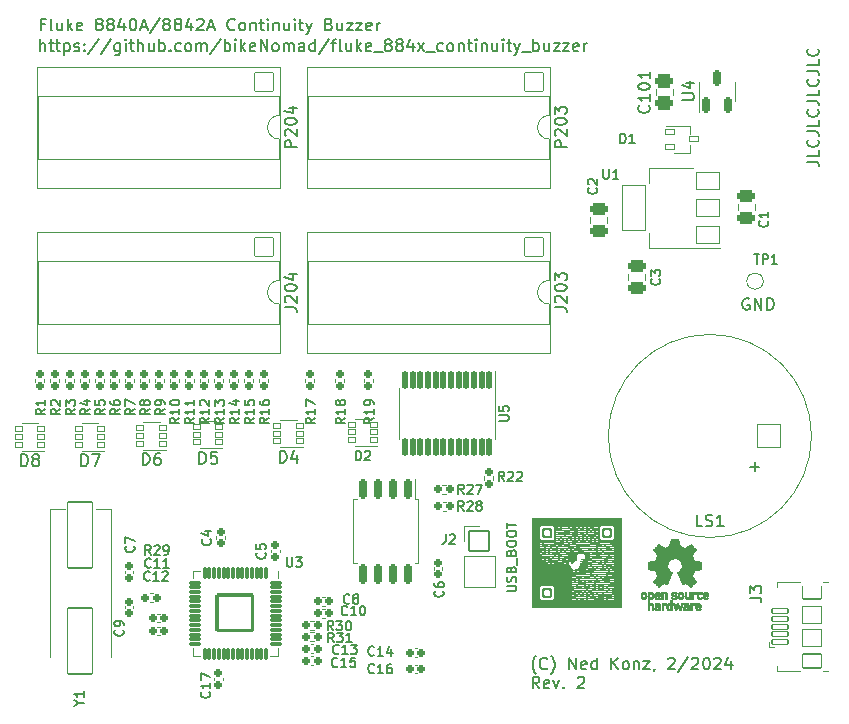
<source format=gbr>
%TF.GenerationSoftware,KiCad,Pcbnew,8.0.0-rc2*%
%TF.CreationDate,2024-02-11T14:56:47-08:00*%
%TF.ProjectId,fluke_884x_continuity_buzzer,666c756b-655f-4383-9834-785f636f6e74,REV1*%
%TF.SameCoordinates,Original*%
%TF.FileFunction,Legend,Top*%
%TF.FilePolarity,Positive*%
%FSLAX46Y46*%
G04 Gerber Fmt 4.6, Leading zero omitted, Abs format (unit mm)*
G04 Created by KiCad (PCBNEW 8.0.0-rc2) date 2024-02-11 14:56:47*
%MOMM*%
%LPD*%
G01*
G04 APERTURE LIST*
G04 Aperture macros list*
%AMRoundRect*
0 Rectangle with rounded corners*
0 $1 Rounding radius*
0 $2 $3 $4 $5 $6 $7 $8 $9 X,Y pos of 4 corners*
0 Add a 4 corners polygon primitive as box body*
4,1,4,$2,$3,$4,$5,$6,$7,$8,$9,$2,$3,0*
0 Add four circle primitives for the rounded corners*
1,1,$1+$1,$2,$3*
1,1,$1+$1,$4,$5*
1,1,$1+$1,$6,$7*
1,1,$1+$1,$8,$9*
0 Add four rect primitives between the rounded corners*
20,1,$1+$1,$2,$3,$4,$5,0*
20,1,$1+$1,$4,$5,$6,$7,0*
20,1,$1+$1,$6,$7,$8,$9,0*
20,1,$1+$1,$8,$9,$2,$3,0*%
G04 Aperture macros list end*
%ADD10C,0.150000*%
%ADD11C,0.120000*%
%ADD12C,0.000000*%
%ADD13C,0.010000*%
%ADD14RoundRect,0.269250X-0.481750X0.269250X-0.481750X-0.269250X0.481750X-0.269250X0.481750X0.269250X0*%
%ADD15RoundRect,0.051000X0.675000X-0.200000X0.675000X0.200000X-0.675000X0.200000X-0.675000X-0.200000X0*%
%ADD16O,1.652000X0.992000*%
%ADD17RoundRect,0.051000X0.775000X-0.600000X0.775000X0.600000X-0.775000X0.600000X-0.775000X-0.600000X0*%
%ADD18O,1.052000X1.352000*%
%ADD19RoundRect,0.051000X0.775000X-0.750000X0.775000X0.750000X-0.775000X0.750000X-0.775000X-0.750000X0*%
%ADD20RoundRect,0.051000X-0.850000X-0.850000X0.850000X-0.850000X0.850000X0.850000X-0.850000X0.850000X0*%
%ADD21O,1.802000X1.802000*%
%ADD22RoundRect,0.165500X-0.165500X-0.195500X0.165500X-0.195500X0.165500X0.195500X-0.165500X0.195500X0*%
%ADD23RoundRect,0.165500X0.195500X-0.165500X0.195500X0.165500X-0.195500X0.165500X-0.195500X-0.165500X0*%
%ADD24RoundRect,0.160500X0.160500X0.210500X-0.160500X0.210500X-0.160500X-0.210500X0.160500X-0.210500X0*%
%ADD25RoundRect,0.051000X1.000000X0.750000X-1.000000X0.750000X-1.000000X-0.750000X1.000000X-0.750000X0*%
%ADD26RoundRect,0.051000X1.000000X1.900000X-1.000000X1.900000X-1.000000X-1.900000X1.000000X-1.900000X0*%
%ADD27RoundRect,0.175500X-0.175500X0.675500X-0.175500X-0.675500X0.175500X-0.675500X0.175500X0.675500X0*%
%ADD28RoundRect,0.165500X-0.195500X0.165500X-0.195500X-0.165500X0.195500X-0.165500X0.195500X0.165500X0*%
%ADD29RoundRect,0.160500X-0.160500X-0.210500X0.160500X-0.210500X0.160500X0.210500X-0.160500X0.210500X0*%
%ADD30RoundRect,0.165500X0.165500X0.195500X-0.165500X0.195500X-0.165500X-0.195500X0.165500X-0.195500X0*%
%ADD31RoundRect,0.075500X-0.075500X0.413000X-0.075500X-0.413000X0.075500X-0.413000X0.075500X0.413000X0*%
%ADD32RoundRect,0.075500X-0.413000X0.075500X-0.413000X-0.075500X0.413000X-0.075500X0.413000X0.075500X0*%
%ADD33RoundRect,0.148590X-1.502410X1.502410X-1.502410X-1.502410X1.502410X-1.502410X1.502410X1.502410X0*%
%ADD34RoundRect,0.051000X-1.050000X2.800000X-1.050000X-2.800000X1.050000X-2.800000X1.050000X2.800000X0*%
%ADD35RoundRect,0.160500X-0.210500X0.160500X-0.210500X-0.160500X0.210500X-0.160500X0.210500X0.160500X0*%
%ADD36RoundRect,0.051000X0.325000X0.200000X-0.325000X0.200000X-0.325000X-0.200000X0.325000X-0.200000X0*%
%ADD37RoundRect,0.051000X1.000000X1.000000X-1.000000X1.000000X-1.000000X-1.000000X1.000000X-1.000000X0*%
%ADD38C,2.102000*%
%ADD39RoundRect,0.175500X0.175500X-0.538000X0.175500X0.538000X-0.175500X0.538000X-0.175500X-0.538000X0*%
%ADD40RoundRect,0.051000X-0.800000X0.800000X-0.800000X-0.800000X0.800000X-0.800000X0.800000X0.800000X0*%
%ADD41O,1.702000X1.702000*%
%ADD42RoundRect,0.275500X0.500500X-0.275500X0.500500X0.275500X-0.500500X0.275500X-0.500500X-0.275500X0*%
%ADD43RoundRect,0.051000X-0.350000X0.225000X-0.350000X-0.225000X0.350000X-0.225000X0.350000X0.225000X0*%
%ADD44RoundRect,0.125500X-0.125500X0.663000X-0.125500X-0.663000X0.125500X-0.663000X0.125500X0.663000X0*%
%ADD45C,1.102000*%
G04 APERTURE END LIST*
D10*
X45912493Y-56440827D02*
X45864874Y-56393208D01*
X45864874Y-56393208D02*
X45769636Y-56250351D01*
X45769636Y-56250351D02*
X45722017Y-56155113D01*
X45722017Y-56155113D02*
X45674398Y-56012256D01*
X45674398Y-56012256D02*
X45626779Y-55774160D01*
X45626779Y-55774160D02*
X45626779Y-55583684D01*
X45626779Y-55583684D02*
X45674398Y-55345589D01*
X45674398Y-55345589D02*
X45722017Y-55202732D01*
X45722017Y-55202732D02*
X45769636Y-55107494D01*
X45769636Y-55107494D02*
X45864874Y-54964636D01*
X45864874Y-54964636D02*
X45912493Y-54917017D01*
X46864874Y-55964636D02*
X46817255Y-56012256D01*
X46817255Y-56012256D02*
X46674398Y-56059875D01*
X46674398Y-56059875D02*
X46579160Y-56059875D01*
X46579160Y-56059875D02*
X46436303Y-56012256D01*
X46436303Y-56012256D02*
X46341065Y-55917017D01*
X46341065Y-55917017D02*
X46293446Y-55821779D01*
X46293446Y-55821779D02*
X46245827Y-55631303D01*
X46245827Y-55631303D02*
X46245827Y-55488446D01*
X46245827Y-55488446D02*
X46293446Y-55297970D01*
X46293446Y-55297970D02*
X46341065Y-55202732D01*
X46341065Y-55202732D02*
X46436303Y-55107494D01*
X46436303Y-55107494D02*
X46579160Y-55059875D01*
X46579160Y-55059875D02*
X46674398Y-55059875D01*
X46674398Y-55059875D02*
X46817255Y-55107494D01*
X46817255Y-55107494D02*
X46864874Y-55155113D01*
X47198208Y-56440827D02*
X47245827Y-56393208D01*
X47245827Y-56393208D02*
X47341065Y-56250351D01*
X47341065Y-56250351D02*
X47388684Y-56155113D01*
X47388684Y-56155113D02*
X47436303Y-56012256D01*
X47436303Y-56012256D02*
X47483922Y-55774160D01*
X47483922Y-55774160D02*
X47483922Y-55583684D01*
X47483922Y-55583684D02*
X47436303Y-55345589D01*
X47436303Y-55345589D02*
X47388684Y-55202732D01*
X47388684Y-55202732D02*
X47341065Y-55107494D01*
X47341065Y-55107494D02*
X47245827Y-54964636D01*
X47245827Y-54964636D02*
X47198208Y-54917017D01*
X48722018Y-56059875D02*
X48722018Y-55059875D01*
X48722018Y-55059875D02*
X49293446Y-56059875D01*
X49293446Y-56059875D02*
X49293446Y-55059875D01*
X50150589Y-56012256D02*
X50055351Y-56059875D01*
X50055351Y-56059875D02*
X49864875Y-56059875D01*
X49864875Y-56059875D02*
X49769637Y-56012256D01*
X49769637Y-56012256D02*
X49722018Y-55917017D01*
X49722018Y-55917017D02*
X49722018Y-55536065D01*
X49722018Y-55536065D02*
X49769637Y-55440827D01*
X49769637Y-55440827D02*
X49864875Y-55393208D01*
X49864875Y-55393208D02*
X50055351Y-55393208D01*
X50055351Y-55393208D02*
X50150589Y-55440827D01*
X50150589Y-55440827D02*
X50198208Y-55536065D01*
X50198208Y-55536065D02*
X50198208Y-55631303D01*
X50198208Y-55631303D02*
X49722018Y-55726541D01*
X51055351Y-56059875D02*
X51055351Y-55059875D01*
X51055351Y-56012256D02*
X50960113Y-56059875D01*
X50960113Y-56059875D02*
X50769637Y-56059875D01*
X50769637Y-56059875D02*
X50674399Y-56012256D01*
X50674399Y-56012256D02*
X50626780Y-55964636D01*
X50626780Y-55964636D02*
X50579161Y-55869398D01*
X50579161Y-55869398D02*
X50579161Y-55583684D01*
X50579161Y-55583684D02*
X50626780Y-55488446D01*
X50626780Y-55488446D02*
X50674399Y-55440827D01*
X50674399Y-55440827D02*
X50769637Y-55393208D01*
X50769637Y-55393208D02*
X50960113Y-55393208D01*
X50960113Y-55393208D02*
X51055351Y-55440827D01*
X52293447Y-56059875D02*
X52293447Y-55059875D01*
X52864875Y-56059875D02*
X52436304Y-55488446D01*
X52864875Y-55059875D02*
X52293447Y-55631303D01*
X53436304Y-56059875D02*
X53341066Y-56012256D01*
X53341066Y-56012256D02*
X53293447Y-55964636D01*
X53293447Y-55964636D02*
X53245828Y-55869398D01*
X53245828Y-55869398D02*
X53245828Y-55583684D01*
X53245828Y-55583684D02*
X53293447Y-55488446D01*
X53293447Y-55488446D02*
X53341066Y-55440827D01*
X53341066Y-55440827D02*
X53436304Y-55393208D01*
X53436304Y-55393208D02*
X53579161Y-55393208D01*
X53579161Y-55393208D02*
X53674399Y-55440827D01*
X53674399Y-55440827D02*
X53722018Y-55488446D01*
X53722018Y-55488446D02*
X53769637Y-55583684D01*
X53769637Y-55583684D02*
X53769637Y-55869398D01*
X53769637Y-55869398D02*
X53722018Y-55964636D01*
X53722018Y-55964636D02*
X53674399Y-56012256D01*
X53674399Y-56012256D02*
X53579161Y-56059875D01*
X53579161Y-56059875D02*
X53436304Y-56059875D01*
X54198209Y-55393208D02*
X54198209Y-56059875D01*
X54198209Y-55488446D02*
X54245828Y-55440827D01*
X54245828Y-55440827D02*
X54341066Y-55393208D01*
X54341066Y-55393208D02*
X54483923Y-55393208D01*
X54483923Y-55393208D02*
X54579161Y-55440827D01*
X54579161Y-55440827D02*
X54626780Y-55536065D01*
X54626780Y-55536065D02*
X54626780Y-56059875D01*
X55007733Y-55393208D02*
X55531542Y-55393208D01*
X55531542Y-55393208D02*
X55007733Y-56059875D01*
X55007733Y-56059875D02*
X55531542Y-56059875D01*
X55960114Y-56012256D02*
X55960114Y-56059875D01*
X55960114Y-56059875D02*
X55912495Y-56155113D01*
X55912495Y-56155113D02*
X55864876Y-56202732D01*
X57102971Y-55155113D02*
X57150590Y-55107494D01*
X57150590Y-55107494D02*
X57245828Y-55059875D01*
X57245828Y-55059875D02*
X57483923Y-55059875D01*
X57483923Y-55059875D02*
X57579161Y-55107494D01*
X57579161Y-55107494D02*
X57626780Y-55155113D01*
X57626780Y-55155113D02*
X57674399Y-55250351D01*
X57674399Y-55250351D02*
X57674399Y-55345589D01*
X57674399Y-55345589D02*
X57626780Y-55488446D01*
X57626780Y-55488446D02*
X57055352Y-56059875D01*
X57055352Y-56059875D02*
X57674399Y-56059875D01*
X58817256Y-55012256D02*
X57960114Y-56297970D01*
X59102971Y-55155113D02*
X59150590Y-55107494D01*
X59150590Y-55107494D02*
X59245828Y-55059875D01*
X59245828Y-55059875D02*
X59483923Y-55059875D01*
X59483923Y-55059875D02*
X59579161Y-55107494D01*
X59579161Y-55107494D02*
X59626780Y-55155113D01*
X59626780Y-55155113D02*
X59674399Y-55250351D01*
X59674399Y-55250351D02*
X59674399Y-55345589D01*
X59674399Y-55345589D02*
X59626780Y-55488446D01*
X59626780Y-55488446D02*
X59055352Y-56059875D01*
X59055352Y-56059875D02*
X59674399Y-56059875D01*
X60293447Y-55059875D02*
X60388685Y-55059875D01*
X60388685Y-55059875D02*
X60483923Y-55107494D01*
X60483923Y-55107494D02*
X60531542Y-55155113D01*
X60531542Y-55155113D02*
X60579161Y-55250351D01*
X60579161Y-55250351D02*
X60626780Y-55440827D01*
X60626780Y-55440827D02*
X60626780Y-55678922D01*
X60626780Y-55678922D02*
X60579161Y-55869398D01*
X60579161Y-55869398D02*
X60531542Y-55964636D01*
X60531542Y-55964636D02*
X60483923Y-56012256D01*
X60483923Y-56012256D02*
X60388685Y-56059875D01*
X60388685Y-56059875D02*
X60293447Y-56059875D01*
X60293447Y-56059875D02*
X60198209Y-56012256D01*
X60198209Y-56012256D02*
X60150590Y-55964636D01*
X60150590Y-55964636D02*
X60102971Y-55869398D01*
X60102971Y-55869398D02*
X60055352Y-55678922D01*
X60055352Y-55678922D02*
X60055352Y-55440827D01*
X60055352Y-55440827D02*
X60102971Y-55250351D01*
X60102971Y-55250351D02*
X60150590Y-55155113D01*
X60150590Y-55155113D02*
X60198209Y-55107494D01*
X60198209Y-55107494D02*
X60293447Y-55059875D01*
X61007733Y-55155113D02*
X61055352Y-55107494D01*
X61055352Y-55107494D02*
X61150590Y-55059875D01*
X61150590Y-55059875D02*
X61388685Y-55059875D01*
X61388685Y-55059875D02*
X61483923Y-55107494D01*
X61483923Y-55107494D02*
X61531542Y-55155113D01*
X61531542Y-55155113D02*
X61579161Y-55250351D01*
X61579161Y-55250351D02*
X61579161Y-55345589D01*
X61579161Y-55345589D02*
X61531542Y-55488446D01*
X61531542Y-55488446D02*
X60960114Y-56059875D01*
X60960114Y-56059875D02*
X61579161Y-56059875D01*
X62436304Y-55393208D02*
X62436304Y-56059875D01*
X62198209Y-55012256D02*
X61960114Y-55726541D01*
X61960114Y-55726541D02*
X62579161Y-55726541D01*
X46198207Y-57669819D02*
X45864874Y-57193628D01*
X45626779Y-57669819D02*
X45626779Y-56669819D01*
X45626779Y-56669819D02*
X46007731Y-56669819D01*
X46007731Y-56669819D02*
X46102969Y-56717438D01*
X46102969Y-56717438D02*
X46150588Y-56765057D01*
X46150588Y-56765057D02*
X46198207Y-56860295D01*
X46198207Y-56860295D02*
X46198207Y-57003152D01*
X46198207Y-57003152D02*
X46150588Y-57098390D01*
X46150588Y-57098390D02*
X46102969Y-57146009D01*
X46102969Y-57146009D02*
X46007731Y-57193628D01*
X46007731Y-57193628D02*
X45626779Y-57193628D01*
X47007731Y-57622200D02*
X46912493Y-57669819D01*
X46912493Y-57669819D02*
X46722017Y-57669819D01*
X46722017Y-57669819D02*
X46626779Y-57622200D01*
X46626779Y-57622200D02*
X46579160Y-57526961D01*
X46579160Y-57526961D02*
X46579160Y-57146009D01*
X46579160Y-57146009D02*
X46626779Y-57050771D01*
X46626779Y-57050771D02*
X46722017Y-57003152D01*
X46722017Y-57003152D02*
X46912493Y-57003152D01*
X46912493Y-57003152D02*
X47007731Y-57050771D01*
X47007731Y-57050771D02*
X47055350Y-57146009D01*
X47055350Y-57146009D02*
X47055350Y-57241247D01*
X47055350Y-57241247D02*
X46579160Y-57336485D01*
X47388684Y-57003152D02*
X47626779Y-57669819D01*
X47626779Y-57669819D02*
X47864874Y-57003152D01*
X48245827Y-57574580D02*
X48293446Y-57622200D01*
X48293446Y-57622200D02*
X48245827Y-57669819D01*
X48245827Y-57669819D02*
X48198208Y-57622200D01*
X48198208Y-57622200D02*
X48245827Y-57574580D01*
X48245827Y-57574580D02*
X48245827Y-57669819D01*
X49436303Y-56765057D02*
X49483922Y-56717438D01*
X49483922Y-56717438D02*
X49579160Y-56669819D01*
X49579160Y-56669819D02*
X49817255Y-56669819D01*
X49817255Y-56669819D02*
X49912493Y-56717438D01*
X49912493Y-56717438D02*
X49960112Y-56765057D01*
X49960112Y-56765057D02*
X50007731Y-56860295D01*
X50007731Y-56860295D02*
X50007731Y-56955533D01*
X50007731Y-56955533D02*
X49960112Y-57098390D01*
X49960112Y-57098390D02*
X49388684Y-57669819D01*
X49388684Y-57669819D02*
X50007731Y-57669819D01*
X68859819Y-13077506D02*
X69574104Y-13077506D01*
X69574104Y-13077506D02*
X69716961Y-13125125D01*
X69716961Y-13125125D02*
X69812200Y-13220363D01*
X69812200Y-13220363D02*
X69859819Y-13363220D01*
X69859819Y-13363220D02*
X69859819Y-13458458D01*
X69859819Y-12125125D02*
X69859819Y-12601315D01*
X69859819Y-12601315D02*
X68859819Y-12601315D01*
X69764580Y-11220363D02*
X69812200Y-11267982D01*
X69812200Y-11267982D02*
X69859819Y-11410839D01*
X69859819Y-11410839D02*
X69859819Y-11506077D01*
X69859819Y-11506077D02*
X69812200Y-11648934D01*
X69812200Y-11648934D02*
X69716961Y-11744172D01*
X69716961Y-11744172D02*
X69621723Y-11791791D01*
X69621723Y-11791791D02*
X69431247Y-11839410D01*
X69431247Y-11839410D02*
X69288390Y-11839410D01*
X69288390Y-11839410D02*
X69097914Y-11791791D01*
X69097914Y-11791791D02*
X69002676Y-11744172D01*
X69002676Y-11744172D02*
X68907438Y-11648934D01*
X68907438Y-11648934D02*
X68859819Y-11506077D01*
X68859819Y-11506077D02*
X68859819Y-11410839D01*
X68859819Y-11410839D02*
X68907438Y-11267982D01*
X68907438Y-11267982D02*
X68955057Y-11220363D01*
X68859819Y-10506077D02*
X69574104Y-10506077D01*
X69574104Y-10506077D02*
X69716961Y-10553696D01*
X69716961Y-10553696D02*
X69812200Y-10648934D01*
X69812200Y-10648934D02*
X69859819Y-10791791D01*
X69859819Y-10791791D02*
X69859819Y-10887029D01*
X69859819Y-9553696D02*
X69859819Y-10029886D01*
X69859819Y-10029886D02*
X68859819Y-10029886D01*
X69764580Y-8648934D02*
X69812200Y-8696553D01*
X69812200Y-8696553D02*
X69859819Y-8839410D01*
X69859819Y-8839410D02*
X69859819Y-8934648D01*
X69859819Y-8934648D02*
X69812200Y-9077505D01*
X69812200Y-9077505D02*
X69716961Y-9172743D01*
X69716961Y-9172743D02*
X69621723Y-9220362D01*
X69621723Y-9220362D02*
X69431247Y-9267981D01*
X69431247Y-9267981D02*
X69288390Y-9267981D01*
X69288390Y-9267981D02*
X69097914Y-9220362D01*
X69097914Y-9220362D02*
X69002676Y-9172743D01*
X69002676Y-9172743D02*
X68907438Y-9077505D01*
X68907438Y-9077505D02*
X68859819Y-8934648D01*
X68859819Y-8934648D02*
X68859819Y-8839410D01*
X68859819Y-8839410D02*
X68907438Y-8696553D01*
X68907438Y-8696553D02*
X68955057Y-8648934D01*
X68859819Y-7934648D02*
X69574104Y-7934648D01*
X69574104Y-7934648D02*
X69716961Y-7982267D01*
X69716961Y-7982267D02*
X69812200Y-8077505D01*
X69812200Y-8077505D02*
X69859819Y-8220362D01*
X69859819Y-8220362D02*
X69859819Y-8315600D01*
X69859819Y-6982267D02*
X69859819Y-7458457D01*
X69859819Y-7458457D02*
X68859819Y-7458457D01*
X69764580Y-6077505D02*
X69812200Y-6125124D01*
X69812200Y-6125124D02*
X69859819Y-6267981D01*
X69859819Y-6267981D02*
X69859819Y-6363219D01*
X69859819Y-6363219D02*
X69812200Y-6506076D01*
X69812200Y-6506076D02*
X69716961Y-6601314D01*
X69716961Y-6601314D02*
X69621723Y-6648933D01*
X69621723Y-6648933D02*
X69431247Y-6696552D01*
X69431247Y-6696552D02*
X69288390Y-6696552D01*
X69288390Y-6696552D02*
X69097914Y-6648933D01*
X69097914Y-6648933D02*
X69002676Y-6601314D01*
X69002676Y-6601314D02*
X68907438Y-6506076D01*
X68907438Y-6506076D02*
X68859819Y-6363219D01*
X68859819Y-6363219D02*
X68859819Y-6267981D01*
X68859819Y-6267981D02*
X68907438Y-6125124D01*
X68907438Y-6125124D02*
X68955057Y-6077505D01*
X68859819Y-5363219D02*
X69574104Y-5363219D01*
X69574104Y-5363219D02*
X69716961Y-5410838D01*
X69716961Y-5410838D02*
X69812200Y-5506076D01*
X69812200Y-5506076D02*
X69859819Y-5648933D01*
X69859819Y-5648933D02*
X69859819Y-5744171D01*
X69859819Y-4410838D02*
X69859819Y-4887028D01*
X69859819Y-4887028D02*
X68859819Y-4887028D01*
X69764580Y-3506076D02*
X69812200Y-3553695D01*
X69812200Y-3553695D02*
X69859819Y-3696552D01*
X69859819Y-3696552D02*
X69859819Y-3791790D01*
X69859819Y-3791790D02*
X69812200Y-3934647D01*
X69812200Y-3934647D02*
X69716961Y-4029885D01*
X69716961Y-4029885D02*
X69621723Y-4077504D01*
X69621723Y-4077504D02*
X69431247Y-4125123D01*
X69431247Y-4125123D02*
X69288390Y-4125123D01*
X69288390Y-4125123D02*
X69097914Y-4077504D01*
X69097914Y-4077504D02*
X69002676Y-4029885D01*
X69002676Y-4029885D02*
X68907438Y-3934647D01*
X68907438Y-3934647D02*
X68859819Y-3791790D01*
X68859819Y-3791790D02*
X68859819Y-3696552D01*
X68859819Y-3696552D02*
X68907438Y-3553695D01*
X68907438Y-3553695D02*
X68955057Y-3506076D01*
X4310112Y-1446009D02*
X3976779Y-1446009D01*
X3976779Y-1969819D02*
X3976779Y-969819D01*
X3976779Y-969819D02*
X4452969Y-969819D01*
X4976779Y-1969819D02*
X4881541Y-1922200D01*
X4881541Y-1922200D02*
X4833922Y-1826961D01*
X4833922Y-1826961D02*
X4833922Y-969819D01*
X5786303Y-1303152D02*
X5786303Y-1969819D01*
X5357732Y-1303152D02*
X5357732Y-1826961D01*
X5357732Y-1826961D02*
X5405351Y-1922200D01*
X5405351Y-1922200D02*
X5500589Y-1969819D01*
X5500589Y-1969819D02*
X5643446Y-1969819D01*
X5643446Y-1969819D02*
X5738684Y-1922200D01*
X5738684Y-1922200D02*
X5786303Y-1874580D01*
X6262494Y-1969819D02*
X6262494Y-969819D01*
X6357732Y-1588866D02*
X6643446Y-1969819D01*
X6643446Y-1303152D02*
X6262494Y-1684104D01*
X7452970Y-1922200D02*
X7357732Y-1969819D01*
X7357732Y-1969819D02*
X7167256Y-1969819D01*
X7167256Y-1969819D02*
X7072018Y-1922200D01*
X7072018Y-1922200D02*
X7024399Y-1826961D01*
X7024399Y-1826961D02*
X7024399Y-1446009D01*
X7024399Y-1446009D02*
X7072018Y-1350771D01*
X7072018Y-1350771D02*
X7167256Y-1303152D01*
X7167256Y-1303152D02*
X7357732Y-1303152D01*
X7357732Y-1303152D02*
X7452970Y-1350771D01*
X7452970Y-1350771D02*
X7500589Y-1446009D01*
X7500589Y-1446009D02*
X7500589Y-1541247D01*
X7500589Y-1541247D02*
X7024399Y-1636485D01*
X8833923Y-1398390D02*
X8738685Y-1350771D01*
X8738685Y-1350771D02*
X8691066Y-1303152D01*
X8691066Y-1303152D02*
X8643447Y-1207914D01*
X8643447Y-1207914D02*
X8643447Y-1160295D01*
X8643447Y-1160295D02*
X8691066Y-1065057D01*
X8691066Y-1065057D02*
X8738685Y-1017438D01*
X8738685Y-1017438D02*
X8833923Y-969819D01*
X8833923Y-969819D02*
X9024399Y-969819D01*
X9024399Y-969819D02*
X9119637Y-1017438D01*
X9119637Y-1017438D02*
X9167256Y-1065057D01*
X9167256Y-1065057D02*
X9214875Y-1160295D01*
X9214875Y-1160295D02*
X9214875Y-1207914D01*
X9214875Y-1207914D02*
X9167256Y-1303152D01*
X9167256Y-1303152D02*
X9119637Y-1350771D01*
X9119637Y-1350771D02*
X9024399Y-1398390D01*
X9024399Y-1398390D02*
X8833923Y-1398390D01*
X8833923Y-1398390D02*
X8738685Y-1446009D01*
X8738685Y-1446009D02*
X8691066Y-1493628D01*
X8691066Y-1493628D02*
X8643447Y-1588866D01*
X8643447Y-1588866D02*
X8643447Y-1779342D01*
X8643447Y-1779342D02*
X8691066Y-1874580D01*
X8691066Y-1874580D02*
X8738685Y-1922200D01*
X8738685Y-1922200D02*
X8833923Y-1969819D01*
X8833923Y-1969819D02*
X9024399Y-1969819D01*
X9024399Y-1969819D02*
X9119637Y-1922200D01*
X9119637Y-1922200D02*
X9167256Y-1874580D01*
X9167256Y-1874580D02*
X9214875Y-1779342D01*
X9214875Y-1779342D02*
X9214875Y-1588866D01*
X9214875Y-1588866D02*
X9167256Y-1493628D01*
X9167256Y-1493628D02*
X9119637Y-1446009D01*
X9119637Y-1446009D02*
X9024399Y-1398390D01*
X9786304Y-1398390D02*
X9691066Y-1350771D01*
X9691066Y-1350771D02*
X9643447Y-1303152D01*
X9643447Y-1303152D02*
X9595828Y-1207914D01*
X9595828Y-1207914D02*
X9595828Y-1160295D01*
X9595828Y-1160295D02*
X9643447Y-1065057D01*
X9643447Y-1065057D02*
X9691066Y-1017438D01*
X9691066Y-1017438D02*
X9786304Y-969819D01*
X9786304Y-969819D02*
X9976780Y-969819D01*
X9976780Y-969819D02*
X10072018Y-1017438D01*
X10072018Y-1017438D02*
X10119637Y-1065057D01*
X10119637Y-1065057D02*
X10167256Y-1160295D01*
X10167256Y-1160295D02*
X10167256Y-1207914D01*
X10167256Y-1207914D02*
X10119637Y-1303152D01*
X10119637Y-1303152D02*
X10072018Y-1350771D01*
X10072018Y-1350771D02*
X9976780Y-1398390D01*
X9976780Y-1398390D02*
X9786304Y-1398390D01*
X9786304Y-1398390D02*
X9691066Y-1446009D01*
X9691066Y-1446009D02*
X9643447Y-1493628D01*
X9643447Y-1493628D02*
X9595828Y-1588866D01*
X9595828Y-1588866D02*
X9595828Y-1779342D01*
X9595828Y-1779342D02*
X9643447Y-1874580D01*
X9643447Y-1874580D02*
X9691066Y-1922200D01*
X9691066Y-1922200D02*
X9786304Y-1969819D01*
X9786304Y-1969819D02*
X9976780Y-1969819D01*
X9976780Y-1969819D02*
X10072018Y-1922200D01*
X10072018Y-1922200D02*
X10119637Y-1874580D01*
X10119637Y-1874580D02*
X10167256Y-1779342D01*
X10167256Y-1779342D02*
X10167256Y-1588866D01*
X10167256Y-1588866D02*
X10119637Y-1493628D01*
X10119637Y-1493628D02*
X10072018Y-1446009D01*
X10072018Y-1446009D02*
X9976780Y-1398390D01*
X11024399Y-1303152D02*
X11024399Y-1969819D01*
X10786304Y-922200D02*
X10548209Y-1636485D01*
X10548209Y-1636485D02*
X11167256Y-1636485D01*
X11738685Y-969819D02*
X11833923Y-969819D01*
X11833923Y-969819D02*
X11929161Y-1017438D01*
X11929161Y-1017438D02*
X11976780Y-1065057D01*
X11976780Y-1065057D02*
X12024399Y-1160295D01*
X12024399Y-1160295D02*
X12072018Y-1350771D01*
X12072018Y-1350771D02*
X12072018Y-1588866D01*
X12072018Y-1588866D02*
X12024399Y-1779342D01*
X12024399Y-1779342D02*
X11976780Y-1874580D01*
X11976780Y-1874580D02*
X11929161Y-1922200D01*
X11929161Y-1922200D02*
X11833923Y-1969819D01*
X11833923Y-1969819D02*
X11738685Y-1969819D01*
X11738685Y-1969819D02*
X11643447Y-1922200D01*
X11643447Y-1922200D02*
X11595828Y-1874580D01*
X11595828Y-1874580D02*
X11548209Y-1779342D01*
X11548209Y-1779342D02*
X11500590Y-1588866D01*
X11500590Y-1588866D02*
X11500590Y-1350771D01*
X11500590Y-1350771D02*
X11548209Y-1160295D01*
X11548209Y-1160295D02*
X11595828Y-1065057D01*
X11595828Y-1065057D02*
X11643447Y-1017438D01*
X11643447Y-1017438D02*
X11738685Y-969819D01*
X12452971Y-1684104D02*
X12929161Y-1684104D01*
X12357733Y-1969819D02*
X12691066Y-969819D01*
X12691066Y-969819D02*
X13024399Y-1969819D01*
X14072018Y-922200D02*
X13214876Y-2207914D01*
X14548209Y-1398390D02*
X14452971Y-1350771D01*
X14452971Y-1350771D02*
X14405352Y-1303152D01*
X14405352Y-1303152D02*
X14357733Y-1207914D01*
X14357733Y-1207914D02*
X14357733Y-1160295D01*
X14357733Y-1160295D02*
X14405352Y-1065057D01*
X14405352Y-1065057D02*
X14452971Y-1017438D01*
X14452971Y-1017438D02*
X14548209Y-969819D01*
X14548209Y-969819D02*
X14738685Y-969819D01*
X14738685Y-969819D02*
X14833923Y-1017438D01*
X14833923Y-1017438D02*
X14881542Y-1065057D01*
X14881542Y-1065057D02*
X14929161Y-1160295D01*
X14929161Y-1160295D02*
X14929161Y-1207914D01*
X14929161Y-1207914D02*
X14881542Y-1303152D01*
X14881542Y-1303152D02*
X14833923Y-1350771D01*
X14833923Y-1350771D02*
X14738685Y-1398390D01*
X14738685Y-1398390D02*
X14548209Y-1398390D01*
X14548209Y-1398390D02*
X14452971Y-1446009D01*
X14452971Y-1446009D02*
X14405352Y-1493628D01*
X14405352Y-1493628D02*
X14357733Y-1588866D01*
X14357733Y-1588866D02*
X14357733Y-1779342D01*
X14357733Y-1779342D02*
X14405352Y-1874580D01*
X14405352Y-1874580D02*
X14452971Y-1922200D01*
X14452971Y-1922200D02*
X14548209Y-1969819D01*
X14548209Y-1969819D02*
X14738685Y-1969819D01*
X14738685Y-1969819D02*
X14833923Y-1922200D01*
X14833923Y-1922200D02*
X14881542Y-1874580D01*
X14881542Y-1874580D02*
X14929161Y-1779342D01*
X14929161Y-1779342D02*
X14929161Y-1588866D01*
X14929161Y-1588866D02*
X14881542Y-1493628D01*
X14881542Y-1493628D02*
X14833923Y-1446009D01*
X14833923Y-1446009D02*
X14738685Y-1398390D01*
X15500590Y-1398390D02*
X15405352Y-1350771D01*
X15405352Y-1350771D02*
X15357733Y-1303152D01*
X15357733Y-1303152D02*
X15310114Y-1207914D01*
X15310114Y-1207914D02*
X15310114Y-1160295D01*
X15310114Y-1160295D02*
X15357733Y-1065057D01*
X15357733Y-1065057D02*
X15405352Y-1017438D01*
X15405352Y-1017438D02*
X15500590Y-969819D01*
X15500590Y-969819D02*
X15691066Y-969819D01*
X15691066Y-969819D02*
X15786304Y-1017438D01*
X15786304Y-1017438D02*
X15833923Y-1065057D01*
X15833923Y-1065057D02*
X15881542Y-1160295D01*
X15881542Y-1160295D02*
X15881542Y-1207914D01*
X15881542Y-1207914D02*
X15833923Y-1303152D01*
X15833923Y-1303152D02*
X15786304Y-1350771D01*
X15786304Y-1350771D02*
X15691066Y-1398390D01*
X15691066Y-1398390D02*
X15500590Y-1398390D01*
X15500590Y-1398390D02*
X15405352Y-1446009D01*
X15405352Y-1446009D02*
X15357733Y-1493628D01*
X15357733Y-1493628D02*
X15310114Y-1588866D01*
X15310114Y-1588866D02*
X15310114Y-1779342D01*
X15310114Y-1779342D02*
X15357733Y-1874580D01*
X15357733Y-1874580D02*
X15405352Y-1922200D01*
X15405352Y-1922200D02*
X15500590Y-1969819D01*
X15500590Y-1969819D02*
X15691066Y-1969819D01*
X15691066Y-1969819D02*
X15786304Y-1922200D01*
X15786304Y-1922200D02*
X15833923Y-1874580D01*
X15833923Y-1874580D02*
X15881542Y-1779342D01*
X15881542Y-1779342D02*
X15881542Y-1588866D01*
X15881542Y-1588866D02*
X15833923Y-1493628D01*
X15833923Y-1493628D02*
X15786304Y-1446009D01*
X15786304Y-1446009D02*
X15691066Y-1398390D01*
X16738685Y-1303152D02*
X16738685Y-1969819D01*
X16500590Y-922200D02*
X16262495Y-1636485D01*
X16262495Y-1636485D02*
X16881542Y-1636485D01*
X17214876Y-1065057D02*
X17262495Y-1017438D01*
X17262495Y-1017438D02*
X17357733Y-969819D01*
X17357733Y-969819D02*
X17595828Y-969819D01*
X17595828Y-969819D02*
X17691066Y-1017438D01*
X17691066Y-1017438D02*
X17738685Y-1065057D01*
X17738685Y-1065057D02*
X17786304Y-1160295D01*
X17786304Y-1160295D02*
X17786304Y-1255533D01*
X17786304Y-1255533D02*
X17738685Y-1398390D01*
X17738685Y-1398390D02*
X17167257Y-1969819D01*
X17167257Y-1969819D02*
X17786304Y-1969819D01*
X18167257Y-1684104D02*
X18643447Y-1684104D01*
X18072019Y-1969819D02*
X18405352Y-969819D01*
X18405352Y-969819D02*
X18738685Y-1969819D01*
X20405352Y-1874580D02*
X20357733Y-1922200D01*
X20357733Y-1922200D02*
X20214876Y-1969819D01*
X20214876Y-1969819D02*
X20119638Y-1969819D01*
X20119638Y-1969819D02*
X19976781Y-1922200D01*
X19976781Y-1922200D02*
X19881543Y-1826961D01*
X19881543Y-1826961D02*
X19833924Y-1731723D01*
X19833924Y-1731723D02*
X19786305Y-1541247D01*
X19786305Y-1541247D02*
X19786305Y-1398390D01*
X19786305Y-1398390D02*
X19833924Y-1207914D01*
X19833924Y-1207914D02*
X19881543Y-1112676D01*
X19881543Y-1112676D02*
X19976781Y-1017438D01*
X19976781Y-1017438D02*
X20119638Y-969819D01*
X20119638Y-969819D02*
X20214876Y-969819D01*
X20214876Y-969819D02*
X20357733Y-1017438D01*
X20357733Y-1017438D02*
X20405352Y-1065057D01*
X20976781Y-1969819D02*
X20881543Y-1922200D01*
X20881543Y-1922200D02*
X20833924Y-1874580D01*
X20833924Y-1874580D02*
X20786305Y-1779342D01*
X20786305Y-1779342D02*
X20786305Y-1493628D01*
X20786305Y-1493628D02*
X20833924Y-1398390D01*
X20833924Y-1398390D02*
X20881543Y-1350771D01*
X20881543Y-1350771D02*
X20976781Y-1303152D01*
X20976781Y-1303152D02*
X21119638Y-1303152D01*
X21119638Y-1303152D02*
X21214876Y-1350771D01*
X21214876Y-1350771D02*
X21262495Y-1398390D01*
X21262495Y-1398390D02*
X21310114Y-1493628D01*
X21310114Y-1493628D02*
X21310114Y-1779342D01*
X21310114Y-1779342D02*
X21262495Y-1874580D01*
X21262495Y-1874580D02*
X21214876Y-1922200D01*
X21214876Y-1922200D02*
X21119638Y-1969819D01*
X21119638Y-1969819D02*
X20976781Y-1969819D01*
X21738686Y-1303152D02*
X21738686Y-1969819D01*
X21738686Y-1398390D02*
X21786305Y-1350771D01*
X21786305Y-1350771D02*
X21881543Y-1303152D01*
X21881543Y-1303152D02*
X22024400Y-1303152D01*
X22024400Y-1303152D02*
X22119638Y-1350771D01*
X22119638Y-1350771D02*
X22167257Y-1446009D01*
X22167257Y-1446009D02*
X22167257Y-1969819D01*
X22500591Y-1303152D02*
X22881543Y-1303152D01*
X22643448Y-969819D02*
X22643448Y-1826961D01*
X22643448Y-1826961D02*
X22691067Y-1922200D01*
X22691067Y-1922200D02*
X22786305Y-1969819D01*
X22786305Y-1969819D02*
X22881543Y-1969819D01*
X23214877Y-1969819D02*
X23214877Y-1303152D01*
X23214877Y-969819D02*
X23167258Y-1017438D01*
X23167258Y-1017438D02*
X23214877Y-1065057D01*
X23214877Y-1065057D02*
X23262496Y-1017438D01*
X23262496Y-1017438D02*
X23214877Y-969819D01*
X23214877Y-969819D02*
X23214877Y-1065057D01*
X23691067Y-1303152D02*
X23691067Y-1969819D01*
X23691067Y-1398390D02*
X23738686Y-1350771D01*
X23738686Y-1350771D02*
X23833924Y-1303152D01*
X23833924Y-1303152D02*
X23976781Y-1303152D01*
X23976781Y-1303152D02*
X24072019Y-1350771D01*
X24072019Y-1350771D02*
X24119638Y-1446009D01*
X24119638Y-1446009D02*
X24119638Y-1969819D01*
X25024400Y-1303152D02*
X25024400Y-1969819D01*
X24595829Y-1303152D02*
X24595829Y-1826961D01*
X24595829Y-1826961D02*
X24643448Y-1922200D01*
X24643448Y-1922200D02*
X24738686Y-1969819D01*
X24738686Y-1969819D02*
X24881543Y-1969819D01*
X24881543Y-1969819D02*
X24976781Y-1922200D01*
X24976781Y-1922200D02*
X25024400Y-1874580D01*
X25500591Y-1969819D02*
X25500591Y-1303152D01*
X25500591Y-969819D02*
X25452972Y-1017438D01*
X25452972Y-1017438D02*
X25500591Y-1065057D01*
X25500591Y-1065057D02*
X25548210Y-1017438D01*
X25548210Y-1017438D02*
X25500591Y-969819D01*
X25500591Y-969819D02*
X25500591Y-1065057D01*
X25833924Y-1303152D02*
X26214876Y-1303152D01*
X25976781Y-969819D02*
X25976781Y-1826961D01*
X25976781Y-1826961D02*
X26024400Y-1922200D01*
X26024400Y-1922200D02*
X26119638Y-1969819D01*
X26119638Y-1969819D02*
X26214876Y-1969819D01*
X26452972Y-1303152D02*
X26691067Y-1969819D01*
X26929162Y-1303152D02*
X26691067Y-1969819D01*
X26691067Y-1969819D02*
X26595829Y-2207914D01*
X26595829Y-2207914D02*
X26548210Y-2255533D01*
X26548210Y-2255533D02*
X26452972Y-2303152D01*
X28405353Y-1446009D02*
X28548210Y-1493628D01*
X28548210Y-1493628D02*
X28595829Y-1541247D01*
X28595829Y-1541247D02*
X28643448Y-1636485D01*
X28643448Y-1636485D02*
X28643448Y-1779342D01*
X28643448Y-1779342D02*
X28595829Y-1874580D01*
X28595829Y-1874580D02*
X28548210Y-1922200D01*
X28548210Y-1922200D02*
X28452972Y-1969819D01*
X28452972Y-1969819D02*
X28072020Y-1969819D01*
X28072020Y-1969819D02*
X28072020Y-969819D01*
X28072020Y-969819D02*
X28405353Y-969819D01*
X28405353Y-969819D02*
X28500591Y-1017438D01*
X28500591Y-1017438D02*
X28548210Y-1065057D01*
X28548210Y-1065057D02*
X28595829Y-1160295D01*
X28595829Y-1160295D02*
X28595829Y-1255533D01*
X28595829Y-1255533D02*
X28548210Y-1350771D01*
X28548210Y-1350771D02*
X28500591Y-1398390D01*
X28500591Y-1398390D02*
X28405353Y-1446009D01*
X28405353Y-1446009D02*
X28072020Y-1446009D01*
X29500591Y-1303152D02*
X29500591Y-1969819D01*
X29072020Y-1303152D02*
X29072020Y-1826961D01*
X29072020Y-1826961D02*
X29119639Y-1922200D01*
X29119639Y-1922200D02*
X29214877Y-1969819D01*
X29214877Y-1969819D02*
X29357734Y-1969819D01*
X29357734Y-1969819D02*
X29452972Y-1922200D01*
X29452972Y-1922200D02*
X29500591Y-1874580D01*
X29881544Y-1303152D02*
X30405353Y-1303152D01*
X30405353Y-1303152D02*
X29881544Y-1969819D01*
X29881544Y-1969819D02*
X30405353Y-1969819D01*
X30691068Y-1303152D02*
X31214877Y-1303152D01*
X31214877Y-1303152D02*
X30691068Y-1969819D01*
X30691068Y-1969819D02*
X31214877Y-1969819D01*
X31976782Y-1922200D02*
X31881544Y-1969819D01*
X31881544Y-1969819D02*
X31691068Y-1969819D01*
X31691068Y-1969819D02*
X31595830Y-1922200D01*
X31595830Y-1922200D02*
X31548211Y-1826961D01*
X31548211Y-1826961D02*
X31548211Y-1446009D01*
X31548211Y-1446009D02*
X31595830Y-1350771D01*
X31595830Y-1350771D02*
X31691068Y-1303152D01*
X31691068Y-1303152D02*
X31881544Y-1303152D01*
X31881544Y-1303152D02*
X31976782Y-1350771D01*
X31976782Y-1350771D02*
X32024401Y-1446009D01*
X32024401Y-1446009D02*
X32024401Y-1541247D01*
X32024401Y-1541247D02*
X31548211Y-1636485D01*
X32452973Y-1969819D02*
X32452973Y-1303152D01*
X32452973Y-1493628D02*
X32500592Y-1398390D01*
X32500592Y-1398390D02*
X32548211Y-1350771D01*
X32548211Y-1350771D02*
X32643449Y-1303152D01*
X32643449Y-1303152D02*
X32738687Y-1303152D01*
X3926779Y-3719819D02*
X3926779Y-2719819D01*
X4355350Y-3719819D02*
X4355350Y-3196009D01*
X4355350Y-3196009D02*
X4307731Y-3100771D01*
X4307731Y-3100771D02*
X4212493Y-3053152D01*
X4212493Y-3053152D02*
X4069636Y-3053152D01*
X4069636Y-3053152D02*
X3974398Y-3100771D01*
X3974398Y-3100771D02*
X3926779Y-3148390D01*
X4688684Y-3053152D02*
X5069636Y-3053152D01*
X4831541Y-2719819D02*
X4831541Y-3576961D01*
X4831541Y-3576961D02*
X4879160Y-3672200D01*
X4879160Y-3672200D02*
X4974398Y-3719819D01*
X4974398Y-3719819D02*
X5069636Y-3719819D01*
X5260113Y-3053152D02*
X5641065Y-3053152D01*
X5402970Y-2719819D02*
X5402970Y-3576961D01*
X5402970Y-3576961D02*
X5450589Y-3672200D01*
X5450589Y-3672200D02*
X5545827Y-3719819D01*
X5545827Y-3719819D02*
X5641065Y-3719819D01*
X5974399Y-3053152D02*
X5974399Y-4053152D01*
X5974399Y-3100771D02*
X6069637Y-3053152D01*
X6069637Y-3053152D02*
X6260113Y-3053152D01*
X6260113Y-3053152D02*
X6355351Y-3100771D01*
X6355351Y-3100771D02*
X6402970Y-3148390D01*
X6402970Y-3148390D02*
X6450589Y-3243628D01*
X6450589Y-3243628D02*
X6450589Y-3529342D01*
X6450589Y-3529342D02*
X6402970Y-3624580D01*
X6402970Y-3624580D02*
X6355351Y-3672200D01*
X6355351Y-3672200D02*
X6260113Y-3719819D01*
X6260113Y-3719819D02*
X6069637Y-3719819D01*
X6069637Y-3719819D02*
X5974399Y-3672200D01*
X6831542Y-3672200D02*
X6926780Y-3719819D01*
X6926780Y-3719819D02*
X7117256Y-3719819D01*
X7117256Y-3719819D02*
X7212494Y-3672200D01*
X7212494Y-3672200D02*
X7260113Y-3576961D01*
X7260113Y-3576961D02*
X7260113Y-3529342D01*
X7260113Y-3529342D02*
X7212494Y-3434104D01*
X7212494Y-3434104D02*
X7117256Y-3386485D01*
X7117256Y-3386485D02*
X6974399Y-3386485D01*
X6974399Y-3386485D02*
X6879161Y-3338866D01*
X6879161Y-3338866D02*
X6831542Y-3243628D01*
X6831542Y-3243628D02*
X6831542Y-3196009D01*
X6831542Y-3196009D02*
X6879161Y-3100771D01*
X6879161Y-3100771D02*
X6974399Y-3053152D01*
X6974399Y-3053152D02*
X7117256Y-3053152D01*
X7117256Y-3053152D02*
X7212494Y-3100771D01*
X7688685Y-3624580D02*
X7736304Y-3672200D01*
X7736304Y-3672200D02*
X7688685Y-3719819D01*
X7688685Y-3719819D02*
X7641066Y-3672200D01*
X7641066Y-3672200D02*
X7688685Y-3624580D01*
X7688685Y-3624580D02*
X7688685Y-3719819D01*
X7688685Y-3100771D02*
X7736304Y-3148390D01*
X7736304Y-3148390D02*
X7688685Y-3196009D01*
X7688685Y-3196009D02*
X7641066Y-3148390D01*
X7641066Y-3148390D02*
X7688685Y-3100771D01*
X7688685Y-3100771D02*
X7688685Y-3196009D01*
X8879160Y-2672200D02*
X8022018Y-3957914D01*
X9926779Y-2672200D02*
X9069637Y-3957914D01*
X10688684Y-3053152D02*
X10688684Y-3862676D01*
X10688684Y-3862676D02*
X10641065Y-3957914D01*
X10641065Y-3957914D02*
X10593446Y-4005533D01*
X10593446Y-4005533D02*
X10498208Y-4053152D01*
X10498208Y-4053152D02*
X10355351Y-4053152D01*
X10355351Y-4053152D02*
X10260113Y-4005533D01*
X10688684Y-3672200D02*
X10593446Y-3719819D01*
X10593446Y-3719819D02*
X10402970Y-3719819D01*
X10402970Y-3719819D02*
X10307732Y-3672200D01*
X10307732Y-3672200D02*
X10260113Y-3624580D01*
X10260113Y-3624580D02*
X10212494Y-3529342D01*
X10212494Y-3529342D02*
X10212494Y-3243628D01*
X10212494Y-3243628D02*
X10260113Y-3148390D01*
X10260113Y-3148390D02*
X10307732Y-3100771D01*
X10307732Y-3100771D02*
X10402970Y-3053152D01*
X10402970Y-3053152D02*
X10593446Y-3053152D01*
X10593446Y-3053152D02*
X10688684Y-3100771D01*
X11164875Y-3719819D02*
X11164875Y-3053152D01*
X11164875Y-2719819D02*
X11117256Y-2767438D01*
X11117256Y-2767438D02*
X11164875Y-2815057D01*
X11164875Y-2815057D02*
X11212494Y-2767438D01*
X11212494Y-2767438D02*
X11164875Y-2719819D01*
X11164875Y-2719819D02*
X11164875Y-2815057D01*
X11498208Y-3053152D02*
X11879160Y-3053152D01*
X11641065Y-2719819D02*
X11641065Y-3576961D01*
X11641065Y-3576961D02*
X11688684Y-3672200D01*
X11688684Y-3672200D02*
X11783922Y-3719819D01*
X11783922Y-3719819D02*
X11879160Y-3719819D01*
X12212494Y-3719819D02*
X12212494Y-2719819D01*
X12641065Y-3719819D02*
X12641065Y-3196009D01*
X12641065Y-3196009D02*
X12593446Y-3100771D01*
X12593446Y-3100771D02*
X12498208Y-3053152D01*
X12498208Y-3053152D02*
X12355351Y-3053152D01*
X12355351Y-3053152D02*
X12260113Y-3100771D01*
X12260113Y-3100771D02*
X12212494Y-3148390D01*
X13545827Y-3053152D02*
X13545827Y-3719819D01*
X13117256Y-3053152D02*
X13117256Y-3576961D01*
X13117256Y-3576961D02*
X13164875Y-3672200D01*
X13164875Y-3672200D02*
X13260113Y-3719819D01*
X13260113Y-3719819D02*
X13402970Y-3719819D01*
X13402970Y-3719819D02*
X13498208Y-3672200D01*
X13498208Y-3672200D02*
X13545827Y-3624580D01*
X14022018Y-3719819D02*
X14022018Y-2719819D01*
X14022018Y-3100771D02*
X14117256Y-3053152D01*
X14117256Y-3053152D02*
X14307732Y-3053152D01*
X14307732Y-3053152D02*
X14402970Y-3100771D01*
X14402970Y-3100771D02*
X14450589Y-3148390D01*
X14450589Y-3148390D02*
X14498208Y-3243628D01*
X14498208Y-3243628D02*
X14498208Y-3529342D01*
X14498208Y-3529342D02*
X14450589Y-3624580D01*
X14450589Y-3624580D02*
X14402970Y-3672200D01*
X14402970Y-3672200D02*
X14307732Y-3719819D01*
X14307732Y-3719819D02*
X14117256Y-3719819D01*
X14117256Y-3719819D02*
X14022018Y-3672200D01*
X14926780Y-3624580D02*
X14974399Y-3672200D01*
X14974399Y-3672200D02*
X14926780Y-3719819D01*
X14926780Y-3719819D02*
X14879161Y-3672200D01*
X14879161Y-3672200D02*
X14926780Y-3624580D01*
X14926780Y-3624580D02*
X14926780Y-3719819D01*
X15831541Y-3672200D02*
X15736303Y-3719819D01*
X15736303Y-3719819D02*
X15545827Y-3719819D01*
X15545827Y-3719819D02*
X15450589Y-3672200D01*
X15450589Y-3672200D02*
X15402970Y-3624580D01*
X15402970Y-3624580D02*
X15355351Y-3529342D01*
X15355351Y-3529342D02*
X15355351Y-3243628D01*
X15355351Y-3243628D02*
X15402970Y-3148390D01*
X15402970Y-3148390D02*
X15450589Y-3100771D01*
X15450589Y-3100771D02*
X15545827Y-3053152D01*
X15545827Y-3053152D02*
X15736303Y-3053152D01*
X15736303Y-3053152D02*
X15831541Y-3100771D01*
X16402970Y-3719819D02*
X16307732Y-3672200D01*
X16307732Y-3672200D02*
X16260113Y-3624580D01*
X16260113Y-3624580D02*
X16212494Y-3529342D01*
X16212494Y-3529342D02*
X16212494Y-3243628D01*
X16212494Y-3243628D02*
X16260113Y-3148390D01*
X16260113Y-3148390D02*
X16307732Y-3100771D01*
X16307732Y-3100771D02*
X16402970Y-3053152D01*
X16402970Y-3053152D02*
X16545827Y-3053152D01*
X16545827Y-3053152D02*
X16641065Y-3100771D01*
X16641065Y-3100771D02*
X16688684Y-3148390D01*
X16688684Y-3148390D02*
X16736303Y-3243628D01*
X16736303Y-3243628D02*
X16736303Y-3529342D01*
X16736303Y-3529342D02*
X16688684Y-3624580D01*
X16688684Y-3624580D02*
X16641065Y-3672200D01*
X16641065Y-3672200D02*
X16545827Y-3719819D01*
X16545827Y-3719819D02*
X16402970Y-3719819D01*
X17164875Y-3719819D02*
X17164875Y-3053152D01*
X17164875Y-3148390D02*
X17212494Y-3100771D01*
X17212494Y-3100771D02*
X17307732Y-3053152D01*
X17307732Y-3053152D02*
X17450589Y-3053152D01*
X17450589Y-3053152D02*
X17545827Y-3100771D01*
X17545827Y-3100771D02*
X17593446Y-3196009D01*
X17593446Y-3196009D02*
X17593446Y-3719819D01*
X17593446Y-3196009D02*
X17641065Y-3100771D01*
X17641065Y-3100771D02*
X17736303Y-3053152D01*
X17736303Y-3053152D02*
X17879160Y-3053152D01*
X17879160Y-3053152D02*
X17974399Y-3100771D01*
X17974399Y-3100771D02*
X18022018Y-3196009D01*
X18022018Y-3196009D02*
X18022018Y-3719819D01*
X19212493Y-2672200D02*
X18355351Y-3957914D01*
X19545827Y-3719819D02*
X19545827Y-2719819D01*
X19545827Y-3100771D02*
X19641065Y-3053152D01*
X19641065Y-3053152D02*
X19831541Y-3053152D01*
X19831541Y-3053152D02*
X19926779Y-3100771D01*
X19926779Y-3100771D02*
X19974398Y-3148390D01*
X19974398Y-3148390D02*
X20022017Y-3243628D01*
X20022017Y-3243628D02*
X20022017Y-3529342D01*
X20022017Y-3529342D02*
X19974398Y-3624580D01*
X19974398Y-3624580D02*
X19926779Y-3672200D01*
X19926779Y-3672200D02*
X19831541Y-3719819D01*
X19831541Y-3719819D02*
X19641065Y-3719819D01*
X19641065Y-3719819D02*
X19545827Y-3672200D01*
X20450589Y-3719819D02*
X20450589Y-3053152D01*
X20450589Y-2719819D02*
X20402970Y-2767438D01*
X20402970Y-2767438D02*
X20450589Y-2815057D01*
X20450589Y-2815057D02*
X20498208Y-2767438D01*
X20498208Y-2767438D02*
X20450589Y-2719819D01*
X20450589Y-2719819D02*
X20450589Y-2815057D01*
X20926779Y-3719819D02*
X20926779Y-2719819D01*
X21022017Y-3338866D02*
X21307731Y-3719819D01*
X21307731Y-3053152D02*
X20926779Y-3434104D01*
X22117255Y-3672200D02*
X22022017Y-3719819D01*
X22022017Y-3719819D02*
X21831541Y-3719819D01*
X21831541Y-3719819D02*
X21736303Y-3672200D01*
X21736303Y-3672200D02*
X21688684Y-3576961D01*
X21688684Y-3576961D02*
X21688684Y-3196009D01*
X21688684Y-3196009D02*
X21736303Y-3100771D01*
X21736303Y-3100771D02*
X21831541Y-3053152D01*
X21831541Y-3053152D02*
X22022017Y-3053152D01*
X22022017Y-3053152D02*
X22117255Y-3100771D01*
X22117255Y-3100771D02*
X22164874Y-3196009D01*
X22164874Y-3196009D02*
X22164874Y-3291247D01*
X22164874Y-3291247D02*
X21688684Y-3386485D01*
X22593446Y-3719819D02*
X22593446Y-2719819D01*
X22593446Y-2719819D02*
X23164874Y-3719819D01*
X23164874Y-3719819D02*
X23164874Y-2719819D01*
X23783922Y-3719819D02*
X23688684Y-3672200D01*
X23688684Y-3672200D02*
X23641065Y-3624580D01*
X23641065Y-3624580D02*
X23593446Y-3529342D01*
X23593446Y-3529342D02*
X23593446Y-3243628D01*
X23593446Y-3243628D02*
X23641065Y-3148390D01*
X23641065Y-3148390D02*
X23688684Y-3100771D01*
X23688684Y-3100771D02*
X23783922Y-3053152D01*
X23783922Y-3053152D02*
X23926779Y-3053152D01*
X23926779Y-3053152D02*
X24022017Y-3100771D01*
X24022017Y-3100771D02*
X24069636Y-3148390D01*
X24069636Y-3148390D02*
X24117255Y-3243628D01*
X24117255Y-3243628D02*
X24117255Y-3529342D01*
X24117255Y-3529342D02*
X24069636Y-3624580D01*
X24069636Y-3624580D02*
X24022017Y-3672200D01*
X24022017Y-3672200D02*
X23926779Y-3719819D01*
X23926779Y-3719819D02*
X23783922Y-3719819D01*
X24545827Y-3719819D02*
X24545827Y-3053152D01*
X24545827Y-3148390D02*
X24593446Y-3100771D01*
X24593446Y-3100771D02*
X24688684Y-3053152D01*
X24688684Y-3053152D02*
X24831541Y-3053152D01*
X24831541Y-3053152D02*
X24926779Y-3100771D01*
X24926779Y-3100771D02*
X24974398Y-3196009D01*
X24974398Y-3196009D02*
X24974398Y-3719819D01*
X24974398Y-3196009D02*
X25022017Y-3100771D01*
X25022017Y-3100771D02*
X25117255Y-3053152D01*
X25117255Y-3053152D02*
X25260112Y-3053152D01*
X25260112Y-3053152D02*
X25355351Y-3100771D01*
X25355351Y-3100771D02*
X25402970Y-3196009D01*
X25402970Y-3196009D02*
X25402970Y-3719819D01*
X26307731Y-3719819D02*
X26307731Y-3196009D01*
X26307731Y-3196009D02*
X26260112Y-3100771D01*
X26260112Y-3100771D02*
X26164874Y-3053152D01*
X26164874Y-3053152D02*
X25974398Y-3053152D01*
X25974398Y-3053152D02*
X25879160Y-3100771D01*
X26307731Y-3672200D02*
X26212493Y-3719819D01*
X26212493Y-3719819D02*
X25974398Y-3719819D01*
X25974398Y-3719819D02*
X25879160Y-3672200D01*
X25879160Y-3672200D02*
X25831541Y-3576961D01*
X25831541Y-3576961D02*
X25831541Y-3481723D01*
X25831541Y-3481723D02*
X25879160Y-3386485D01*
X25879160Y-3386485D02*
X25974398Y-3338866D01*
X25974398Y-3338866D02*
X26212493Y-3338866D01*
X26212493Y-3338866D02*
X26307731Y-3291247D01*
X27212493Y-3719819D02*
X27212493Y-2719819D01*
X27212493Y-3672200D02*
X27117255Y-3719819D01*
X27117255Y-3719819D02*
X26926779Y-3719819D01*
X26926779Y-3719819D02*
X26831541Y-3672200D01*
X26831541Y-3672200D02*
X26783922Y-3624580D01*
X26783922Y-3624580D02*
X26736303Y-3529342D01*
X26736303Y-3529342D02*
X26736303Y-3243628D01*
X26736303Y-3243628D02*
X26783922Y-3148390D01*
X26783922Y-3148390D02*
X26831541Y-3100771D01*
X26831541Y-3100771D02*
X26926779Y-3053152D01*
X26926779Y-3053152D02*
X27117255Y-3053152D01*
X27117255Y-3053152D02*
X27212493Y-3100771D01*
X28402969Y-2672200D02*
X27545827Y-3957914D01*
X28593446Y-3053152D02*
X28974398Y-3053152D01*
X28736303Y-3719819D02*
X28736303Y-2862676D01*
X28736303Y-2862676D02*
X28783922Y-2767438D01*
X28783922Y-2767438D02*
X28879160Y-2719819D01*
X28879160Y-2719819D02*
X28974398Y-2719819D01*
X29450589Y-3719819D02*
X29355351Y-3672200D01*
X29355351Y-3672200D02*
X29307732Y-3576961D01*
X29307732Y-3576961D02*
X29307732Y-2719819D01*
X30260113Y-3053152D02*
X30260113Y-3719819D01*
X29831542Y-3053152D02*
X29831542Y-3576961D01*
X29831542Y-3576961D02*
X29879161Y-3672200D01*
X29879161Y-3672200D02*
X29974399Y-3719819D01*
X29974399Y-3719819D02*
X30117256Y-3719819D01*
X30117256Y-3719819D02*
X30212494Y-3672200D01*
X30212494Y-3672200D02*
X30260113Y-3624580D01*
X30736304Y-3719819D02*
X30736304Y-2719819D01*
X30831542Y-3338866D02*
X31117256Y-3719819D01*
X31117256Y-3053152D02*
X30736304Y-3434104D01*
X31926780Y-3672200D02*
X31831542Y-3719819D01*
X31831542Y-3719819D02*
X31641066Y-3719819D01*
X31641066Y-3719819D02*
X31545828Y-3672200D01*
X31545828Y-3672200D02*
X31498209Y-3576961D01*
X31498209Y-3576961D02*
X31498209Y-3196009D01*
X31498209Y-3196009D02*
X31545828Y-3100771D01*
X31545828Y-3100771D02*
X31641066Y-3053152D01*
X31641066Y-3053152D02*
X31831542Y-3053152D01*
X31831542Y-3053152D02*
X31926780Y-3100771D01*
X31926780Y-3100771D02*
X31974399Y-3196009D01*
X31974399Y-3196009D02*
X31974399Y-3291247D01*
X31974399Y-3291247D02*
X31498209Y-3386485D01*
X32164876Y-3815057D02*
X32926780Y-3815057D01*
X33307733Y-3148390D02*
X33212495Y-3100771D01*
X33212495Y-3100771D02*
X33164876Y-3053152D01*
X33164876Y-3053152D02*
X33117257Y-2957914D01*
X33117257Y-2957914D02*
X33117257Y-2910295D01*
X33117257Y-2910295D02*
X33164876Y-2815057D01*
X33164876Y-2815057D02*
X33212495Y-2767438D01*
X33212495Y-2767438D02*
X33307733Y-2719819D01*
X33307733Y-2719819D02*
X33498209Y-2719819D01*
X33498209Y-2719819D02*
X33593447Y-2767438D01*
X33593447Y-2767438D02*
X33641066Y-2815057D01*
X33641066Y-2815057D02*
X33688685Y-2910295D01*
X33688685Y-2910295D02*
X33688685Y-2957914D01*
X33688685Y-2957914D02*
X33641066Y-3053152D01*
X33641066Y-3053152D02*
X33593447Y-3100771D01*
X33593447Y-3100771D02*
X33498209Y-3148390D01*
X33498209Y-3148390D02*
X33307733Y-3148390D01*
X33307733Y-3148390D02*
X33212495Y-3196009D01*
X33212495Y-3196009D02*
X33164876Y-3243628D01*
X33164876Y-3243628D02*
X33117257Y-3338866D01*
X33117257Y-3338866D02*
X33117257Y-3529342D01*
X33117257Y-3529342D02*
X33164876Y-3624580D01*
X33164876Y-3624580D02*
X33212495Y-3672200D01*
X33212495Y-3672200D02*
X33307733Y-3719819D01*
X33307733Y-3719819D02*
X33498209Y-3719819D01*
X33498209Y-3719819D02*
X33593447Y-3672200D01*
X33593447Y-3672200D02*
X33641066Y-3624580D01*
X33641066Y-3624580D02*
X33688685Y-3529342D01*
X33688685Y-3529342D02*
X33688685Y-3338866D01*
X33688685Y-3338866D02*
X33641066Y-3243628D01*
X33641066Y-3243628D02*
X33593447Y-3196009D01*
X33593447Y-3196009D02*
X33498209Y-3148390D01*
X34260114Y-3148390D02*
X34164876Y-3100771D01*
X34164876Y-3100771D02*
X34117257Y-3053152D01*
X34117257Y-3053152D02*
X34069638Y-2957914D01*
X34069638Y-2957914D02*
X34069638Y-2910295D01*
X34069638Y-2910295D02*
X34117257Y-2815057D01*
X34117257Y-2815057D02*
X34164876Y-2767438D01*
X34164876Y-2767438D02*
X34260114Y-2719819D01*
X34260114Y-2719819D02*
X34450590Y-2719819D01*
X34450590Y-2719819D02*
X34545828Y-2767438D01*
X34545828Y-2767438D02*
X34593447Y-2815057D01*
X34593447Y-2815057D02*
X34641066Y-2910295D01*
X34641066Y-2910295D02*
X34641066Y-2957914D01*
X34641066Y-2957914D02*
X34593447Y-3053152D01*
X34593447Y-3053152D02*
X34545828Y-3100771D01*
X34545828Y-3100771D02*
X34450590Y-3148390D01*
X34450590Y-3148390D02*
X34260114Y-3148390D01*
X34260114Y-3148390D02*
X34164876Y-3196009D01*
X34164876Y-3196009D02*
X34117257Y-3243628D01*
X34117257Y-3243628D02*
X34069638Y-3338866D01*
X34069638Y-3338866D02*
X34069638Y-3529342D01*
X34069638Y-3529342D02*
X34117257Y-3624580D01*
X34117257Y-3624580D02*
X34164876Y-3672200D01*
X34164876Y-3672200D02*
X34260114Y-3719819D01*
X34260114Y-3719819D02*
X34450590Y-3719819D01*
X34450590Y-3719819D02*
X34545828Y-3672200D01*
X34545828Y-3672200D02*
X34593447Y-3624580D01*
X34593447Y-3624580D02*
X34641066Y-3529342D01*
X34641066Y-3529342D02*
X34641066Y-3338866D01*
X34641066Y-3338866D02*
X34593447Y-3243628D01*
X34593447Y-3243628D02*
X34545828Y-3196009D01*
X34545828Y-3196009D02*
X34450590Y-3148390D01*
X35498209Y-3053152D02*
X35498209Y-3719819D01*
X35260114Y-2672200D02*
X35022019Y-3386485D01*
X35022019Y-3386485D02*
X35641066Y-3386485D01*
X35926781Y-3719819D02*
X36450590Y-3053152D01*
X35926781Y-3053152D02*
X36450590Y-3719819D01*
X36593448Y-3815057D02*
X37355352Y-3815057D01*
X38022019Y-3672200D02*
X37926781Y-3719819D01*
X37926781Y-3719819D02*
X37736305Y-3719819D01*
X37736305Y-3719819D02*
X37641067Y-3672200D01*
X37641067Y-3672200D02*
X37593448Y-3624580D01*
X37593448Y-3624580D02*
X37545829Y-3529342D01*
X37545829Y-3529342D02*
X37545829Y-3243628D01*
X37545829Y-3243628D02*
X37593448Y-3148390D01*
X37593448Y-3148390D02*
X37641067Y-3100771D01*
X37641067Y-3100771D02*
X37736305Y-3053152D01*
X37736305Y-3053152D02*
X37926781Y-3053152D01*
X37926781Y-3053152D02*
X38022019Y-3100771D01*
X38593448Y-3719819D02*
X38498210Y-3672200D01*
X38498210Y-3672200D02*
X38450591Y-3624580D01*
X38450591Y-3624580D02*
X38402972Y-3529342D01*
X38402972Y-3529342D02*
X38402972Y-3243628D01*
X38402972Y-3243628D02*
X38450591Y-3148390D01*
X38450591Y-3148390D02*
X38498210Y-3100771D01*
X38498210Y-3100771D02*
X38593448Y-3053152D01*
X38593448Y-3053152D02*
X38736305Y-3053152D01*
X38736305Y-3053152D02*
X38831543Y-3100771D01*
X38831543Y-3100771D02*
X38879162Y-3148390D01*
X38879162Y-3148390D02*
X38926781Y-3243628D01*
X38926781Y-3243628D02*
X38926781Y-3529342D01*
X38926781Y-3529342D02*
X38879162Y-3624580D01*
X38879162Y-3624580D02*
X38831543Y-3672200D01*
X38831543Y-3672200D02*
X38736305Y-3719819D01*
X38736305Y-3719819D02*
X38593448Y-3719819D01*
X39355353Y-3053152D02*
X39355353Y-3719819D01*
X39355353Y-3148390D02*
X39402972Y-3100771D01*
X39402972Y-3100771D02*
X39498210Y-3053152D01*
X39498210Y-3053152D02*
X39641067Y-3053152D01*
X39641067Y-3053152D02*
X39736305Y-3100771D01*
X39736305Y-3100771D02*
X39783924Y-3196009D01*
X39783924Y-3196009D02*
X39783924Y-3719819D01*
X40117258Y-3053152D02*
X40498210Y-3053152D01*
X40260115Y-2719819D02*
X40260115Y-3576961D01*
X40260115Y-3576961D02*
X40307734Y-3672200D01*
X40307734Y-3672200D02*
X40402972Y-3719819D01*
X40402972Y-3719819D02*
X40498210Y-3719819D01*
X40831544Y-3719819D02*
X40831544Y-3053152D01*
X40831544Y-2719819D02*
X40783925Y-2767438D01*
X40783925Y-2767438D02*
X40831544Y-2815057D01*
X40831544Y-2815057D02*
X40879163Y-2767438D01*
X40879163Y-2767438D02*
X40831544Y-2719819D01*
X40831544Y-2719819D02*
X40831544Y-2815057D01*
X41307734Y-3053152D02*
X41307734Y-3719819D01*
X41307734Y-3148390D02*
X41355353Y-3100771D01*
X41355353Y-3100771D02*
X41450591Y-3053152D01*
X41450591Y-3053152D02*
X41593448Y-3053152D01*
X41593448Y-3053152D02*
X41688686Y-3100771D01*
X41688686Y-3100771D02*
X41736305Y-3196009D01*
X41736305Y-3196009D02*
X41736305Y-3719819D01*
X42641067Y-3053152D02*
X42641067Y-3719819D01*
X42212496Y-3053152D02*
X42212496Y-3576961D01*
X42212496Y-3576961D02*
X42260115Y-3672200D01*
X42260115Y-3672200D02*
X42355353Y-3719819D01*
X42355353Y-3719819D02*
X42498210Y-3719819D01*
X42498210Y-3719819D02*
X42593448Y-3672200D01*
X42593448Y-3672200D02*
X42641067Y-3624580D01*
X43117258Y-3719819D02*
X43117258Y-3053152D01*
X43117258Y-2719819D02*
X43069639Y-2767438D01*
X43069639Y-2767438D02*
X43117258Y-2815057D01*
X43117258Y-2815057D02*
X43164877Y-2767438D01*
X43164877Y-2767438D02*
X43117258Y-2719819D01*
X43117258Y-2719819D02*
X43117258Y-2815057D01*
X43450591Y-3053152D02*
X43831543Y-3053152D01*
X43593448Y-2719819D02*
X43593448Y-3576961D01*
X43593448Y-3576961D02*
X43641067Y-3672200D01*
X43641067Y-3672200D02*
X43736305Y-3719819D01*
X43736305Y-3719819D02*
X43831543Y-3719819D01*
X44069639Y-3053152D02*
X44307734Y-3719819D01*
X44545829Y-3053152D02*
X44307734Y-3719819D01*
X44307734Y-3719819D02*
X44212496Y-3957914D01*
X44212496Y-3957914D02*
X44164877Y-4005533D01*
X44164877Y-4005533D02*
X44069639Y-4053152D01*
X44688687Y-3815057D02*
X45450591Y-3815057D01*
X45688687Y-3719819D02*
X45688687Y-2719819D01*
X45688687Y-3100771D02*
X45783925Y-3053152D01*
X45783925Y-3053152D02*
X45974401Y-3053152D01*
X45974401Y-3053152D02*
X46069639Y-3100771D01*
X46069639Y-3100771D02*
X46117258Y-3148390D01*
X46117258Y-3148390D02*
X46164877Y-3243628D01*
X46164877Y-3243628D02*
X46164877Y-3529342D01*
X46164877Y-3529342D02*
X46117258Y-3624580D01*
X46117258Y-3624580D02*
X46069639Y-3672200D01*
X46069639Y-3672200D02*
X45974401Y-3719819D01*
X45974401Y-3719819D02*
X45783925Y-3719819D01*
X45783925Y-3719819D02*
X45688687Y-3672200D01*
X47022020Y-3053152D02*
X47022020Y-3719819D01*
X46593449Y-3053152D02*
X46593449Y-3576961D01*
X46593449Y-3576961D02*
X46641068Y-3672200D01*
X46641068Y-3672200D02*
X46736306Y-3719819D01*
X46736306Y-3719819D02*
X46879163Y-3719819D01*
X46879163Y-3719819D02*
X46974401Y-3672200D01*
X46974401Y-3672200D02*
X47022020Y-3624580D01*
X47402973Y-3053152D02*
X47926782Y-3053152D01*
X47926782Y-3053152D02*
X47402973Y-3719819D01*
X47402973Y-3719819D02*
X47926782Y-3719819D01*
X48212497Y-3053152D02*
X48736306Y-3053152D01*
X48736306Y-3053152D02*
X48212497Y-3719819D01*
X48212497Y-3719819D02*
X48736306Y-3719819D01*
X49498211Y-3672200D02*
X49402973Y-3719819D01*
X49402973Y-3719819D02*
X49212497Y-3719819D01*
X49212497Y-3719819D02*
X49117259Y-3672200D01*
X49117259Y-3672200D02*
X49069640Y-3576961D01*
X49069640Y-3576961D02*
X49069640Y-3196009D01*
X49069640Y-3196009D02*
X49117259Y-3100771D01*
X49117259Y-3100771D02*
X49212497Y-3053152D01*
X49212497Y-3053152D02*
X49402973Y-3053152D01*
X49402973Y-3053152D02*
X49498211Y-3100771D01*
X49498211Y-3100771D02*
X49545830Y-3196009D01*
X49545830Y-3196009D02*
X49545830Y-3291247D01*
X49545830Y-3291247D02*
X49069640Y-3386485D01*
X49974402Y-3719819D02*
X49974402Y-3053152D01*
X49974402Y-3243628D02*
X50022021Y-3148390D01*
X50022021Y-3148390D02*
X50069640Y-3100771D01*
X50069640Y-3100771D02*
X50164878Y-3053152D01*
X50164878Y-3053152D02*
X50260116Y-3053152D01*
X43429823Y-49457142D02*
X44077442Y-49457142D01*
X44077442Y-49457142D02*
X44153632Y-49419047D01*
X44153632Y-49419047D02*
X44191728Y-49380952D01*
X44191728Y-49380952D02*
X44229823Y-49304761D01*
X44229823Y-49304761D02*
X44229823Y-49152380D01*
X44229823Y-49152380D02*
X44191728Y-49076190D01*
X44191728Y-49076190D02*
X44153632Y-49038095D01*
X44153632Y-49038095D02*
X44077442Y-48999999D01*
X44077442Y-48999999D02*
X43429823Y-48999999D01*
X44191728Y-48657143D02*
X44229823Y-48542857D01*
X44229823Y-48542857D02*
X44229823Y-48352381D01*
X44229823Y-48352381D02*
X44191728Y-48276190D01*
X44191728Y-48276190D02*
X44153632Y-48238095D01*
X44153632Y-48238095D02*
X44077442Y-48200000D01*
X44077442Y-48200000D02*
X44001251Y-48200000D01*
X44001251Y-48200000D02*
X43925061Y-48238095D01*
X43925061Y-48238095D02*
X43886966Y-48276190D01*
X43886966Y-48276190D02*
X43848870Y-48352381D01*
X43848870Y-48352381D02*
X43810775Y-48504762D01*
X43810775Y-48504762D02*
X43772680Y-48580952D01*
X43772680Y-48580952D02*
X43734585Y-48619047D01*
X43734585Y-48619047D02*
X43658394Y-48657143D01*
X43658394Y-48657143D02*
X43582204Y-48657143D01*
X43582204Y-48657143D02*
X43506013Y-48619047D01*
X43506013Y-48619047D02*
X43467918Y-48580952D01*
X43467918Y-48580952D02*
X43429823Y-48504762D01*
X43429823Y-48504762D02*
X43429823Y-48314285D01*
X43429823Y-48314285D02*
X43467918Y-48200000D01*
X43810775Y-47590476D02*
X43848870Y-47476190D01*
X43848870Y-47476190D02*
X43886966Y-47438095D01*
X43886966Y-47438095D02*
X43963156Y-47399999D01*
X43963156Y-47399999D02*
X44077442Y-47399999D01*
X44077442Y-47399999D02*
X44153632Y-47438095D01*
X44153632Y-47438095D02*
X44191728Y-47476190D01*
X44191728Y-47476190D02*
X44229823Y-47552380D01*
X44229823Y-47552380D02*
X44229823Y-47857142D01*
X44229823Y-47857142D02*
X43429823Y-47857142D01*
X43429823Y-47857142D02*
X43429823Y-47590476D01*
X43429823Y-47590476D02*
X43467918Y-47514285D01*
X43467918Y-47514285D02*
X43506013Y-47476190D01*
X43506013Y-47476190D02*
X43582204Y-47438095D01*
X43582204Y-47438095D02*
X43658394Y-47438095D01*
X43658394Y-47438095D02*
X43734585Y-47476190D01*
X43734585Y-47476190D02*
X43772680Y-47514285D01*
X43772680Y-47514285D02*
X43810775Y-47590476D01*
X43810775Y-47590476D02*
X43810775Y-47857142D01*
X44306013Y-47247619D02*
X44306013Y-46638095D01*
X43810775Y-46180952D02*
X43848870Y-46066666D01*
X43848870Y-46066666D02*
X43886966Y-46028571D01*
X43886966Y-46028571D02*
X43963156Y-45990475D01*
X43963156Y-45990475D02*
X44077442Y-45990475D01*
X44077442Y-45990475D02*
X44153632Y-46028571D01*
X44153632Y-46028571D02*
X44191728Y-46066666D01*
X44191728Y-46066666D02*
X44229823Y-46142856D01*
X44229823Y-46142856D02*
X44229823Y-46447618D01*
X44229823Y-46447618D02*
X43429823Y-46447618D01*
X43429823Y-46447618D02*
X43429823Y-46180952D01*
X43429823Y-46180952D02*
X43467918Y-46104761D01*
X43467918Y-46104761D02*
X43506013Y-46066666D01*
X43506013Y-46066666D02*
X43582204Y-46028571D01*
X43582204Y-46028571D02*
X43658394Y-46028571D01*
X43658394Y-46028571D02*
X43734585Y-46066666D01*
X43734585Y-46066666D02*
X43772680Y-46104761D01*
X43772680Y-46104761D02*
X43810775Y-46180952D01*
X43810775Y-46180952D02*
X43810775Y-46447618D01*
X43429823Y-45495237D02*
X43429823Y-45342856D01*
X43429823Y-45342856D02*
X43467918Y-45266666D01*
X43467918Y-45266666D02*
X43544108Y-45190475D01*
X43544108Y-45190475D02*
X43696489Y-45152380D01*
X43696489Y-45152380D02*
X43963156Y-45152380D01*
X43963156Y-45152380D02*
X44115537Y-45190475D01*
X44115537Y-45190475D02*
X44191728Y-45266666D01*
X44191728Y-45266666D02*
X44229823Y-45342856D01*
X44229823Y-45342856D02*
X44229823Y-45495237D01*
X44229823Y-45495237D02*
X44191728Y-45571428D01*
X44191728Y-45571428D02*
X44115537Y-45647618D01*
X44115537Y-45647618D02*
X43963156Y-45685714D01*
X43963156Y-45685714D02*
X43696489Y-45685714D01*
X43696489Y-45685714D02*
X43544108Y-45647618D01*
X43544108Y-45647618D02*
X43467918Y-45571428D01*
X43467918Y-45571428D02*
X43429823Y-45495237D01*
X43429823Y-44657142D02*
X43429823Y-44504761D01*
X43429823Y-44504761D02*
X43467918Y-44428571D01*
X43467918Y-44428571D02*
X43544108Y-44352380D01*
X43544108Y-44352380D02*
X43696489Y-44314285D01*
X43696489Y-44314285D02*
X43963156Y-44314285D01*
X43963156Y-44314285D02*
X44115537Y-44352380D01*
X44115537Y-44352380D02*
X44191728Y-44428571D01*
X44191728Y-44428571D02*
X44229823Y-44504761D01*
X44229823Y-44504761D02*
X44229823Y-44657142D01*
X44229823Y-44657142D02*
X44191728Y-44733333D01*
X44191728Y-44733333D02*
X44115537Y-44809523D01*
X44115537Y-44809523D02*
X43963156Y-44847619D01*
X43963156Y-44847619D02*
X43696489Y-44847619D01*
X43696489Y-44847619D02*
X43544108Y-44809523D01*
X43544108Y-44809523D02*
X43467918Y-44733333D01*
X43467918Y-44733333D02*
X43429823Y-44657142D01*
X43429823Y-44085714D02*
X43429823Y-43628571D01*
X44229823Y-43857143D02*
X43429823Y-43857143D01*
X63950588Y-24667438D02*
X63855350Y-24619819D01*
X63855350Y-24619819D02*
X63712493Y-24619819D01*
X63712493Y-24619819D02*
X63569636Y-24667438D01*
X63569636Y-24667438D02*
X63474398Y-24762676D01*
X63474398Y-24762676D02*
X63426779Y-24857914D01*
X63426779Y-24857914D02*
X63379160Y-25048390D01*
X63379160Y-25048390D02*
X63379160Y-25191247D01*
X63379160Y-25191247D02*
X63426779Y-25381723D01*
X63426779Y-25381723D02*
X63474398Y-25476961D01*
X63474398Y-25476961D02*
X63569636Y-25572200D01*
X63569636Y-25572200D02*
X63712493Y-25619819D01*
X63712493Y-25619819D02*
X63807731Y-25619819D01*
X63807731Y-25619819D02*
X63950588Y-25572200D01*
X63950588Y-25572200D02*
X63998207Y-25524580D01*
X63998207Y-25524580D02*
X63998207Y-25191247D01*
X63998207Y-25191247D02*
X63807731Y-25191247D01*
X64426779Y-25619819D02*
X64426779Y-24619819D01*
X64426779Y-24619819D02*
X64998207Y-25619819D01*
X64998207Y-25619819D02*
X64998207Y-24619819D01*
X65474398Y-25619819D02*
X65474398Y-24619819D01*
X65474398Y-24619819D02*
X65712493Y-24619819D01*
X65712493Y-24619819D02*
X65855350Y-24667438D01*
X65855350Y-24667438D02*
X65950588Y-24762676D01*
X65950588Y-24762676D02*
X65998207Y-24857914D01*
X65998207Y-24857914D02*
X66045826Y-25048390D01*
X66045826Y-25048390D02*
X66045826Y-25191247D01*
X66045826Y-25191247D02*
X65998207Y-25381723D01*
X65998207Y-25381723D02*
X65950588Y-25476961D01*
X65950588Y-25476961D02*
X65855350Y-25572200D01*
X65855350Y-25572200D02*
X65712493Y-25619819D01*
X65712493Y-25619819D02*
X65474398Y-25619819D01*
X51018904Y-15302932D02*
X51057000Y-15341028D01*
X51057000Y-15341028D02*
X51095095Y-15455313D01*
X51095095Y-15455313D02*
X51095095Y-15531504D01*
X51095095Y-15531504D02*
X51057000Y-15645790D01*
X51057000Y-15645790D02*
X50980809Y-15721980D01*
X50980809Y-15721980D02*
X50904619Y-15760075D01*
X50904619Y-15760075D02*
X50752238Y-15798171D01*
X50752238Y-15798171D02*
X50637952Y-15798171D01*
X50637952Y-15798171D02*
X50485571Y-15760075D01*
X50485571Y-15760075D02*
X50409380Y-15721980D01*
X50409380Y-15721980D02*
X50333190Y-15645790D01*
X50333190Y-15645790D02*
X50295095Y-15531504D01*
X50295095Y-15531504D02*
X50295095Y-15455313D01*
X50295095Y-15455313D02*
X50333190Y-15341028D01*
X50333190Y-15341028D02*
X50371285Y-15302932D01*
X50371285Y-14998171D02*
X50333190Y-14960075D01*
X50333190Y-14960075D02*
X50295095Y-14883885D01*
X50295095Y-14883885D02*
X50295095Y-14693409D01*
X50295095Y-14693409D02*
X50333190Y-14617218D01*
X50333190Y-14617218D02*
X50371285Y-14579123D01*
X50371285Y-14579123D02*
X50447476Y-14541028D01*
X50447476Y-14541028D02*
X50523666Y-14541028D01*
X50523666Y-14541028D02*
X50637952Y-14579123D01*
X50637952Y-14579123D02*
X51095095Y-15036266D01*
X51095095Y-15036266D02*
X51095095Y-14541028D01*
X64008419Y-49983333D02*
X64722704Y-49983333D01*
X64722704Y-49983333D02*
X64865561Y-50030952D01*
X64865561Y-50030952D02*
X64960800Y-50126190D01*
X64960800Y-50126190D02*
X65008419Y-50269047D01*
X65008419Y-50269047D02*
X65008419Y-50364285D01*
X64008419Y-49602380D02*
X64008419Y-48983333D01*
X64008419Y-48983333D02*
X64389371Y-49316666D01*
X64389371Y-49316666D02*
X64389371Y-49173809D01*
X64389371Y-49173809D02*
X64436990Y-49078571D01*
X64436990Y-49078571D02*
X64484609Y-49030952D01*
X64484609Y-49030952D02*
X64579847Y-48983333D01*
X64579847Y-48983333D02*
X64817942Y-48983333D01*
X64817942Y-48983333D02*
X64913180Y-49030952D01*
X64913180Y-49030952D02*
X64960800Y-49078571D01*
X64960800Y-49078571D02*
X65008419Y-49173809D01*
X65008419Y-49173809D02*
X65008419Y-49459523D01*
X65008419Y-49459523D02*
X64960800Y-49554761D01*
X64960800Y-49554761D02*
X64913180Y-49602380D01*
X38266933Y-44627295D02*
X38266933Y-45198723D01*
X38266933Y-45198723D02*
X38228838Y-45313009D01*
X38228838Y-45313009D02*
X38152647Y-45389200D01*
X38152647Y-45389200D02*
X38038362Y-45427295D01*
X38038362Y-45427295D02*
X37962171Y-45427295D01*
X38609790Y-44703485D02*
X38647886Y-44665390D01*
X38647886Y-44665390D02*
X38724076Y-44627295D01*
X38724076Y-44627295D02*
X38914552Y-44627295D01*
X38914552Y-44627295D02*
X38990743Y-44665390D01*
X38990743Y-44665390D02*
X39028838Y-44703485D01*
X39028838Y-44703485D02*
X39066933Y-44779676D01*
X39066933Y-44779676D02*
X39066933Y-44855866D01*
X39066933Y-44855866D02*
X39028838Y-44970152D01*
X39028838Y-44970152D02*
X38571695Y-45427295D01*
X38571695Y-45427295D02*
X39066933Y-45427295D01*
X29109314Y-55786104D02*
X29071218Y-55824200D01*
X29071218Y-55824200D02*
X28956933Y-55862295D01*
X28956933Y-55862295D02*
X28880742Y-55862295D01*
X28880742Y-55862295D02*
X28766456Y-55824200D01*
X28766456Y-55824200D02*
X28690266Y-55748009D01*
X28690266Y-55748009D02*
X28652171Y-55671819D01*
X28652171Y-55671819D02*
X28614075Y-55519438D01*
X28614075Y-55519438D02*
X28614075Y-55405152D01*
X28614075Y-55405152D02*
X28652171Y-55252771D01*
X28652171Y-55252771D02*
X28690266Y-55176580D01*
X28690266Y-55176580D02*
X28766456Y-55100390D01*
X28766456Y-55100390D02*
X28880742Y-55062295D01*
X28880742Y-55062295D02*
X28956933Y-55062295D01*
X28956933Y-55062295D02*
X29071218Y-55100390D01*
X29071218Y-55100390D02*
X29109314Y-55138485D01*
X29871218Y-55862295D02*
X29414075Y-55862295D01*
X29642647Y-55862295D02*
X29642647Y-55062295D01*
X29642647Y-55062295D02*
X29566456Y-55176580D01*
X29566456Y-55176580D02*
X29490266Y-55252771D01*
X29490266Y-55252771D02*
X29414075Y-55290866D01*
X30595028Y-55062295D02*
X30214076Y-55062295D01*
X30214076Y-55062295D02*
X30175980Y-55443247D01*
X30175980Y-55443247D02*
X30214076Y-55405152D01*
X30214076Y-55405152D02*
X30290266Y-55367057D01*
X30290266Y-55367057D02*
X30480742Y-55367057D01*
X30480742Y-55367057D02*
X30556933Y-55405152D01*
X30556933Y-55405152D02*
X30595028Y-55443247D01*
X30595028Y-55443247D02*
X30633123Y-55519438D01*
X30633123Y-55519438D02*
X30633123Y-55709914D01*
X30633123Y-55709914D02*
X30595028Y-55786104D01*
X30595028Y-55786104D02*
X30556933Y-55824200D01*
X30556933Y-55824200D02*
X30480742Y-55862295D01*
X30480742Y-55862295D02*
X30290266Y-55862295D01*
X30290266Y-55862295D02*
X30214076Y-55824200D01*
X30214076Y-55824200D02*
X30175980Y-55786104D01*
X29209314Y-54686104D02*
X29171218Y-54724200D01*
X29171218Y-54724200D02*
X29056933Y-54762295D01*
X29056933Y-54762295D02*
X28980742Y-54762295D01*
X28980742Y-54762295D02*
X28866456Y-54724200D01*
X28866456Y-54724200D02*
X28790266Y-54648009D01*
X28790266Y-54648009D02*
X28752171Y-54571819D01*
X28752171Y-54571819D02*
X28714075Y-54419438D01*
X28714075Y-54419438D02*
X28714075Y-54305152D01*
X28714075Y-54305152D02*
X28752171Y-54152771D01*
X28752171Y-54152771D02*
X28790266Y-54076580D01*
X28790266Y-54076580D02*
X28866456Y-54000390D01*
X28866456Y-54000390D02*
X28980742Y-53962295D01*
X28980742Y-53962295D02*
X29056933Y-53962295D01*
X29056933Y-53962295D02*
X29171218Y-54000390D01*
X29171218Y-54000390D02*
X29209314Y-54038485D01*
X29971218Y-54762295D02*
X29514075Y-54762295D01*
X29742647Y-54762295D02*
X29742647Y-53962295D01*
X29742647Y-53962295D02*
X29666456Y-54076580D01*
X29666456Y-54076580D02*
X29590266Y-54152771D01*
X29590266Y-54152771D02*
X29514075Y-54190866D01*
X30237885Y-53962295D02*
X30733123Y-53962295D01*
X30733123Y-53962295D02*
X30466457Y-54267057D01*
X30466457Y-54267057D02*
X30580742Y-54267057D01*
X30580742Y-54267057D02*
X30656933Y-54305152D01*
X30656933Y-54305152D02*
X30695028Y-54343247D01*
X30695028Y-54343247D02*
X30733123Y-54419438D01*
X30733123Y-54419438D02*
X30733123Y-54609914D01*
X30733123Y-54609914D02*
X30695028Y-54686104D01*
X30695028Y-54686104D02*
X30656933Y-54724200D01*
X30656933Y-54724200D02*
X30580742Y-54762295D01*
X30580742Y-54762295D02*
X30352171Y-54762295D01*
X30352171Y-54762295D02*
X30275980Y-54724200D01*
X30275980Y-54724200D02*
X30237885Y-54686104D01*
X18339704Y-45048332D02*
X18377800Y-45086428D01*
X18377800Y-45086428D02*
X18415895Y-45200713D01*
X18415895Y-45200713D02*
X18415895Y-45276904D01*
X18415895Y-45276904D02*
X18377800Y-45391190D01*
X18377800Y-45391190D02*
X18301609Y-45467380D01*
X18301609Y-45467380D02*
X18225419Y-45505475D01*
X18225419Y-45505475D02*
X18073038Y-45543571D01*
X18073038Y-45543571D02*
X17958752Y-45543571D01*
X17958752Y-45543571D02*
X17806371Y-45505475D01*
X17806371Y-45505475D02*
X17730180Y-45467380D01*
X17730180Y-45467380D02*
X17653990Y-45391190D01*
X17653990Y-45391190D02*
X17615895Y-45276904D01*
X17615895Y-45276904D02*
X17615895Y-45200713D01*
X17615895Y-45200713D02*
X17653990Y-45086428D01*
X17653990Y-45086428D02*
X17692085Y-45048332D01*
X17882561Y-44362618D02*
X18415895Y-44362618D01*
X17577800Y-44553094D02*
X18149228Y-44743571D01*
X18149228Y-44743571D02*
X18149228Y-44248332D01*
X38009704Y-49433332D02*
X38047800Y-49471428D01*
X38047800Y-49471428D02*
X38085895Y-49585713D01*
X38085895Y-49585713D02*
X38085895Y-49661904D01*
X38085895Y-49661904D02*
X38047800Y-49776190D01*
X38047800Y-49776190D02*
X37971609Y-49852380D01*
X37971609Y-49852380D02*
X37895419Y-49890475D01*
X37895419Y-49890475D02*
X37743038Y-49928571D01*
X37743038Y-49928571D02*
X37628752Y-49928571D01*
X37628752Y-49928571D02*
X37476371Y-49890475D01*
X37476371Y-49890475D02*
X37400180Y-49852380D01*
X37400180Y-49852380D02*
X37323990Y-49776190D01*
X37323990Y-49776190D02*
X37285895Y-49661904D01*
X37285895Y-49661904D02*
X37285895Y-49585713D01*
X37285895Y-49585713D02*
X37323990Y-49471428D01*
X37323990Y-49471428D02*
X37362085Y-49433332D01*
X37285895Y-48747618D02*
X37285895Y-48899999D01*
X37285895Y-48899999D02*
X37323990Y-48976190D01*
X37323990Y-48976190D02*
X37362085Y-49014285D01*
X37362085Y-49014285D02*
X37476371Y-49090475D01*
X37476371Y-49090475D02*
X37628752Y-49128571D01*
X37628752Y-49128571D02*
X37933514Y-49128571D01*
X37933514Y-49128571D02*
X38009704Y-49090475D01*
X38009704Y-49090475D02*
X38047800Y-49052380D01*
X38047800Y-49052380D02*
X38085895Y-48976190D01*
X38085895Y-48976190D02*
X38085895Y-48823809D01*
X38085895Y-48823809D02*
X38047800Y-48747618D01*
X38047800Y-48747618D02*
X38009704Y-48709523D01*
X38009704Y-48709523D02*
X37933514Y-48671428D01*
X37933514Y-48671428D02*
X37743038Y-48671428D01*
X37743038Y-48671428D02*
X37666847Y-48709523D01*
X37666847Y-48709523D02*
X37628752Y-48747618D01*
X37628752Y-48747618D02*
X37590657Y-48823809D01*
X37590657Y-48823809D02*
X37590657Y-48976190D01*
X37590657Y-48976190D02*
X37628752Y-49052380D01*
X37628752Y-49052380D02*
X37666847Y-49090475D01*
X37666847Y-49090475D02*
X37743038Y-49128571D01*
X39789314Y-41212295D02*
X39522647Y-40831342D01*
X39332171Y-41212295D02*
X39332171Y-40412295D01*
X39332171Y-40412295D02*
X39636933Y-40412295D01*
X39636933Y-40412295D02*
X39713123Y-40450390D01*
X39713123Y-40450390D02*
X39751218Y-40488485D01*
X39751218Y-40488485D02*
X39789314Y-40564676D01*
X39789314Y-40564676D02*
X39789314Y-40678961D01*
X39789314Y-40678961D02*
X39751218Y-40755152D01*
X39751218Y-40755152D02*
X39713123Y-40793247D01*
X39713123Y-40793247D02*
X39636933Y-40831342D01*
X39636933Y-40831342D02*
X39332171Y-40831342D01*
X40094075Y-40488485D02*
X40132171Y-40450390D01*
X40132171Y-40450390D02*
X40208361Y-40412295D01*
X40208361Y-40412295D02*
X40398837Y-40412295D01*
X40398837Y-40412295D02*
X40475028Y-40450390D01*
X40475028Y-40450390D02*
X40513123Y-40488485D01*
X40513123Y-40488485D02*
X40551218Y-40564676D01*
X40551218Y-40564676D02*
X40551218Y-40640866D01*
X40551218Y-40640866D02*
X40513123Y-40755152D01*
X40513123Y-40755152D02*
X40055980Y-41212295D01*
X40055980Y-41212295D02*
X40551218Y-41212295D01*
X40817885Y-40412295D02*
X41351219Y-40412295D01*
X41351219Y-40412295D02*
X41008361Y-41212295D01*
X51623276Y-13731895D02*
X51623276Y-14379514D01*
X51623276Y-14379514D02*
X51661371Y-14455704D01*
X51661371Y-14455704D02*
X51699466Y-14493800D01*
X51699466Y-14493800D02*
X51775657Y-14531895D01*
X51775657Y-14531895D02*
X51928038Y-14531895D01*
X51928038Y-14531895D02*
X52004228Y-14493800D01*
X52004228Y-14493800D02*
X52042323Y-14455704D01*
X52042323Y-14455704D02*
X52080419Y-14379514D01*
X52080419Y-14379514D02*
X52080419Y-13731895D01*
X52880418Y-14531895D02*
X52423275Y-14531895D01*
X52651847Y-14531895D02*
X52651847Y-13731895D01*
X52651847Y-13731895D02*
X52575656Y-13846180D01*
X52575656Y-13846180D02*
X52499466Y-13922371D01*
X52499466Y-13922371D02*
X52423275Y-13960466D01*
X10934504Y-52718732D02*
X10972600Y-52756828D01*
X10972600Y-52756828D02*
X11010695Y-52871113D01*
X11010695Y-52871113D02*
X11010695Y-52947304D01*
X11010695Y-52947304D02*
X10972600Y-53061590D01*
X10972600Y-53061590D02*
X10896409Y-53137780D01*
X10896409Y-53137780D02*
X10820219Y-53175875D01*
X10820219Y-53175875D02*
X10667838Y-53213971D01*
X10667838Y-53213971D02*
X10553552Y-53213971D01*
X10553552Y-53213971D02*
X10401171Y-53175875D01*
X10401171Y-53175875D02*
X10324980Y-53137780D01*
X10324980Y-53137780D02*
X10248790Y-53061590D01*
X10248790Y-53061590D02*
X10210695Y-52947304D01*
X10210695Y-52947304D02*
X10210695Y-52871113D01*
X10210695Y-52871113D02*
X10248790Y-52756828D01*
X10248790Y-52756828D02*
X10286885Y-52718732D01*
X11010695Y-52337780D02*
X11010695Y-52185399D01*
X11010695Y-52185399D02*
X10972600Y-52109209D01*
X10972600Y-52109209D02*
X10934504Y-52071113D01*
X10934504Y-52071113D02*
X10820219Y-51994923D01*
X10820219Y-51994923D02*
X10667838Y-51956828D01*
X10667838Y-51956828D02*
X10363076Y-51956828D01*
X10363076Y-51956828D02*
X10286885Y-51994923D01*
X10286885Y-51994923D02*
X10248790Y-52033018D01*
X10248790Y-52033018D02*
X10210695Y-52109209D01*
X10210695Y-52109209D02*
X10210695Y-52261590D01*
X10210695Y-52261590D02*
X10248790Y-52337780D01*
X10248790Y-52337780D02*
X10286885Y-52375875D01*
X10286885Y-52375875D02*
X10363076Y-52413971D01*
X10363076Y-52413971D02*
X10553552Y-52413971D01*
X10553552Y-52413971D02*
X10629742Y-52375875D01*
X10629742Y-52375875D02*
X10667838Y-52337780D01*
X10667838Y-52337780D02*
X10705933Y-52261590D01*
X10705933Y-52261590D02*
X10705933Y-52109209D01*
X10705933Y-52109209D02*
X10667838Y-52033018D01*
X10667838Y-52033018D02*
X10629742Y-51994923D01*
X10629742Y-51994923D02*
X10553552Y-51956828D01*
X39789314Y-42612295D02*
X39522647Y-42231342D01*
X39332171Y-42612295D02*
X39332171Y-41812295D01*
X39332171Y-41812295D02*
X39636933Y-41812295D01*
X39636933Y-41812295D02*
X39713123Y-41850390D01*
X39713123Y-41850390D02*
X39751218Y-41888485D01*
X39751218Y-41888485D02*
X39789314Y-41964676D01*
X39789314Y-41964676D02*
X39789314Y-42078961D01*
X39789314Y-42078961D02*
X39751218Y-42155152D01*
X39751218Y-42155152D02*
X39713123Y-42193247D01*
X39713123Y-42193247D02*
X39636933Y-42231342D01*
X39636933Y-42231342D02*
X39332171Y-42231342D01*
X40094075Y-41888485D02*
X40132171Y-41850390D01*
X40132171Y-41850390D02*
X40208361Y-41812295D01*
X40208361Y-41812295D02*
X40398837Y-41812295D01*
X40398837Y-41812295D02*
X40475028Y-41850390D01*
X40475028Y-41850390D02*
X40513123Y-41888485D01*
X40513123Y-41888485D02*
X40551218Y-41964676D01*
X40551218Y-41964676D02*
X40551218Y-42040866D01*
X40551218Y-42040866D02*
X40513123Y-42155152D01*
X40513123Y-42155152D02*
X40055980Y-42612295D01*
X40055980Y-42612295D02*
X40551218Y-42612295D01*
X41008361Y-42155152D02*
X40932171Y-42117057D01*
X40932171Y-42117057D02*
X40894076Y-42078961D01*
X40894076Y-42078961D02*
X40855980Y-42002771D01*
X40855980Y-42002771D02*
X40855980Y-41964676D01*
X40855980Y-41964676D02*
X40894076Y-41888485D01*
X40894076Y-41888485D02*
X40932171Y-41850390D01*
X40932171Y-41850390D02*
X41008361Y-41812295D01*
X41008361Y-41812295D02*
X41160742Y-41812295D01*
X41160742Y-41812295D02*
X41236933Y-41850390D01*
X41236933Y-41850390D02*
X41275028Y-41888485D01*
X41275028Y-41888485D02*
X41313123Y-41964676D01*
X41313123Y-41964676D02*
X41313123Y-42002771D01*
X41313123Y-42002771D02*
X41275028Y-42078961D01*
X41275028Y-42078961D02*
X41236933Y-42117057D01*
X41236933Y-42117057D02*
X41160742Y-42155152D01*
X41160742Y-42155152D02*
X41008361Y-42155152D01*
X41008361Y-42155152D02*
X40932171Y-42193247D01*
X40932171Y-42193247D02*
X40894076Y-42231342D01*
X40894076Y-42231342D02*
X40855980Y-42307533D01*
X40855980Y-42307533D02*
X40855980Y-42459914D01*
X40855980Y-42459914D02*
X40894076Y-42536104D01*
X40894076Y-42536104D02*
X40932171Y-42574200D01*
X40932171Y-42574200D02*
X41008361Y-42612295D01*
X41008361Y-42612295D02*
X41160742Y-42612295D01*
X41160742Y-42612295D02*
X41236933Y-42574200D01*
X41236933Y-42574200D02*
X41275028Y-42536104D01*
X41275028Y-42536104D02*
X41313123Y-42459914D01*
X41313123Y-42459914D02*
X41313123Y-42307533D01*
X41313123Y-42307533D02*
X41275028Y-42231342D01*
X41275028Y-42231342D02*
X41236933Y-42193247D01*
X41236933Y-42193247D02*
X41160742Y-42155152D01*
X29948114Y-51401504D02*
X29910018Y-51439600D01*
X29910018Y-51439600D02*
X29795733Y-51477695D01*
X29795733Y-51477695D02*
X29719542Y-51477695D01*
X29719542Y-51477695D02*
X29605256Y-51439600D01*
X29605256Y-51439600D02*
X29529066Y-51363409D01*
X29529066Y-51363409D02*
X29490971Y-51287219D01*
X29490971Y-51287219D02*
X29452875Y-51134838D01*
X29452875Y-51134838D02*
X29452875Y-51020552D01*
X29452875Y-51020552D02*
X29490971Y-50868171D01*
X29490971Y-50868171D02*
X29529066Y-50791980D01*
X29529066Y-50791980D02*
X29605256Y-50715790D01*
X29605256Y-50715790D02*
X29719542Y-50677695D01*
X29719542Y-50677695D02*
X29795733Y-50677695D01*
X29795733Y-50677695D02*
X29910018Y-50715790D01*
X29910018Y-50715790D02*
X29948114Y-50753885D01*
X30710018Y-51477695D02*
X30252875Y-51477695D01*
X30481447Y-51477695D02*
X30481447Y-50677695D01*
X30481447Y-50677695D02*
X30405256Y-50791980D01*
X30405256Y-50791980D02*
X30329066Y-50868171D01*
X30329066Y-50868171D02*
X30252875Y-50906266D01*
X31205257Y-50677695D02*
X31281447Y-50677695D01*
X31281447Y-50677695D02*
X31357638Y-50715790D01*
X31357638Y-50715790D02*
X31395733Y-50753885D01*
X31395733Y-50753885D02*
X31433828Y-50830076D01*
X31433828Y-50830076D02*
X31471923Y-50982457D01*
X31471923Y-50982457D02*
X31471923Y-51172933D01*
X31471923Y-51172933D02*
X31433828Y-51325314D01*
X31433828Y-51325314D02*
X31395733Y-51401504D01*
X31395733Y-51401504D02*
X31357638Y-51439600D01*
X31357638Y-51439600D02*
X31281447Y-51477695D01*
X31281447Y-51477695D02*
X31205257Y-51477695D01*
X31205257Y-51477695D02*
X31129066Y-51439600D01*
X31129066Y-51439600D02*
X31090971Y-51401504D01*
X31090971Y-51401504D02*
X31052876Y-51325314D01*
X31052876Y-51325314D02*
X31014780Y-51172933D01*
X31014780Y-51172933D02*
X31014780Y-50982457D01*
X31014780Y-50982457D02*
X31052876Y-50830076D01*
X31052876Y-50830076D02*
X31090971Y-50753885D01*
X31090971Y-50753885D02*
X31129066Y-50715790D01*
X31129066Y-50715790D02*
X31205257Y-50677695D01*
X18239704Y-57964285D02*
X18277800Y-58002381D01*
X18277800Y-58002381D02*
X18315895Y-58116666D01*
X18315895Y-58116666D02*
X18315895Y-58192857D01*
X18315895Y-58192857D02*
X18277800Y-58307143D01*
X18277800Y-58307143D02*
X18201609Y-58383333D01*
X18201609Y-58383333D02*
X18125419Y-58421428D01*
X18125419Y-58421428D02*
X17973038Y-58459524D01*
X17973038Y-58459524D02*
X17858752Y-58459524D01*
X17858752Y-58459524D02*
X17706371Y-58421428D01*
X17706371Y-58421428D02*
X17630180Y-58383333D01*
X17630180Y-58383333D02*
X17553990Y-58307143D01*
X17553990Y-58307143D02*
X17515895Y-58192857D01*
X17515895Y-58192857D02*
X17515895Y-58116666D01*
X17515895Y-58116666D02*
X17553990Y-58002381D01*
X17553990Y-58002381D02*
X17592085Y-57964285D01*
X18315895Y-57202381D02*
X18315895Y-57659524D01*
X18315895Y-57430952D02*
X17515895Y-57430952D01*
X17515895Y-57430952D02*
X17630180Y-57507143D01*
X17630180Y-57507143D02*
X17706371Y-57583333D01*
X17706371Y-57583333D02*
X17744466Y-57659524D01*
X17515895Y-56935714D02*
X17515895Y-56402380D01*
X17515895Y-56402380D02*
X18315895Y-56745238D01*
X13309314Y-47386104D02*
X13271218Y-47424200D01*
X13271218Y-47424200D02*
X13156933Y-47462295D01*
X13156933Y-47462295D02*
X13080742Y-47462295D01*
X13080742Y-47462295D02*
X12966456Y-47424200D01*
X12966456Y-47424200D02*
X12890266Y-47348009D01*
X12890266Y-47348009D02*
X12852171Y-47271819D01*
X12852171Y-47271819D02*
X12814075Y-47119438D01*
X12814075Y-47119438D02*
X12814075Y-47005152D01*
X12814075Y-47005152D02*
X12852171Y-46852771D01*
X12852171Y-46852771D02*
X12890266Y-46776580D01*
X12890266Y-46776580D02*
X12966456Y-46700390D01*
X12966456Y-46700390D02*
X13080742Y-46662295D01*
X13080742Y-46662295D02*
X13156933Y-46662295D01*
X13156933Y-46662295D02*
X13271218Y-46700390D01*
X13271218Y-46700390D02*
X13309314Y-46738485D01*
X14071218Y-47462295D02*
X13614075Y-47462295D01*
X13842647Y-47462295D02*
X13842647Y-46662295D01*
X13842647Y-46662295D02*
X13766456Y-46776580D01*
X13766456Y-46776580D02*
X13690266Y-46852771D01*
X13690266Y-46852771D02*
X13614075Y-46890866D01*
X14833123Y-47462295D02*
X14375980Y-47462295D01*
X14604552Y-47462295D02*
X14604552Y-46662295D01*
X14604552Y-46662295D02*
X14528361Y-46776580D01*
X14528361Y-46776580D02*
X14452171Y-46852771D01*
X14452171Y-46852771D02*
X14375980Y-46890866D01*
X28739314Y-52762295D02*
X28472647Y-52381342D01*
X28282171Y-52762295D02*
X28282171Y-51962295D01*
X28282171Y-51962295D02*
X28586933Y-51962295D01*
X28586933Y-51962295D02*
X28663123Y-52000390D01*
X28663123Y-52000390D02*
X28701218Y-52038485D01*
X28701218Y-52038485D02*
X28739314Y-52114676D01*
X28739314Y-52114676D02*
X28739314Y-52228961D01*
X28739314Y-52228961D02*
X28701218Y-52305152D01*
X28701218Y-52305152D02*
X28663123Y-52343247D01*
X28663123Y-52343247D02*
X28586933Y-52381342D01*
X28586933Y-52381342D02*
X28282171Y-52381342D01*
X29005980Y-51962295D02*
X29501218Y-51962295D01*
X29501218Y-51962295D02*
X29234552Y-52267057D01*
X29234552Y-52267057D02*
X29348837Y-52267057D01*
X29348837Y-52267057D02*
X29425028Y-52305152D01*
X29425028Y-52305152D02*
X29463123Y-52343247D01*
X29463123Y-52343247D02*
X29501218Y-52419438D01*
X29501218Y-52419438D02*
X29501218Y-52609914D01*
X29501218Y-52609914D02*
X29463123Y-52686104D01*
X29463123Y-52686104D02*
X29425028Y-52724200D01*
X29425028Y-52724200D02*
X29348837Y-52762295D01*
X29348837Y-52762295D02*
X29120266Y-52762295D01*
X29120266Y-52762295D02*
X29044075Y-52724200D01*
X29044075Y-52724200D02*
X29005980Y-52686104D01*
X29996457Y-51962295D02*
X30072647Y-51962295D01*
X30072647Y-51962295D02*
X30148838Y-52000390D01*
X30148838Y-52000390D02*
X30186933Y-52038485D01*
X30186933Y-52038485D02*
X30225028Y-52114676D01*
X30225028Y-52114676D02*
X30263123Y-52267057D01*
X30263123Y-52267057D02*
X30263123Y-52457533D01*
X30263123Y-52457533D02*
X30225028Y-52609914D01*
X30225028Y-52609914D02*
X30186933Y-52686104D01*
X30186933Y-52686104D02*
X30148838Y-52724200D01*
X30148838Y-52724200D02*
X30072647Y-52762295D01*
X30072647Y-52762295D02*
X29996457Y-52762295D01*
X29996457Y-52762295D02*
X29920266Y-52724200D01*
X29920266Y-52724200D02*
X29882171Y-52686104D01*
X29882171Y-52686104D02*
X29844076Y-52609914D01*
X29844076Y-52609914D02*
X29805980Y-52457533D01*
X29805980Y-52457533D02*
X29805980Y-52267057D01*
X29805980Y-52267057D02*
X29844076Y-52114676D01*
X29844076Y-52114676D02*
X29882171Y-52038485D01*
X29882171Y-52038485D02*
X29920266Y-52000390D01*
X29920266Y-52000390D02*
X29996457Y-51962295D01*
X13209314Y-48486104D02*
X13171218Y-48524200D01*
X13171218Y-48524200D02*
X13056933Y-48562295D01*
X13056933Y-48562295D02*
X12980742Y-48562295D01*
X12980742Y-48562295D02*
X12866456Y-48524200D01*
X12866456Y-48524200D02*
X12790266Y-48448009D01*
X12790266Y-48448009D02*
X12752171Y-48371819D01*
X12752171Y-48371819D02*
X12714075Y-48219438D01*
X12714075Y-48219438D02*
X12714075Y-48105152D01*
X12714075Y-48105152D02*
X12752171Y-47952771D01*
X12752171Y-47952771D02*
X12790266Y-47876580D01*
X12790266Y-47876580D02*
X12866456Y-47800390D01*
X12866456Y-47800390D02*
X12980742Y-47762295D01*
X12980742Y-47762295D02*
X13056933Y-47762295D01*
X13056933Y-47762295D02*
X13171218Y-47800390D01*
X13171218Y-47800390D02*
X13209314Y-47838485D01*
X13971218Y-48562295D02*
X13514075Y-48562295D01*
X13742647Y-48562295D02*
X13742647Y-47762295D01*
X13742647Y-47762295D02*
X13666456Y-47876580D01*
X13666456Y-47876580D02*
X13590266Y-47952771D01*
X13590266Y-47952771D02*
X13514075Y-47990866D01*
X14275980Y-47838485D02*
X14314076Y-47800390D01*
X14314076Y-47800390D02*
X14390266Y-47762295D01*
X14390266Y-47762295D02*
X14580742Y-47762295D01*
X14580742Y-47762295D02*
X14656933Y-47800390D01*
X14656933Y-47800390D02*
X14695028Y-47838485D01*
X14695028Y-47838485D02*
X14733123Y-47914676D01*
X14733123Y-47914676D02*
X14733123Y-47990866D01*
X14733123Y-47990866D02*
X14695028Y-48105152D01*
X14695028Y-48105152D02*
X14237885Y-48562295D01*
X14237885Y-48562295D02*
X14733123Y-48562295D01*
X65518904Y-18102932D02*
X65557000Y-18141028D01*
X65557000Y-18141028D02*
X65595095Y-18255313D01*
X65595095Y-18255313D02*
X65595095Y-18331504D01*
X65595095Y-18331504D02*
X65557000Y-18445790D01*
X65557000Y-18445790D02*
X65480809Y-18521980D01*
X65480809Y-18521980D02*
X65404619Y-18560075D01*
X65404619Y-18560075D02*
X65252238Y-18598171D01*
X65252238Y-18598171D02*
X65137952Y-18598171D01*
X65137952Y-18598171D02*
X64985571Y-18560075D01*
X64985571Y-18560075D02*
X64909380Y-18521980D01*
X64909380Y-18521980D02*
X64833190Y-18445790D01*
X64833190Y-18445790D02*
X64795095Y-18331504D01*
X64795095Y-18331504D02*
X64795095Y-18255313D01*
X64795095Y-18255313D02*
X64833190Y-18141028D01*
X64833190Y-18141028D02*
X64871285Y-18102932D01*
X65595095Y-17341028D02*
X65595095Y-17798171D01*
X65595095Y-17569599D02*
X64795095Y-17569599D01*
X64795095Y-17569599D02*
X64909380Y-17645790D01*
X64909380Y-17645790D02*
X64985571Y-17721980D01*
X64985571Y-17721980D02*
X65023666Y-17798171D01*
X22969704Y-46183332D02*
X23007800Y-46221428D01*
X23007800Y-46221428D02*
X23045895Y-46335713D01*
X23045895Y-46335713D02*
X23045895Y-46411904D01*
X23045895Y-46411904D02*
X23007800Y-46526190D01*
X23007800Y-46526190D02*
X22931609Y-46602380D01*
X22931609Y-46602380D02*
X22855419Y-46640475D01*
X22855419Y-46640475D02*
X22703038Y-46678571D01*
X22703038Y-46678571D02*
X22588752Y-46678571D01*
X22588752Y-46678571D02*
X22436371Y-46640475D01*
X22436371Y-46640475D02*
X22360180Y-46602380D01*
X22360180Y-46602380D02*
X22283990Y-46526190D01*
X22283990Y-46526190D02*
X22245895Y-46411904D01*
X22245895Y-46411904D02*
X22245895Y-46335713D01*
X22245895Y-46335713D02*
X22283990Y-46221428D01*
X22283990Y-46221428D02*
X22322085Y-46183332D01*
X22245895Y-45459523D02*
X22245895Y-45840475D01*
X22245895Y-45840475D02*
X22626847Y-45878571D01*
X22626847Y-45878571D02*
X22588752Y-45840475D01*
X22588752Y-45840475D02*
X22550657Y-45764285D01*
X22550657Y-45764285D02*
X22550657Y-45573809D01*
X22550657Y-45573809D02*
X22588752Y-45497618D01*
X22588752Y-45497618D02*
X22626847Y-45459523D01*
X22626847Y-45459523D02*
X22703038Y-45421428D01*
X22703038Y-45421428D02*
X22893514Y-45421428D01*
X22893514Y-45421428D02*
X22969704Y-45459523D01*
X22969704Y-45459523D02*
X23007800Y-45497618D01*
X23007800Y-45497618D02*
X23045895Y-45573809D01*
X23045895Y-45573809D02*
X23045895Y-45764285D01*
X23045895Y-45764285D02*
X23007800Y-45840475D01*
X23007800Y-45840475D02*
X22969704Y-45878571D01*
X32210714Y-56336104D02*
X32172618Y-56374200D01*
X32172618Y-56374200D02*
X32058333Y-56412295D01*
X32058333Y-56412295D02*
X31982142Y-56412295D01*
X31982142Y-56412295D02*
X31867856Y-56374200D01*
X31867856Y-56374200D02*
X31791666Y-56298009D01*
X31791666Y-56298009D02*
X31753571Y-56221819D01*
X31753571Y-56221819D02*
X31715475Y-56069438D01*
X31715475Y-56069438D02*
X31715475Y-55955152D01*
X31715475Y-55955152D02*
X31753571Y-55802771D01*
X31753571Y-55802771D02*
X31791666Y-55726580D01*
X31791666Y-55726580D02*
X31867856Y-55650390D01*
X31867856Y-55650390D02*
X31982142Y-55612295D01*
X31982142Y-55612295D02*
X32058333Y-55612295D01*
X32058333Y-55612295D02*
X32172618Y-55650390D01*
X32172618Y-55650390D02*
X32210714Y-55688485D01*
X32972618Y-56412295D02*
X32515475Y-56412295D01*
X32744047Y-56412295D02*
X32744047Y-55612295D01*
X32744047Y-55612295D02*
X32667856Y-55726580D01*
X32667856Y-55726580D02*
X32591666Y-55802771D01*
X32591666Y-55802771D02*
X32515475Y-55840866D01*
X33658333Y-55612295D02*
X33505952Y-55612295D01*
X33505952Y-55612295D02*
X33429761Y-55650390D01*
X33429761Y-55650390D02*
X33391666Y-55688485D01*
X33391666Y-55688485D02*
X33315476Y-55802771D01*
X33315476Y-55802771D02*
X33277380Y-55955152D01*
X33277380Y-55955152D02*
X33277380Y-56259914D01*
X33277380Y-56259914D02*
X33315476Y-56336104D01*
X33315476Y-56336104D02*
X33353571Y-56374200D01*
X33353571Y-56374200D02*
X33429761Y-56412295D01*
X33429761Y-56412295D02*
X33582142Y-56412295D01*
X33582142Y-56412295D02*
X33658333Y-56374200D01*
X33658333Y-56374200D02*
X33696428Y-56336104D01*
X33696428Y-56336104D02*
X33734523Y-56259914D01*
X33734523Y-56259914D02*
X33734523Y-56069438D01*
X33734523Y-56069438D02*
X33696428Y-55993247D01*
X33696428Y-55993247D02*
X33658333Y-55955152D01*
X33658333Y-55955152D02*
X33582142Y-55917057D01*
X33582142Y-55917057D02*
X33429761Y-55917057D01*
X33429761Y-55917057D02*
X33353571Y-55955152D01*
X33353571Y-55955152D02*
X33315476Y-55993247D01*
X33315476Y-55993247D02*
X33277380Y-56069438D01*
X24814076Y-46562295D02*
X24814076Y-47209914D01*
X24814076Y-47209914D02*
X24852171Y-47286104D01*
X24852171Y-47286104D02*
X24890266Y-47324200D01*
X24890266Y-47324200D02*
X24966457Y-47362295D01*
X24966457Y-47362295D02*
X25118838Y-47362295D01*
X25118838Y-47362295D02*
X25195028Y-47324200D01*
X25195028Y-47324200D02*
X25233123Y-47286104D01*
X25233123Y-47286104D02*
X25271219Y-47209914D01*
X25271219Y-47209914D02*
X25271219Y-46562295D01*
X25575980Y-46562295D02*
X26071218Y-46562295D01*
X26071218Y-46562295D02*
X25804552Y-46867057D01*
X25804552Y-46867057D02*
X25918837Y-46867057D01*
X25918837Y-46867057D02*
X25995028Y-46905152D01*
X25995028Y-46905152D02*
X26033123Y-46943247D01*
X26033123Y-46943247D02*
X26071218Y-47019438D01*
X26071218Y-47019438D02*
X26071218Y-47209914D01*
X26071218Y-47209914D02*
X26033123Y-47286104D01*
X26033123Y-47286104D02*
X25995028Y-47324200D01*
X25995028Y-47324200D02*
X25918837Y-47362295D01*
X25918837Y-47362295D02*
X25690266Y-47362295D01*
X25690266Y-47362295D02*
X25614075Y-47324200D01*
X25614075Y-47324200D02*
X25575980Y-47286104D01*
X11848504Y-45648732D02*
X11886600Y-45686828D01*
X11886600Y-45686828D02*
X11924695Y-45801113D01*
X11924695Y-45801113D02*
X11924695Y-45877304D01*
X11924695Y-45877304D02*
X11886600Y-45991590D01*
X11886600Y-45991590D02*
X11810409Y-46067780D01*
X11810409Y-46067780D02*
X11734219Y-46105875D01*
X11734219Y-46105875D02*
X11581838Y-46143971D01*
X11581838Y-46143971D02*
X11467552Y-46143971D01*
X11467552Y-46143971D02*
X11315171Y-46105875D01*
X11315171Y-46105875D02*
X11238980Y-46067780D01*
X11238980Y-46067780D02*
X11162790Y-45991590D01*
X11162790Y-45991590D02*
X11124695Y-45877304D01*
X11124695Y-45877304D02*
X11124695Y-45801113D01*
X11124695Y-45801113D02*
X11162790Y-45686828D01*
X11162790Y-45686828D02*
X11200885Y-45648732D01*
X11124695Y-45382066D02*
X11124695Y-44848732D01*
X11124695Y-44848732D02*
X11924695Y-45191590D01*
X28789314Y-53762295D02*
X28522647Y-53381342D01*
X28332171Y-53762295D02*
X28332171Y-52962295D01*
X28332171Y-52962295D02*
X28636933Y-52962295D01*
X28636933Y-52962295D02*
X28713123Y-53000390D01*
X28713123Y-53000390D02*
X28751218Y-53038485D01*
X28751218Y-53038485D02*
X28789314Y-53114676D01*
X28789314Y-53114676D02*
X28789314Y-53228961D01*
X28789314Y-53228961D02*
X28751218Y-53305152D01*
X28751218Y-53305152D02*
X28713123Y-53343247D01*
X28713123Y-53343247D02*
X28636933Y-53381342D01*
X28636933Y-53381342D02*
X28332171Y-53381342D01*
X29055980Y-52962295D02*
X29551218Y-52962295D01*
X29551218Y-52962295D02*
X29284552Y-53267057D01*
X29284552Y-53267057D02*
X29398837Y-53267057D01*
X29398837Y-53267057D02*
X29475028Y-53305152D01*
X29475028Y-53305152D02*
X29513123Y-53343247D01*
X29513123Y-53343247D02*
X29551218Y-53419438D01*
X29551218Y-53419438D02*
X29551218Y-53609914D01*
X29551218Y-53609914D02*
X29513123Y-53686104D01*
X29513123Y-53686104D02*
X29475028Y-53724200D01*
X29475028Y-53724200D02*
X29398837Y-53762295D01*
X29398837Y-53762295D02*
X29170266Y-53762295D01*
X29170266Y-53762295D02*
X29094075Y-53724200D01*
X29094075Y-53724200D02*
X29055980Y-53686104D01*
X30313123Y-53762295D02*
X29855980Y-53762295D01*
X30084552Y-53762295D02*
X30084552Y-52962295D01*
X30084552Y-52962295D02*
X30008361Y-53076580D01*
X30008361Y-53076580D02*
X29932171Y-53152771D01*
X29932171Y-53152771D02*
X29855980Y-53190866D01*
X30120267Y-50436104D02*
X30082171Y-50474200D01*
X30082171Y-50474200D02*
X29967886Y-50512295D01*
X29967886Y-50512295D02*
X29891695Y-50512295D01*
X29891695Y-50512295D02*
X29777409Y-50474200D01*
X29777409Y-50474200D02*
X29701219Y-50398009D01*
X29701219Y-50398009D02*
X29663124Y-50321819D01*
X29663124Y-50321819D02*
X29625028Y-50169438D01*
X29625028Y-50169438D02*
X29625028Y-50055152D01*
X29625028Y-50055152D02*
X29663124Y-49902771D01*
X29663124Y-49902771D02*
X29701219Y-49826580D01*
X29701219Y-49826580D02*
X29777409Y-49750390D01*
X29777409Y-49750390D02*
X29891695Y-49712295D01*
X29891695Y-49712295D02*
X29967886Y-49712295D01*
X29967886Y-49712295D02*
X30082171Y-49750390D01*
X30082171Y-49750390D02*
X30120267Y-49788485D01*
X30577409Y-50055152D02*
X30501219Y-50017057D01*
X30501219Y-50017057D02*
X30463124Y-49978961D01*
X30463124Y-49978961D02*
X30425028Y-49902771D01*
X30425028Y-49902771D02*
X30425028Y-49864676D01*
X30425028Y-49864676D02*
X30463124Y-49788485D01*
X30463124Y-49788485D02*
X30501219Y-49750390D01*
X30501219Y-49750390D02*
X30577409Y-49712295D01*
X30577409Y-49712295D02*
X30729790Y-49712295D01*
X30729790Y-49712295D02*
X30805981Y-49750390D01*
X30805981Y-49750390D02*
X30844076Y-49788485D01*
X30844076Y-49788485D02*
X30882171Y-49864676D01*
X30882171Y-49864676D02*
X30882171Y-49902771D01*
X30882171Y-49902771D02*
X30844076Y-49978961D01*
X30844076Y-49978961D02*
X30805981Y-50017057D01*
X30805981Y-50017057D02*
X30729790Y-50055152D01*
X30729790Y-50055152D02*
X30577409Y-50055152D01*
X30577409Y-50055152D02*
X30501219Y-50093247D01*
X30501219Y-50093247D02*
X30463124Y-50131342D01*
X30463124Y-50131342D02*
X30425028Y-50207533D01*
X30425028Y-50207533D02*
X30425028Y-50359914D01*
X30425028Y-50359914D02*
X30463124Y-50436104D01*
X30463124Y-50436104D02*
X30501219Y-50474200D01*
X30501219Y-50474200D02*
X30577409Y-50512295D01*
X30577409Y-50512295D02*
X30729790Y-50512295D01*
X30729790Y-50512295D02*
X30805981Y-50474200D01*
X30805981Y-50474200D02*
X30844076Y-50436104D01*
X30844076Y-50436104D02*
X30882171Y-50359914D01*
X30882171Y-50359914D02*
X30882171Y-50207533D01*
X30882171Y-50207533D02*
X30844076Y-50131342D01*
X30844076Y-50131342D02*
X30805981Y-50093247D01*
X30805981Y-50093247D02*
X30729790Y-50055152D01*
X32210714Y-54836104D02*
X32172618Y-54874200D01*
X32172618Y-54874200D02*
X32058333Y-54912295D01*
X32058333Y-54912295D02*
X31982142Y-54912295D01*
X31982142Y-54912295D02*
X31867856Y-54874200D01*
X31867856Y-54874200D02*
X31791666Y-54798009D01*
X31791666Y-54798009D02*
X31753571Y-54721819D01*
X31753571Y-54721819D02*
X31715475Y-54569438D01*
X31715475Y-54569438D02*
X31715475Y-54455152D01*
X31715475Y-54455152D02*
X31753571Y-54302771D01*
X31753571Y-54302771D02*
X31791666Y-54226580D01*
X31791666Y-54226580D02*
X31867856Y-54150390D01*
X31867856Y-54150390D02*
X31982142Y-54112295D01*
X31982142Y-54112295D02*
X32058333Y-54112295D01*
X32058333Y-54112295D02*
X32172618Y-54150390D01*
X32172618Y-54150390D02*
X32210714Y-54188485D01*
X32972618Y-54912295D02*
X32515475Y-54912295D01*
X32744047Y-54912295D02*
X32744047Y-54112295D01*
X32744047Y-54112295D02*
X32667856Y-54226580D01*
X32667856Y-54226580D02*
X32591666Y-54302771D01*
X32591666Y-54302771D02*
X32515475Y-54340866D01*
X33658333Y-54378961D02*
X33658333Y-54912295D01*
X33467857Y-54074200D02*
X33277380Y-54645628D01*
X33277380Y-54645628D02*
X33772619Y-54645628D01*
X13309314Y-46362295D02*
X13042647Y-45981342D01*
X12852171Y-46362295D02*
X12852171Y-45562295D01*
X12852171Y-45562295D02*
X13156933Y-45562295D01*
X13156933Y-45562295D02*
X13233123Y-45600390D01*
X13233123Y-45600390D02*
X13271218Y-45638485D01*
X13271218Y-45638485D02*
X13309314Y-45714676D01*
X13309314Y-45714676D02*
X13309314Y-45828961D01*
X13309314Y-45828961D02*
X13271218Y-45905152D01*
X13271218Y-45905152D02*
X13233123Y-45943247D01*
X13233123Y-45943247D02*
X13156933Y-45981342D01*
X13156933Y-45981342D02*
X12852171Y-45981342D01*
X13614075Y-45638485D02*
X13652171Y-45600390D01*
X13652171Y-45600390D02*
X13728361Y-45562295D01*
X13728361Y-45562295D02*
X13918837Y-45562295D01*
X13918837Y-45562295D02*
X13995028Y-45600390D01*
X13995028Y-45600390D02*
X14033123Y-45638485D01*
X14033123Y-45638485D02*
X14071218Y-45714676D01*
X14071218Y-45714676D02*
X14071218Y-45790866D01*
X14071218Y-45790866D02*
X14033123Y-45905152D01*
X14033123Y-45905152D02*
X13575980Y-46362295D01*
X13575980Y-46362295D02*
X14071218Y-46362295D01*
X14452171Y-46362295D02*
X14604552Y-46362295D01*
X14604552Y-46362295D02*
X14680742Y-46324200D01*
X14680742Y-46324200D02*
X14718838Y-46286104D01*
X14718838Y-46286104D02*
X14795028Y-46171819D01*
X14795028Y-46171819D02*
X14833123Y-46019438D01*
X14833123Y-46019438D02*
X14833123Y-45714676D01*
X14833123Y-45714676D02*
X14795028Y-45638485D01*
X14795028Y-45638485D02*
X14756933Y-45600390D01*
X14756933Y-45600390D02*
X14680742Y-45562295D01*
X14680742Y-45562295D02*
X14528361Y-45562295D01*
X14528361Y-45562295D02*
X14452171Y-45600390D01*
X14452171Y-45600390D02*
X14414076Y-45638485D01*
X14414076Y-45638485D02*
X14375980Y-45714676D01*
X14375980Y-45714676D02*
X14375980Y-45905152D01*
X14375980Y-45905152D02*
X14414076Y-45981342D01*
X14414076Y-45981342D02*
X14452171Y-46019438D01*
X14452171Y-46019438D02*
X14528361Y-46057533D01*
X14528361Y-46057533D02*
X14680742Y-46057533D01*
X14680742Y-46057533D02*
X14756933Y-46019438D01*
X14756933Y-46019438D02*
X14795028Y-45981342D01*
X14795028Y-45981342D02*
X14833123Y-45905152D01*
X7243742Y-58886351D02*
X7624695Y-58886351D01*
X6824695Y-59153018D02*
X7243742Y-58886351D01*
X7243742Y-58886351D02*
X6824695Y-58619685D01*
X7624695Y-57933971D02*
X7624695Y-58391114D01*
X7624695Y-58162542D02*
X6824695Y-58162542D01*
X6824695Y-58162542D02*
X6938980Y-58238733D01*
X6938980Y-58238733D02*
X7015171Y-58314923D01*
X7015171Y-58314923D02*
X7053266Y-58391114D01*
X56368904Y-23002932D02*
X56407000Y-23041028D01*
X56407000Y-23041028D02*
X56445095Y-23155313D01*
X56445095Y-23155313D02*
X56445095Y-23231504D01*
X56445095Y-23231504D02*
X56407000Y-23345790D01*
X56407000Y-23345790D02*
X56330809Y-23421980D01*
X56330809Y-23421980D02*
X56254619Y-23460075D01*
X56254619Y-23460075D02*
X56102238Y-23498171D01*
X56102238Y-23498171D02*
X55987952Y-23498171D01*
X55987952Y-23498171D02*
X55835571Y-23460075D01*
X55835571Y-23460075D02*
X55759380Y-23421980D01*
X55759380Y-23421980D02*
X55683190Y-23345790D01*
X55683190Y-23345790D02*
X55645095Y-23231504D01*
X55645095Y-23231504D02*
X55645095Y-23155313D01*
X55645095Y-23155313D02*
X55683190Y-23041028D01*
X55683190Y-23041028D02*
X55721285Y-23002932D01*
X55645095Y-22736266D02*
X55645095Y-22241028D01*
X55645095Y-22241028D02*
X55949857Y-22507694D01*
X55949857Y-22507694D02*
X55949857Y-22393409D01*
X55949857Y-22393409D02*
X55987952Y-22317218D01*
X55987952Y-22317218D02*
X56026047Y-22279123D01*
X56026047Y-22279123D02*
X56102238Y-22241028D01*
X56102238Y-22241028D02*
X56292714Y-22241028D01*
X56292714Y-22241028D02*
X56368904Y-22279123D01*
X56368904Y-22279123D02*
X56407000Y-22317218D01*
X56407000Y-22317218D02*
X56445095Y-22393409D01*
X56445095Y-22393409D02*
X56445095Y-22621980D01*
X56445095Y-22621980D02*
X56407000Y-22698171D01*
X56407000Y-22698171D02*
X56368904Y-22736266D01*
X11938495Y-34012969D02*
X11557542Y-34279636D01*
X11938495Y-34470112D02*
X11138495Y-34470112D01*
X11138495Y-34470112D02*
X11138495Y-34165350D01*
X11138495Y-34165350D02*
X11176590Y-34089160D01*
X11176590Y-34089160D02*
X11214685Y-34051065D01*
X11214685Y-34051065D02*
X11290876Y-34012969D01*
X11290876Y-34012969D02*
X11405161Y-34012969D01*
X11405161Y-34012969D02*
X11481352Y-34051065D01*
X11481352Y-34051065D02*
X11519447Y-34089160D01*
X11519447Y-34089160D02*
X11557542Y-34165350D01*
X11557542Y-34165350D02*
X11557542Y-34470112D01*
X11138495Y-33746303D02*
X11138495Y-33212969D01*
X11138495Y-33212969D02*
X11938495Y-33555827D01*
X15728095Y-34774874D02*
X15347142Y-35041541D01*
X15728095Y-35232017D02*
X14928095Y-35232017D01*
X14928095Y-35232017D02*
X14928095Y-34927255D01*
X14928095Y-34927255D02*
X14966190Y-34851065D01*
X14966190Y-34851065D02*
X15004285Y-34812970D01*
X15004285Y-34812970D02*
X15080476Y-34774874D01*
X15080476Y-34774874D02*
X15194761Y-34774874D01*
X15194761Y-34774874D02*
X15270952Y-34812970D01*
X15270952Y-34812970D02*
X15309047Y-34851065D01*
X15309047Y-34851065D02*
X15347142Y-34927255D01*
X15347142Y-34927255D02*
X15347142Y-35232017D01*
X15728095Y-34012970D02*
X15728095Y-34470113D01*
X15728095Y-34241541D02*
X14928095Y-34241541D01*
X14928095Y-34241541D02*
X15042380Y-34317732D01*
X15042380Y-34317732D02*
X15118571Y-34393922D01*
X15118571Y-34393922D02*
X15156666Y-34470113D01*
X14928095Y-33517731D02*
X14928095Y-33441541D01*
X14928095Y-33441541D02*
X14966190Y-33365350D01*
X14966190Y-33365350D02*
X15004285Y-33327255D01*
X15004285Y-33327255D02*
X15080476Y-33289160D01*
X15080476Y-33289160D02*
X15232857Y-33251065D01*
X15232857Y-33251065D02*
X15423333Y-33251065D01*
X15423333Y-33251065D02*
X15575714Y-33289160D01*
X15575714Y-33289160D02*
X15651904Y-33327255D01*
X15651904Y-33327255D02*
X15690000Y-33365350D01*
X15690000Y-33365350D02*
X15728095Y-33441541D01*
X15728095Y-33441541D02*
X15728095Y-33517731D01*
X15728095Y-33517731D02*
X15690000Y-33593922D01*
X15690000Y-33593922D02*
X15651904Y-33632017D01*
X15651904Y-33632017D02*
X15575714Y-33670112D01*
X15575714Y-33670112D02*
X15423333Y-33708208D01*
X15423333Y-33708208D02*
X15232857Y-33708208D01*
X15232857Y-33708208D02*
X15080476Y-33670112D01*
X15080476Y-33670112D02*
X15004285Y-33632017D01*
X15004285Y-33632017D02*
X14966190Y-33593922D01*
X14966190Y-33593922D02*
X14928095Y-33517731D01*
X17421905Y-38654819D02*
X17421905Y-37654819D01*
X17421905Y-37654819D02*
X17660000Y-37654819D01*
X17660000Y-37654819D02*
X17802857Y-37702438D01*
X17802857Y-37702438D02*
X17898095Y-37797676D01*
X17898095Y-37797676D02*
X17945714Y-37892914D01*
X17945714Y-37892914D02*
X17993333Y-38083390D01*
X17993333Y-38083390D02*
X17993333Y-38226247D01*
X17993333Y-38226247D02*
X17945714Y-38416723D01*
X17945714Y-38416723D02*
X17898095Y-38511961D01*
X17898095Y-38511961D02*
X17802857Y-38607200D01*
X17802857Y-38607200D02*
X17660000Y-38654819D01*
X17660000Y-38654819D02*
X17421905Y-38654819D01*
X18898095Y-37654819D02*
X18421905Y-37654819D01*
X18421905Y-37654819D02*
X18374286Y-38131009D01*
X18374286Y-38131009D02*
X18421905Y-38083390D01*
X18421905Y-38083390D02*
X18517143Y-38035771D01*
X18517143Y-38035771D02*
X18755238Y-38035771D01*
X18755238Y-38035771D02*
X18850476Y-38083390D01*
X18850476Y-38083390D02*
X18898095Y-38131009D01*
X18898095Y-38131009D02*
X18945714Y-38226247D01*
X18945714Y-38226247D02*
X18945714Y-38464342D01*
X18945714Y-38464342D02*
X18898095Y-38559580D01*
X18898095Y-38559580D02*
X18850476Y-38607200D01*
X18850476Y-38607200D02*
X18755238Y-38654819D01*
X18755238Y-38654819D02*
X18517143Y-38654819D01*
X18517143Y-38654819D02*
X18421905Y-38607200D01*
X18421905Y-38607200D02*
X18374286Y-38559580D01*
X12621905Y-38754819D02*
X12621905Y-37754819D01*
X12621905Y-37754819D02*
X12860000Y-37754819D01*
X12860000Y-37754819D02*
X13002857Y-37802438D01*
X13002857Y-37802438D02*
X13098095Y-37897676D01*
X13098095Y-37897676D02*
X13145714Y-37992914D01*
X13145714Y-37992914D02*
X13193333Y-38183390D01*
X13193333Y-38183390D02*
X13193333Y-38326247D01*
X13193333Y-38326247D02*
X13145714Y-38516723D01*
X13145714Y-38516723D02*
X13098095Y-38611961D01*
X13098095Y-38611961D02*
X13002857Y-38707200D01*
X13002857Y-38707200D02*
X12860000Y-38754819D01*
X12860000Y-38754819D02*
X12621905Y-38754819D01*
X14050476Y-37754819D02*
X13860000Y-37754819D01*
X13860000Y-37754819D02*
X13764762Y-37802438D01*
X13764762Y-37802438D02*
X13717143Y-37850057D01*
X13717143Y-37850057D02*
X13621905Y-37992914D01*
X13621905Y-37992914D02*
X13574286Y-38183390D01*
X13574286Y-38183390D02*
X13574286Y-38564342D01*
X13574286Y-38564342D02*
X13621905Y-38659580D01*
X13621905Y-38659580D02*
X13669524Y-38707200D01*
X13669524Y-38707200D02*
X13764762Y-38754819D01*
X13764762Y-38754819D02*
X13955238Y-38754819D01*
X13955238Y-38754819D02*
X14050476Y-38707200D01*
X14050476Y-38707200D02*
X14098095Y-38659580D01*
X14098095Y-38659580D02*
X14145714Y-38564342D01*
X14145714Y-38564342D02*
X14145714Y-38326247D01*
X14145714Y-38326247D02*
X14098095Y-38231009D01*
X14098095Y-38231009D02*
X14050476Y-38183390D01*
X14050476Y-38183390D02*
X13955238Y-38135771D01*
X13955238Y-38135771D02*
X13764762Y-38135771D01*
X13764762Y-38135771D02*
X13669524Y-38183390D01*
X13669524Y-38183390D02*
X13621905Y-38231009D01*
X13621905Y-38231009D02*
X13574286Y-38326247D01*
X43236303Y-40112295D02*
X42969636Y-39731342D01*
X42779160Y-40112295D02*
X42779160Y-39312295D01*
X42779160Y-39312295D02*
X43083922Y-39312295D01*
X43083922Y-39312295D02*
X43160112Y-39350390D01*
X43160112Y-39350390D02*
X43198207Y-39388485D01*
X43198207Y-39388485D02*
X43236303Y-39464676D01*
X43236303Y-39464676D02*
X43236303Y-39578961D01*
X43236303Y-39578961D02*
X43198207Y-39655152D01*
X43198207Y-39655152D02*
X43160112Y-39693247D01*
X43160112Y-39693247D02*
X43083922Y-39731342D01*
X43083922Y-39731342D02*
X42779160Y-39731342D01*
X43541064Y-39388485D02*
X43579160Y-39350390D01*
X43579160Y-39350390D02*
X43655350Y-39312295D01*
X43655350Y-39312295D02*
X43845826Y-39312295D01*
X43845826Y-39312295D02*
X43922017Y-39350390D01*
X43922017Y-39350390D02*
X43960112Y-39388485D01*
X43960112Y-39388485D02*
X43998207Y-39464676D01*
X43998207Y-39464676D02*
X43998207Y-39540866D01*
X43998207Y-39540866D02*
X43960112Y-39655152D01*
X43960112Y-39655152D02*
X43502969Y-40112295D01*
X43502969Y-40112295D02*
X43998207Y-40112295D01*
X44302969Y-39388485D02*
X44341065Y-39350390D01*
X44341065Y-39350390D02*
X44417255Y-39312295D01*
X44417255Y-39312295D02*
X44607731Y-39312295D01*
X44607731Y-39312295D02*
X44683922Y-39350390D01*
X44683922Y-39350390D02*
X44722017Y-39388485D01*
X44722017Y-39388485D02*
X44760112Y-39464676D01*
X44760112Y-39464676D02*
X44760112Y-39540866D01*
X44760112Y-39540866D02*
X44722017Y-39655152D01*
X44722017Y-39655152D02*
X44264874Y-40112295D01*
X44264874Y-40112295D02*
X44760112Y-40112295D01*
X59997142Y-43954819D02*
X59520952Y-43954819D01*
X59520952Y-43954819D02*
X59520952Y-42954819D01*
X60282857Y-43907200D02*
X60425714Y-43954819D01*
X60425714Y-43954819D02*
X60663809Y-43954819D01*
X60663809Y-43954819D02*
X60759047Y-43907200D01*
X60759047Y-43907200D02*
X60806666Y-43859580D01*
X60806666Y-43859580D02*
X60854285Y-43764342D01*
X60854285Y-43764342D02*
X60854285Y-43669104D01*
X60854285Y-43669104D02*
X60806666Y-43573866D01*
X60806666Y-43573866D02*
X60759047Y-43526247D01*
X60759047Y-43526247D02*
X60663809Y-43478628D01*
X60663809Y-43478628D02*
X60473333Y-43431009D01*
X60473333Y-43431009D02*
X60378095Y-43383390D01*
X60378095Y-43383390D02*
X60330476Y-43335771D01*
X60330476Y-43335771D02*
X60282857Y-43240533D01*
X60282857Y-43240533D02*
X60282857Y-43145295D01*
X60282857Y-43145295D02*
X60330476Y-43050057D01*
X60330476Y-43050057D02*
X60378095Y-43002438D01*
X60378095Y-43002438D02*
X60473333Y-42954819D01*
X60473333Y-42954819D02*
X60711428Y-42954819D01*
X60711428Y-42954819D02*
X60854285Y-43002438D01*
X61806666Y-43954819D02*
X61235238Y-43954819D01*
X61520952Y-43954819D02*
X61520952Y-42954819D01*
X61520952Y-42954819D02*
X61425714Y-43097676D01*
X61425714Y-43097676D02*
X61330476Y-43192914D01*
X61330476Y-43192914D02*
X61235238Y-43240533D01*
X64069048Y-38913866D02*
X64830953Y-38913866D01*
X64450000Y-39294819D02*
X64450000Y-38532914D01*
X22044295Y-34774874D02*
X21663342Y-35041541D01*
X22044295Y-35232017D02*
X21244295Y-35232017D01*
X21244295Y-35232017D02*
X21244295Y-34927255D01*
X21244295Y-34927255D02*
X21282390Y-34851065D01*
X21282390Y-34851065D02*
X21320485Y-34812970D01*
X21320485Y-34812970D02*
X21396676Y-34774874D01*
X21396676Y-34774874D02*
X21510961Y-34774874D01*
X21510961Y-34774874D02*
X21587152Y-34812970D01*
X21587152Y-34812970D02*
X21625247Y-34851065D01*
X21625247Y-34851065D02*
X21663342Y-34927255D01*
X21663342Y-34927255D02*
X21663342Y-35232017D01*
X22044295Y-34012970D02*
X22044295Y-34470113D01*
X22044295Y-34241541D02*
X21244295Y-34241541D01*
X21244295Y-34241541D02*
X21358580Y-34317732D01*
X21358580Y-34317732D02*
X21434771Y-34393922D01*
X21434771Y-34393922D02*
X21472866Y-34470113D01*
X21244295Y-33289160D02*
X21244295Y-33670112D01*
X21244295Y-33670112D02*
X21625247Y-33708208D01*
X21625247Y-33708208D02*
X21587152Y-33670112D01*
X21587152Y-33670112D02*
X21549057Y-33593922D01*
X21549057Y-33593922D02*
X21549057Y-33403446D01*
X21549057Y-33403446D02*
X21587152Y-33327255D01*
X21587152Y-33327255D02*
X21625247Y-33289160D01*
X21625247Y-33289160D02*
X21701438Y-33251065D01*
X21701438Y-33251065D02*
X21891914Y-33251065D01*
X21891914Y-33251065D02*
X21968104Y-33289160D01*
X21968104Y-33289160D02*
X22006200Y-33327255D01*
X22006200Y-33327255D02*
X22044295Y-33403446D01*
X22044295Y-33403446D02*
X22044295Y-33593922D01*
X22044295Y-33593922D02*
X22006200Y-33670112D01*
X22006200Y-33670112D02*
X21968104Y-33708208D01*
X23307495Y-34774874D02*
X22926542Y-35041541D01*
X23307495Y-35232017D02*
X22507495Y-35232017D01*
X22507495Y-35232017D02*
X22507495Y-34927255D01*
X22507495Y-34927255D02*
X22545590Y-34851065D01*
X22545590Y-34851065D02*
X22583685Y-34812970D01*
X22583685Y-34812970D02*
X22659876Y-34774874D01*
X22659876Y-34774874D02*
X22774161Y-34774874D01*
X22774161Y-34774874D02*
X22850352Y-34812970D01*
X22850352Y-34812970D02*
X22888447Y-34851065D01*
X22888447Y-34851065D02*
X22926542Y-34927255D01*
X22926542Y-34927255D02*
X22926542Y-35232017D01*
X23307495Y-34012970D02*
X23307495Y-34470113D01*
X23307495Y-34241541D02*
X22507495Y-34241541D01*
X22507495Y-34241541D02*
X22621780Y-34317732D01*
X22621780Y-34317732D02*
X22697971Y-34393922D01*
X22697971Y-34393922D02*
X22736066Y-34470113D01*
X22507495Y-33327255D02*
X22507495Y-33479636D01*
X22507495Y-33479636D02*
X22545590Y-33555827D01*
X22545590Y-33555827D02*
X22583685Y-33593922D01*
X22583685Y-33593922D02*
X22697971Y-33670112D01*
X22697971Y-33670112D02*
X22850352Y-33708208D01*
X22850352Y-33708208D02*
X23155114Y-33708208D01*
X23155114Y-33708208D02*
X23231304Y-33670112D01*
X23231304Y-33670112D02*
X23269400Y-33632017D01*
X23269400Y-33632017D02*
X23307495Y-33555827D01*
X23307495Y-33555827D02*
X23307495Y-33403446D01*
X23307495Y-33403446D02*
X23269400Y-33327255D01*
X23269400Y-33327255D02*
X23231304Y-33289160D01*
X23231304Y-33289160D02*
X23155114Y-33251065D01*
X23155114Y-33251065D02*
X22964638Y-33251065D01*
X22964638Y-33251065D02*
X22888447Y-33289160D01*
X22888447Y-33289160D02*
X22850352Y-33327255D01*
X22850352Y-33327255D02*
X22812257Y-33403446D01*
X22812257Y-33403446D02*
X22812257Y-33555827D01*
X22812257Y-33555827D02*
X22850352Y-33632017D01*
X22850352Y-33632017D02*
X22888447Y-33670112D01*
X22888447Y-33670112D02*
X22964638Y-33708208D01*
X58294819Y-7861904D02*
X59104342Y-7861904D01*
X59104342Y-7861904D02*
X59199580Y-7814285D01*
X59199580Y-7814285D02*
X59247200Y-7766666D01*
X59247200Y-7766666D02*
X59294819Y-7671428D01*
X59294819Y-7671428D02*
X59294819Y-7480952D01*
X59294819Y-7480952D02*
X59247200Y-7385714D01*
X59247200Y-7385714D02*
X59199580Y-7338095D01*
X59199580Y-7338095D02*
X59104342Y-7290476D01*
X59104342Y-7290476D02*
X58294819Y-7290476D01*
X58628152Y-6385714D02*
X59294819Y-6385714D01*
X58247200Y-6623809D02*
X58961485Y-6861904D01*
X58961485Y-6861904D02*
X58961485Y-6242857D01*
X27219095Y-34774874D02*
X26838142Y-35041541D01*
X27219095Y-35232017D02*
X26419095Y-35232017D01*
X26419095Y-35232017D02*
X26419095Y-34927255D01*
X26419095Y-34927255D02*
X26457190Y-34851065D01*
X26457190Y-34851065D02*
X26495285Y-34812970D01*
X26495285Y-34812970D02*
X26571476Y-34774874D01*
X26571476Y-34774874D02*
X26685761Y-34774874D01*
X26685761Y-34774874D02*
X26761952Y-34812970D01*
X26761952Y-34812970D02*
X26800047Y-34851065D01*
X26800047Y-34851065D02*
X26838142Y-34927255D01*
X26838142Y-34927255D02*
X26838142Y-35232017D01*
X27219095Y-34012970D02*
X27219095Y-34470113D01*
X27219095Y-34241541D02*
X26419095Y-34241541D01*
X26419095Y-34241541D02*
X26533380Y-34317732D01*
X26533380Y-34317732D02*
X26609571Y-34393922D01*
X26609571Y-34393922D02*
X26647666Y-34470113D01*
X26419095Y-33746303D02*
X26419095Y-33212969D01*
X26419095Y-33212969D02*
X27219095Y-33555827D01*
X8148795Y-34012969D02*
X7767842Y-34279636D01*
X8148795Y-34470112D02*
X7348795Y-34470112D01*
X7348795Y-34470112D02*
X7348795Y-34165350D01*
X7348795Y-34165350D02*
X7386890Y-34089160D01*
X7386890Y-34089160D02*
X7424985Y-34051065D01*
X7424985Y-34051065D02*
X7501176Y-34012969D01*
X7501176Y-34012969D02*
X7615461Y-34012969D01*
X7615461Y-34012969D02*
X7691652Y-34051065D01*
X7691652Y-34051065D02*
X7729747Y-34089160D01*
X7729747Y-34089160D02*
X7767842Y-34165350D01*
X7767842Y-34165350D02*
X7767842Y-34470112D01*
X7615461Y-33327255D02*
X8148795Y-33327255D01*
X7310700Y-33517731D02*
X7882128Y-33708208D01*
X7882128Y-33708208D02*
X7882128Y-33212969D01*
X5622295Y-34012969D02*
X5241342Y-34279636D01*
X5622295Y-34470112D02*
X4822295Y-34470112D01*
X4822295Y-34470112D02*
X4822295Y-34165350D01*
X4822295Y-34165350D02*
X4860390Y-34089160D01*
X4860390Y-34089160D02*
X4898485Y-34051065D01*
X4898485Y-34051065D02*
X4974676Y-34012969D01*
X4974676Y-34012969D02*
X5088961Y-34012969D01*
X5088961Y-34012969D02*
X5165152Y-34051065D01*
X5165152Y-34051065D02*
X5203247Y-34089160D01*
X5203247Y-34089160D02*
X5241342Y-34165350D01*
X5241342Y-34165350D02*
X5241342Y-34470112D01*
X4898485Y-33708208D02*
X4860390Y-33670112D01*
X4860390Y-33670112D02*
X4822295Y-33593922D01*
X4822295Y-33593922D02*
X4822295Y-33403446D01*
X4822295Y-33403446D02*
X4860390Y-33327255D01*
X4860390Y-33327255D02*
X4898485Y-33289160D01*
X4898485Y-33289160D02*
X4974676Y-33251065D01*
X4974676Y-33251065D02*
X5050866Y-33251065D01*
X5050866Y-33251065D02*
X5165152Y-33289160D01*
X5165152Y-33289160D02*
X5622295Y-33746303D01*
X5622295Y-33746303D02*
X5622295Y-33251065D01*
X2321905Y-38854819D02*
X2321905Y-37854819D01*
X2321905Y-37854819D02*
X2560000Y-37854819D01*
X2560000Y-37854819D02*
X2702857Y-37902438D01*
X2702857Y-37902438D02*
X2798095Y-37997676D01*
X2798095Y-37997676D02*
X2845714Y-38092914D01*
X2845714Y-38092914D02*
X2893333Y-38283390D01*
X2893333Y-38283390D02*
X2893333Y-38426247D01*
X2893333Y-38426247D02*
X2845714Y-38616723D01*
X2845714Y-38616723D02*
X2798095Y-38711961D01*
X2798095Y-38711961D02*
X2702857Y-38807200D01*
X2702857Y-38807200D02*
X2560000Y-38854819D01*
X2560000Y-38854819D02*
X2321905Y-38854819D01*
X3464762Y-38283390D02*
X3369524Y-38235771D01*
X3369524Y-38235771D02*
X3321905Y-38188152D01*
X3321905Y-38188152D02*
X3274286Y-38092914D01*
X3274286Y-38092914D02*
X3274286Y-38045295D01*
X3274286Y-38045295D02*
X3321905Y-37950057D01*
X3321905Y-37950057D02*
X3369524Y-37902438D01*
X3369524Y-37902438D02*
X3464762Y-37854819D01*
X3464762Y-37854819D02*
X3655238Y-37854819D01*
X3655238Y-37854819D02*
X3750476Y-37902438D01*
X3750476Y-37902438D02*
X3798095Y-37950057D01*
X3798095Y-37950057D02*
X3845714Y-38045295D01*
X3845714Y-38045295D02*
X3845714Y-38092914D01*
X3845714Y-38092914D02*
X3798095Y-38188152D01*
X3798095Y-38188152D02*
X3750476Y-38235771D01*
X3750476Y-38235771D02*
X3655238Y-38283390D01*
X3655238Y-38283390D02*
X3464762Y-38283390D01*
X3464762Y-38283390D02*
X3369524Y-38331009D01*
X3369524Y-38331009D02*
X3321905Y-38378628D01*
X3321905Y-38378628D02*
X3274286Y-38473866D01*
X3274286Y-38473866D02*
X3274286Y-38664342D01*
X3274286Y-38664342D02*
X3321905Y-38759580D01*
X3321905Y-38759580D02*
X3369524Y-38807200D01*
X3369524Y-38807200D02*
X3464762Y-38854819D01*
X3464762Y-38854819D02*
X3655238Y-38854819D01*
X3655238Y-38854819D02*
X3750476Y-38807200D01*
X3750476Y-38807200D02*
X3798095Y-38759580D01*
X3798095Y-38759580D02*
X3845714Y-38664342D01*
X3845714Y-38664342D02*
X3845714Y-38473866D01*
X3845714Y-38473866D02*
X3798095Y-38378628D01*
X3798095Y-38378628D02*
X3750476Y-38331009D01*
X3750476Y-38331009D02*
X3655238Y-38283390D01*
X25644819Y-11850475D02*
X24644819Y-11850475D01*
X24644819Y-11850475D02*
X24644819Y-11469523D01*
X24644819Y-11469523D02*
X24692438Y-11374285D01*
X24692438Y-11374285D02*
X24740057Y-11326666D01*
X24740057Y-11326666D02*
X24835295Y-11279047D01*
X24835295Y-11279047D02*
X24978152Y-11279047D01*
X24978152Y-11279047D02*
X25073390Y-11326666D01*
X25073390Y-11326666D02*
X25121009Y-11374285D01*
X25121009Y-11374285D02*
X25168628Y-11469523D01*
X25168628Y-11469523D02*
X25168628Y-11850475D01*
X24740057Y-10898094D02*
X24692438Y-10850475D01*
X24692438Y-10850475D02*
X24644819Y-10755237D01*
X24644819Y-10755237D02*
X24644819Y-10517142D01*
X24644819Y-10517142D02*
X24692438Y-10421904D01*
X24692438Y-10421904D02*
X24740057Y-10374285D01*
X24740057Y-10374285D02*
X24835295Y-10326666D01*
X24835295Y-10326666D02*
X24930533Y-10326666D01*
X24930533Y-10326666D02*
X25073390Y-10374285D01*
X25073390Y-10374285D02*
X25644819Y-10945713D01*
X25644819Y-10945713D02*
X25644819Y-10326666D01*
X24644819Y-9707618D02*
X24644819Y-9612380D01*
X24644819Y-9612380D02*
X24692438Y-9517142D01*
X24692438Y-9517142D02*
X24740057Y-9469523D01*
X24740057Y-9469523D02*
X24835295Y-9421904D01*
X24835295Y-9421904D02*
X25025771Y-9374285D01*
X25025771Y-9374285D02*
X25263866Y-9374285D01*
X25263866Y-9374285D02*
X25454342Y-9421904D01*
X25454342Y-9421904D02*
X25549580Y-9469523D01*
X25549580Y-9469523D02*
X25597200Y-9517142D01*
X25597200Y-9517142D02*
X25644819Y-9612380D01*
X25644819Y-9612380D02*
X25644819Y-9707618D01*
X25644819Y-9707618D02*
X25597200Y-9802856D01*
X25597200Y-9802856D02*
X25549580Y-9850475D01*
X25549580Y-9850475D02*
X25454342Y-9898094D01*
X25454342Y-9898094D02*
X25263866Y-9945713D01*
X25263866Y-9945713D02*
X25025771Y-9945713D01*
X25025771Y-9945713D02*
X24835295Y-9898094D01*
X24835295Y-9898094D02*
X24740057Y-9850475D01*
X24740057Y-9850475D02*
X24692438Y-9802856D01*
X24692438Y-9802856D02*
X24644819Y-9707618D01*
X24978152Y-8517142D02*
X25644819Y-8517142D01*
X24597200Y-8755237D02*
X25311485Y-8993332D01*
X25311485Y-8993332D02*
X25311485Y-8374285D01*
X24644819Y-25415714D02*
X25359104Y-25415714D01*
X25359104Y-25415714D02*
X25501961Y-25463333D01*
X25501961Y-25463333D02*
X25597200Y-25558571D01*
X25597200Y-25558571D02*
X25644819Y-25701428D01*
X25644819Y-25701428D02*
X25644819Y-25796666D01*
X24740057Y-24987142D02*
X24692438Y-24939523D01*
X24692438Y-24939523D02*
X24644819Y-24844285D01*
X24644819Y-24844285D02*
X24644819Y-24606190D01*
X24644819Y-24606190D02*
X24692438Y-24510952D01*
X24692438Y-24510952D02*
X24740057Y-24463333D01*
X24740057Y-24463333D02*
X24835295Y-24415714D01*
X24835295Y-24415714D02*
X24930533Y-24415714D01*
X24930533Y-24415714D02*
X25073390Y-24463333D01*
X25073390Y-24463333D02*
X25644819Y-25034761D01*
X25644819Y-25034761D02*
X25644819Y-24415714D01*
X24644819Y-23796666D02*
X24644819Y-23701428D01*
X24644819Y-23701428D02*
X24692438Y-23606190D01*
X24692438Y-23606190D02*
X24740057Y-23558571D01*
X24740057Y-23558571D02*
X24835295Y-23510952D01*
X24835295Y-23510952D02*
X25025771Y-23463333D01*
X25025771Y-23463333D02*
X25263866Y-23463333D01*
X25263866Y-23463333D02*
X25454342Y-23510952D01*
X25454342Y-23510952D02*
X25549580Y-23558571D01*
X25549580Y-23558571D02*
X25597200Y-23606190D01*
X25597200Y-23606190D02*
X25644819Y-23701428D01*
X25644819Y-23701428D02*
X25644819Y-23796666D01*
X25644819Y-23796666D02*
X25597200Y-23891904D01*
X25597200Y-23891904D02*
X25549580Y-23939523D01*
X25549580Y-23939523D02*
X25454342Y-23987142D01*
X25454342Y-23987142D02*
X25263866Y-24034761D01*
X25263866Y-24034761D02*
X25025771Y-24034761D01*
X25025771Y-24034761D02*
X24835295Y-23987142D01*
X24835295Y-23987142D02*
X24740057Y-23939523D01*
X24740057Y-23939523D02*
X24692438Y-23891904D01*
X24692438Y-23891904D02*
X24644819Y-23796666D01*
X24978152Y-22606190D02*
X25644819Y-22606190D01*
X24597200Y-22844285D02*
X25311485Y-23082380D01*
X25311485Y-23082380D02*
X25311485Y-22463333D01*
X55469580Y-8319047D02*
X55517200Y-8366666D01*
X55517200Y-8366666D02*
X55564819Y-8509523D01*
X55564819Y-8509523D02*
X55564819Y-8604761D01*
X55564819Y-8604761D02*
X55517200Y-8747618D01*
X55517200Y-8747618D02*
X55421961Y-8842856D01*
X55421961Y-8842856D02*
X55326723Y-8890475D01*
X55326723Y-8890475D02*
X55136247Y-8938094D01*
X55136247Y-8938094D02*
X54993390Y-8938094D01*
X54993390Y-8938094D02*
X54802914Y-8890475D01*
X54802914Y-8890475D02*
X54707676Y-8842856D01*
X54707676Y-8842856D02*
X54612438Y-8747618D01*
X54612438Y-8747618D02*
X54564819Y-8604761D01*
X54564819Y-8604761D02*
X54564819Y-8509523D01*
X54564819Y-8509523D02*
X54612438Y-8366666D01*
X54612438Y-8366666D02*
X54660057Y-8319047D01*
X55564819Y-7366666D02*
X55564819Y-7938094D01*
X55564819Y-7652380D02*
X54564819Y-7652380D01*
X54564819Y-7652380D02*
X54707676Y-7747618D01*
X54707676Y-7747618D02*
X54802914Y-7842856D01*
X54802914Y-7842856D02*
X54850533Y-7938094D01*
X54564819Y-6747618D02*
X54564819Y-6652380D01*
X54564819Y-6652380D02*
X54612438Y-6557142D01*
X54612438Y-6557142D02*
X54660057Y-6509523D01*
X54660057Y-6509523D02*
X54755295Y-6461904D01*
X54755295Y-6461904D02*
X54945771Y-6414285D01*
X54945771Y-6414285D02*
X55183866Y-6414285D01*
X55183866Y-6414285D02*
X55374342Y-6461904D01*
X55374342Y-6461904D02*
X55469580Y-6509523D01*
X55469580Y-6509523D02*
X55517200Y-6557142D01*
X55517200Y-6557142D02*
X55564819Y-6652380D01*
X55564819Y-6652380D02*
X55564819Y-6747618D01*
X55564819Y-6747618D02*
X55517200Y-6842856D01*
X55517200Y-6842856D02*
X55469580Y-6890475D01*
X55469580Y-6890475D02*
X55374342Y-6938094D01*
X55374342Y-6938094D02*
X55183866Y-6985713D01*
X55183866Y-6985713D02*
X54945771Y-6985713D01*
X54945771Y-6985713D02*
X54755295Y-6938094D01*
X54755295Y-6938094D02*
X54660057Y-6890475D01*
X54660057Y-6890475D02*
X54612438Y-6842856D01*
X54612438Y-6842856D02*
X54564819Y-6747618D01*
X55564819Y-5461904D02*
X55564819Y-6033332D01*
X55564819Y-5747618D02*
X54564819Y-5747618D01*
X54564819Y-5747618D02*
X54707676Y-5842856D01*
X54707676Y-5842856D02*
X54802914Y-5938094D01*
X54802914Y-5938094D02*
X54850533Y-6033332D01*
X47504819Y-25415714D02*
X48219104Y-25415714D01*
X48219104Y-25415714D02*
X48361961Y-25463333D01*
X48361961Y-25463333D02*
X48457200Y-25558571D01*
X48457200Y-25558571D02*
X48504819Y-25701428D01*
X48504819Y-25701428D02*
X48504819Y-25796666D01*
X47600057Y-24987142D02*
X47552438Y-24939523D01*
X47552438Y-24939523D02*
X47504819Y-24844285D01*
X47504819Y-24844285D02*
X47504819Y-24606190D01*
X47504819Y-24606190D02*
X47552438Y-24510952D01*
X47552438Y-24510952D02*
X47600057Y-24463333D01*
X47600057Y-24463333D02*
X47695295Y-24415714D01*
X47695295Y-24415714D02*
X47790533Y-24415714D01*
X47790533Y-24415714D02*
X47933390Y-24463333D01*
X47933390Y-24463333D02*
X48504819Y-25034761D01*
X48504819Y-25034761D02*
X48504819Y-24415714D01*
X47504819Y-23796666D02*
X47504819Y-23701428D01*
X47504819Y-23701428D02*
X47552438Y-23606190D01*
X47552438Y-23606190D02*
X47600057Y-23558571D01*
X47600057Y-23558571D02*
X47695295Y-23510952D01*
X47695295Y-23510952D02*
X47885771Y-23463333D01*
X47885771Y-23463333D02*
X48123866Y-23463333D01*
X48123866Y-23463333D02*
X48314342Y-23510952D01*
X48314342Y-23510952D02*
X48409580Y-23558571D01*
X48409580Y-23558571D02*
X48457200Y-23606190D01*
X48457200Y-23606190D02*
X48504819Y-23701428D01*
X48504819Y-23701428D02*
X48504819Y-23796666D01*
X48504819Y-23796666D02*
X48457200Y-23891904D01*
X48457200Y-23891904D02*
X48409580Y-23939523D01*
X48409580Y-23939523D02*
X48314342Y-23987142D01*
X48314342Y-23987142D02*
X48123866Y-24034761D01*
X48123866Y-24034761D02*
X47885771Y-24034761D01*
X47885771Y-24034761D02*
X47695295Y-23987142D01*
X47695295Y-23987142D02*
X47600057Y-23939523D01*
X47600057Y-23939523D02*
X47552438Y-23891904D01*
X47552438Y-23891904D02*
X47504819Y-23796666D01*
X47504819Y-23129999D02*
X47504819Y-22510952D01*
X47504819Y-22510952D02*
X47885771Y-22844285D01*
X47885771Y-22844285D02*
X47885771Y-22701428D01*
X47885771Y-22701428D02*
X47933390Y-22606190D01*
X47933390Y-22606190D02*
X47981009Y-22558571D01*
X47981009Y-22558571D02*
X48076247Y-22510952D01*
X48076247Y-22510952D02*
X48314342Y-22510952D01*
X48314342Y-22510952D02*
X48409580Y-22558571D01*
X48409580Y-22558571D02*
X48457200Y-22606190D01*
X48457200Y-22606190D02*
X48504819Y-22701428D01*
X48504819Y-22701428D02*
X48504819Y-22987142D01*
X48504819Y-22987142D02*
X48457200Y-23082380D01*
X48457200Y-23082380D02*
X48409580Y-23129999D01*
X14464895Y-34012969D02*
X14083942Y-34279636D01*
X14464895Y-34470112D02*
X13664895Y-34470112D01*
X13664895Y-34470112D02*
X13664895Y-34165350D01*
X13664895Y-34165350D02*
X13702990Y-34089160D01*
X13702990Y-34089160D02*
X13741085Y-34051065D01*
X13741085Y-34051065D02*
X13817276Y-34012969D01*
X13817276Y-34012969D02*
X13931561Y-34012969D01*
X13931561Y-34012969D02*
X14007752Y-34051065D01*
X14007752Y-34051065D02*
X14045847Y-34089160D01*
X14045847Y-34089160D02*
X14083942Y-34165350D01*
X14083942Y-34165350D02*
X14083942Y-34470112D01*
X14464895Y-33632017D02*
X14464895Y-33479636D01*
X14464895Y-33479636D02*
X14426800Y-33403446D01*
X14426800Y-33403446D02*
X14388704Y-33365350D01*
X14388704Y-33365350D02*
X14274419Y-33289160D01*
X14274419Y-33289160D02*
X14122038Y-33251065D01*
X14122038Y-33251065D02*
X13817276Y-33251065D01*
X13817276Y-33251065D02*
X13741085Y-33289160D01*
X13741085Y-33289160D02*
X13702990Y-33327255D01*
X13702990Y-33327255D02*
X13664895Y-33403446D01*
X13664895Y-33403446D02*
X13664895Y-33555827D01*
X13664895Y-33555827D02*
X13702990Y-33632017D01*
X13702990Y-33632017D02*
X13741085Y-33670112D01*
X13741085Y-33670112D02*
X13817276Y-33708208D01*
X13817276Y-33708208D02*
X14007752Y-33708208D01*
X14007752Y-33708208D02*
X14083942Y-33670112D01*
X14083942Y-33670112D02*
X14122038Y-33632017D01*
X14122038Y-33632017D02*
X14160133Y-33555827D01*
X14160133Y-33555827D02*
X14160133Y-33403446D01*
X14160133Y-33403446D02*
X14122038Y-33327255D01*
X14122038Y-33327255D02*
X14083942Y-33289160D01*
X14083942Y-33289160D02*
X14007752Y-33251065D01*
X53067087Y-11492695D02*
X53067087Y-10692695D01*
X53067087Y-10692695D02*
X53257563Y-10692695D01*
X53257563Y-10692695D02*
X53371849Y-10730790D01*
X53371849Y-10730790D02*
X53448039Y-10806980D01*
X53448039Y-10806980D02*
X53486134Y-10883171D01*
X53486134Y-10883171D02*
X53524230Y-11035552D01*
X53524230Y-11035552D02*
X53524230Y-11149838D01*
X53524230Y-11149838D02*
X53486134Y-11302219D01*
X53486134Y-11302219D02*
X53448039Y-11378409D01*
X53448039Y-11378409D02*
X53371849Y-11454600D01*
X53371849Y-11454600D02*
X53257563Y-11492695D01*
X53257563Y-11492695D02*
X53067087Y-11492695D01*
X54286134Y-11492695D02*
X53828991Y-11492695D01*
X54057563Y-11492695D02*
X54057563Y-10692695D01*
X54057563Y-10692695D02*
X53981372Y-10806980D01*
X53981372Y-10806980D02*
X53905182Y-10883171D01*
X53905182Y-10883171D02*
X53828991Y-10921266D01*
X16991395Y-34774874D02*
X16610442Y-35041541D01*
X16991395Y-35232017D02*
X16191395Y-35232017D01*
X16191395Y-35232017D02*
X16191395Y-34927255D01*
X16191395Y-34927255D02*
X16229490Y-34851065D01*
X16229490Y-34851065D02*
X16267585Y-34812970D01*
X16267585Y-34812970D02*
X16343776Y-34774874D01*
X16343776Y-34774874D02*
X16458061Y-34774874D01*
X16458061Y-34774874D02*
X16534252Y-34812970D01*
X16534252Y-34812970D02*
X16572347Y-34851065D01*
X16572347Y-34851065D02*
X16610442Y-34927255D01*
X16610442Y-34927255D02*
X16610442Y-35232017D01*
X16991395Y-34012970D02*
X16991395Y-34470113D01*
X16991395Y-34241541D02*
X16191395Y-34241541D01*
X16191395Y-34241541D02*
X16305680Y-34317732D01*
X16305680Y-34317732D02*
X16381871Y-34393922D01*
X16381871Y-34393922D02*
X16419966Y-34470113D01*
X16991395Y-33251065D02*
X16991395Y-33708208D01*
X16991395Y-33479636D02*
X16191395Y-33479636D01*
X16191395Y-33479636D02*
X16305680Y-33555827D01*
X16305680Y-33555827D02*
X16381871Y-33632017D01*
X16381871Y-33632017D02*
X16419966Y-33708208D01*
X20780995Y-34774874D02*
X20400042Y-35041541D01*
X20780995Y-35232017D02*
X19980995Y-35232017D01*
X19980995Y-35232017D02*
X19980995Y-34927255D01*
X19980995Y-34927255D02*
X20019090Y-34851065D01*
X20019090Y-34851065D02*
X20057185Y-34812970D01*
X20057185Y-34812970D02*
X20133376Y-34774874D01*
X20133376Y-34774874D02*
X20247661Y-34774874D01*
X20247661Y-34774874D02*
X20323852Y-34812970D01*
X20323852Y-34812970D02*
X20361947Y-34851065D01*
X20361947Y-34851065D02*
X20400042Y-34927255D01*
X20400042Y-34927255D02*
X20400042Y-35232017D01*
X20780995Y-34012970D02*
X20780995Y-34470113D01*
X20780995Y-34241541D02*
X19980995Y-34241541D01*
X19980995Y-34241541D02*
X20095280Y-34317732D01*
X20095280Y-34317732D02*
X20171471Y-34393922D01*
X20171471Y-34393922D02*
X20209566Y-34470113D01*
X20247661Y-33327255D02*
X20780995Y-33327255D01*
X19942900Y-33517731D02*
X20514328Y-33708208D01*
X20514328Y-33708208D02*
X20514328Y-33212969D01*
X30669524Y-38362295D02*
X30669524Y-37562295D01*
X30669524Y-37562295D02*
X30860000Y-37562295D01*
X30860000Y-37562295D02*
X30974286Y-37600390D01*
X30974286Y-37600390D02*
X31050476Y-37676580D01*
X31050476Y-37676580D02*
X31088571Y-37752771D01*
X31088571Y-37752771D02*
X31126667Y-37905152D01*
X31126667Y-37905152D02*
X31126667Y-38019438D01*
X31126667Y-38019438D02*
X31088571Y-38171819D01*
X31088571Y-38171819D02*
X31050476Y-38248009D01*
X31050476Y-38248009D02*
X30974286Y-38324200D01*
X30974286Y-38324200D02*
X30860000Y-38362295D01*
X30860000Y-38362295D02*
X30669524Y-38362295D01*
X31431428Y-37638485D02*
X31469524Y-37600390D01*
X31469524Y-37600390D02*
X31545714Y-37562295D01*
X31545714Y-37562295D02*
X31736190Y-37562295D01*
X31736190Y-37562295D02*
X31812381Y-37600390D01*
X31812381Y-37600390D02*
X31850476Y-37638485D01*
X31850476Y-37638485D02*
X31888571Y-37714676D01*
X31888571Y-37714676D02*
X31888571Y-37790866D01*
X31888571Y-37790866D02*
X31850476Y-37905152D01*
X31850476Y-37905152D02*
X31393333Y-38362295D01*
X31393333Y-38362295D02*
X31888571Y-38362295D01*
X6885595Y-34012969D02*
X6504642Y-34279636D01*
X6885595Y-34470112D02*
X6085595Y-34470112D01*
X6085595Y-34470112D02*
X6085595Y-34165350D01*
X6085595Y-34165350D02*
X6123690Y-34089160D01*
X6123690Y-34089160D02*
X6161785Y-34051065D01*
X6161785Y-34051065D02*
X6237976Y-34012969D01*
X6237976Y-34012969D02*
X6352261Y-34012969D01*
X6352261Y-34012969D02*
X6428452Y-34051065D01*
X6428452Y-34051065D02*
X6466547Y-34089160D01*
X6466547Y-34089160D02*
X6504642Y-34165350D01*
X6504642Y-34165350D02*
X6504642Y-34470112D01*
X6085595Y-33746303D02*
X6085595Y-33251065D01*
X6085595Y-33251065D02*
X6390357Y-33517731D01*
X6390357Y-33517731D02*
X6390357Y-33403446D01*
X6390357Y-33403446D02*
X6428452Y-33327255D01*
X6428452Y-33327255D02*
X6466547Y-33289160D01*
X6466547Y-33289160D02*
X6542738Y-33251065D01*
X6542738Y-33251065D02*
X6733214Y-33251065D01*
X6733214Y-33251065D02*
X6809404Y-33289160D01*
X6809404Y-33289160D02*
X6847500Y-33327255D01*
X6847500Y-33327255D02*
X6885595Y-33403446D01*
X6885595Y-33403446D02*
X6885595Y-33632017D01*
X6885595Y-33632017D02*
X6847500Y-33708208D01*
X6847500Y-33708208D02*
X6809404Y-33746303D01*
X42802295Y-35009523D02*
X43449914Y-35009523D01*
X43449914Y-35009523D02*
X43526104Y-34971428D01*
X43526104Y-34971428D02*
X43564200Y-34933333D01*
X43564200Y-34933333D02*
X43602295Y-34857142D01*
X43602295Y-34857142D02*
X43602295Y-34704761D01*
X43602295Y-34704761D02*
X43564200Y-34628571D01*
X43564200Y-34628571D02*
X43526104Y-34590476D01*
X43526104Y-34590476D02*
X43449914Y-34552380D01*
X43449914Y-34552380D02*
X42802295Y-34552380D01*
X42802295Y-33790476D02*
X42802295Y-34171428D01*
X42802295Y-34171428D02*
X43183247Y-34209524D01*
X43183247Y-34209524D02*
X43145152Y-34171428D01*
X43145152Y-34171428D02*
X43107057Y-34095238D01*
X43107057Y-34095238D02*
X43107057Y-33904762D01*
X43107057Y-33904762D02*
X43145152Y-33828571D01*
X43145152Y-33828571D02*
X43183247Y-33790476D01*
X43183247Y-33790476D02*
X43259438Y-33752381D01*
X43259438Y-33752381D02*
X43449914Y-33752381D01*
X43449914Y-33752381D02*
X43526104Y-33790476D01*
X43526104Y-33790476D02*
X43564200Y-33828571D01*
X43564200Y-33828571D02*
X43602295Y-33904762D01*
X43602295Y-33904762D02*
X43602295Y-34095238D01*
X43602295Y-34095238D02*
X43564200Y-34171428D01*
X43564200Y-34171428D02*
X43526104Y-34209524D01*
X64380476Y-20912295D02*
X64837619Y-20912295D01*
X64609047Y-21712295D02*
X64609047Y-20912295D01*
X65104286Y-21712295D02*
X65104286Y-20912295D01*
X65104286Y-20912295D02*
X65409048Y-20912295D01*
X65409048Y-20912295D02*
X65485238Y-20950390D01*
X65485238Y-20950390D02*
X65523333Y-20988485D01*
X65523333Y-20988485D02*
X65561429Y-21064676D01*
X65561429Y-21064676D02*
X65561429Y-21178961D01*
X65561429Y-21178961D02*
X65523333Y-21255152D01*
X65523333Y-21255152D02*
X65485238Y-21293247D01*
X65485238Y-21293247D02*
X65409048Y-21331342D01*
X65409048Y-21331342D02*
X65104286Y-21331342D01*
X66323333Y-21712295D02*
X65866190Y-21712295D01*
X66094762Y-21712295D02*
X66094762Y-20912295D01*
X66094762Y-20912295D02*
X66018571Y-21026580D01*
X66018571Y-21026580D02*
X65942381Y-21102771D01*
X65942381Y-21102771D02*
X65866190Y-21140866D01*
X24221905Y-38554819D02*
X24221905Y-37554819D01*
X24221905Y-37554819D02*
X24460000Y-37554819D01*
X24460000Y-37554819D02*
X24602857Y-37602438D01*
X24602857Y-37602438D02*
X24698095Y-37697676D01*
X24698095Y-37697676D02*
X24745714Y-37792914D01*
X24745714Y-37792914D02*
X24793333Y-37983390D01*
X24793333Y-37983390D02*
X24793333Y-38126247D01*
X24793333Y-38126247D02*
X24745714Y-38316723D01*
X24745714Y-38316723D02*
X24698095Y-38411961D01*
X24698095Y-38411961D02*
X24602857Y-38507200D01*
X24602857Y-38507200D02*
X24460000Y-38554819D01*
X24460000Y-38554819D02*
X24221905Y-38554819D01*
X25650476Y-37888152D02*
X25650476Y-38554819D01*
X25412381Y-37507200D02*
X25174286Y-38221485D01*
X25174286Y-38221485D02*
X25793333Y-38221485D01*
X18254595Y-34774874D02*
X17873642Y-35041541D01*
X18254595Y-35232017D02*
X17454595Y-35232017D01*
X17454595Y-35232017D02*
X17454595Y-34927255D01*
X17454595Y-34927255D02*
X17492690Y-34851065D01*
X17492690Y-34851065D02*
X17530785Y-34812970D01*
X17530785Y-34812970D02*
X17606976Y-34774874D01*
X17606976Y-34774874D02*
X17721261Y-34774874D01*
X17721261Y-34774874D02*
X17797452Y-34812970D01*
X17797452Y-34812970D02*
X17835547Y-34851065D01*
X17835547Y-34851065D02*
X17873642Y-34927255D01*
X17873642Y-34927255D02*
X17873642Y-35232017D01*
X18254595Y-34012970D02*
X18254595Y-34470113D01*
X18254595Y-34241541D02*
X17454595Y-34241541D01*
X17454595Y-34241541D02*
X17568880Y-34317732D01*
X17568880Y-34317732D02*
X17645071Y-34393922D01*
X17645071Y-34393922D02*
X17683166Y-34470113D01*
X17530785Y-33708208D02*
X17492690Y-33670112D01*
X17492690Y-33670112D02*
X17454595Y-33593922D01*
X17454595Y-33593922D02*
X17454595Y-33403446D01*
X17454595Y-33403446D02*
X17492690Y-33327255D01*
X17492690Y-33327255D02*
X17530785Y-33289160D01*
X17530785Y-33289160D02*
X17606976Y-33251065D01*
X17606976Y-33251065D02*
X17683166Y-33251065D01*
X17683166Y-33251065D02*
X17797452Y-33289160D01*
X17797452Y-33289160D02*
X18254595Y-33746303D01*
X18254595Y-33746303D02*
X18254595Y-33251065D01*
X32172095Y-34774874D02*
X31791142Y-35041541D01*
X32172095Y-35232017D02*
X31372095Y-35232017D01*
X31372095Y-35232017D02*
X31372095Y-34927255D01*
X31372095Y-34927255D02*
X31410190Y-34851065D01*
X31410190Y-34851065D02*
X31448285Y-34812970D01*
X31448285Y-34812970D02*
X31524476Y-34774874D01*
X31524476Y-34774874D02*
X31638761Y-34774874D01*
X31638761Y-34774874D02*
X31714952Y-34812970D01*
X31714952Y-34812970D02*
X31753047Y-34851065D01*
X31753047Y-34851065D02*
X31791142Y-34927255D01*
X31791142Y-34927255D02*
X31791142Y-35232017D01*
X32172095Y-34012970D02*
X32172095Y-34470113D01*
X32172095Y-34241541D02*
X31372095Y-34241541D01*
X31372095Y-34241541D02*
X31486380Y-34317732D01*
X31486380Y-34317732D02*
X31562571Y-34393922D01*
X31562571Y-34393922D02*
X31600666Y-34470113D01*
X32172095Y-33632017D02*
X32172095Y-33479636D01*
X32172095Y-33479636D02*
X32134000Y-33403446D01*
X32134000Y-33403446D02*
X32095904Y-33365350D01*
X32095904Y-33365350D02*
X31981619Y-33289160D01*
X31981619Y-33289160D02*
X31829238Y-33251065D01*
X31829238Y-33251065D02*
X31524476Y-33251065D01*
X31524476Y-33251065D02*
X31448285Y-33289160D01*
X31448285Y-33289160D02*
X31410190Y-33327255D01*
X31410190Y-33327255D02*
X31372095Y-33403446D01*
X31372095Y-33403446D02*
X31372095Y-33555827D01*
X31372095Y-33555827D02*
X31410190Y-33632017D01*
X31410190Y-33632017D02*
X31448285Y-33670112D01*
X31448285Y-33670112D02*
X31524476Y-33708208D01*
X31524476Y-33708208D02*
X31714952Y-33708208D01*
X31714952Y-33708208D02*
X31791142Y-33670112D01*
X31791142Y-33670112D02*
X31829238Y-33632017D01*
X31829238Y-33632017D02*
X31867333Y-33555827D01*
X31867333Y-33555827D02*
X31867333Y-33403446D01*
X31867333Y-33403446D02*
X31829238Y-33327255D01*
X31829238Y-33327255D02*
X31791142Y-33289160D01*
X31791142Y-33289160D02*
X31714952Y-33251065D01*
X29759095Y-34774874D02*
X29378142Y-35041541D01*
X29759095Y-35232017D02*
X28959095Y-35232017D01*
X28959095Y-35232017D02*
X28959095Y-34927255D01*
X28959095Y-34927255D02*
X28997190Y-34851065D01*
X28997190Y-34851065D02*
X29035285Y-34812970D01*
X29035285Y-34812970D02*
X29111476Y-34774874D01*
X29111476Y-34774874D02*
X29225761Y-34774874D01*
X29225761Y-34774874D02*
X29301952Y-34812970D01*
X29301952Y-34812970D02*
X29340047Y-34851065D01*
X29340047Y-34851065D02*
X29378142Y-34927255D01*
X29378142Y-34927255D02*
X29378142Y-35232017D01*
X29759095Y-34012970D02*
X29759095Y-34470113D01*
X29759095Y-34241541D02*
X28959095Y-34241541D01*
X28959095Y-34241541D02*
X29073380Y-34317732D01*
X29073380Y-34317732D02*
X29149571Y-34393922D01*
X29149571Y-34393922D02*
X29187666Y-34470113D01*
X29301952Y-33555827D02*
X29263857Y-33632017D01*
X29263857Y-33632017D02*
X29225761Y-33670112D01*
X29225761Y-33670112D02*
X29149571Y-33708208D01*
X29149571Y-33708208D02*
X29111476Y-33708208D01*
X29111476Y-33708208D02*
X29035285Y-33670112D01*
X29035285Y-33670112D02*
X28997190Y-33632017D01*
X28997190Y-33632017D02*
X28959095Y-33555827D01*
X28959095Y-33555827D02*
X28959095Y-33403446D01*
X28959095Y-33403446D02*
X28997190Y-33327255D01*
X28997190Y-33327255D02*
X29035285Y-33289160D01*
X29035285Y-33289160D02*
X29111476Y-33251065D01*
X29111476Y-33251065D02*
X29149571Y-33251065D01*
X29149571Y-33251065D02*
X29225761Y-33289160D01*
X29225761Y-33289160D02*
X29263857Y-33327255D01*
X29263857Y-33327255D02*
X29301952Y-33403446D01*
X29301952Y-33403446D02*
X29301952Y-33555827D01*
X29301952Y-33555827D02*
X29340047Y-33632017D01*
X29340047Y-33632017D02*
X29378142Y-33670112D01*
X29378142Y-33670112D02*
X29454333Y-33708208D01*
X29454333Y-33708208D02*
X29606714Y-33708208D01*
X29606714Y-33708208D02*
X29682904Y-33670112D01*
X29682904Y-33670112D02*
X29721000Y-33632017D01*
X29721000Y-33632017D02*
X29759095Y-33555827D01*
X29759095Y-33555827D02*
X29759095Y-33403446D01*
X29759095Y-33403446D02*
X29721000Y-33327255D01*
X29721000Y-33327255D02*
X29682904Y-33289160D01*
X29682904Y-33289160D02*
X29606714Y-33251065D01*
X29606714Y-33251065D02*
X29454333Y-33251065D01*
X29454333Y-33251065D02*
X29378142Y-33289160D01*
X29378142Y-33289160D02*
X29340047Y-33327255D01*
X29340047Y-33327255D02*
X29301952Y-33403446D01*
X10675195Y-34012969D02*
X10294242Y-34279636D01*
X10675195Y-34470112D02*
X9875195Y-34470112D01*
X9875195Y-34470112D02*
X9875195Y-34165350D01*
X9875195Y-34165350D02*
X9913290Y-34089160D01*
X9913290Y-34089160D02*
X9951385Y-34051065D01*
X9951385Y-34051065D02*
X10027576Y-34012969D01*
X10027576Y-34012969D02*
X10141861Y-34012969D01*
X10141861Y-34012969D02*
X10218052Y-34051065D01*
X10218052Y-34051065D02*
X10256147Y-34089160D01*
X10256147Y-34089160D02*
X10294242Y-34165350D01*
X10294242Y-34165350D02*
X10294242Y-34470112D01*
X9875195Y-33327255D02*
X9875195Y-33479636D01*
X9875195Y-33479636D02*
X9913290Y-33555827D01*
X9913290Y-33555827D02*
X9951385Y-33593922D01*
X9951385Y-33593922D02*
X10065671Y-33670112D01*
X10065671Y-33670112D02*
X10218052Y-33708208D01*
X10218052Y-33708208D02*
X10522814Y-33708208D01*
X10522814Y-33708208D02*
X10599004Y-33670112D01*
X10599004Y-33670112D02*
X10637100Y-33632017D01*
X10637100Y-33632017D02*
X10675195Y-33555827D01*
X10675195Y-33555827D02*
X10675195Y-33403446D01*
X10675195Y-33403446D02*
X10637100Y-33327255D01*
X10637100Y-33327255D02*
X10599004Y-33289160D01*
X10599004Y-33289160D02*
X10522814Y-33251065D01*
X10522814Y-33251065D02*
X10332338Y-33251065D01*
X10332338Y-33251065D02*
X10256147Y-33289160D01*
X10256147Y-33289160D02*
X10218052Y-33327255D01*
X10218052Y-33327255D02*
X10179957Y-33403446D01*
X10179957Y-33403446D02*
X10179957Y-33555827D01*
X10179957Y-33555827D02*
X10218052Y-33632017D01*
X10218052Y-33632017D02*
X10256147Y-33670112D01*
X10256147Y-33670112D02*
X10332338Y-33708208D01*
X7421905Y-38854819D02*
X7421905Y-37854819D01*
X7421905Y-37854819D02*
X7660000Y-37854819D01*
X7660000Y-37854819D02*
X7802857Y-37902438D01*
X7802857Y-37902438D02*
X7898095Y-37997676D01*
X7898095Y-37997676D02*
X7945714Y-38092914D01*
X7945714Y-38092914D02*
X7993333Y-38283390D01*
X7993333Y-38283390D02*
X7993333Y-38426247D01*
X7993333Y-38426247D02*
X7945714Y-38616723D01*
X7945714Y-38616723D02*
X7898095Y-38711961D01*
X7898095Y-38711961D02*
X7802857Y-38807200D01*
X7802857Y-38807200D02*
X7660000Y-38854819D01*
X7660000Y-38854819D02*
X7421905Y-38854819D01*
X8326667Y-37854819D02*
X8993333Y-37854819D01*
X8993333Y-37854819D02*
X8564762Y-38854819D01*
X4359095Y-34012969D02*
X3978142Y-34279636D01*
X4359095Y-34470112D02*
X3559095Y-34470112D01*
X3559095Y-34470112D02*
X3559095Y-34165350D01*
X3559095Y-34165350D02*
X3597190Y-34089160D01*
X3597190Y-34089160D02*
X3635285Y-34051065D01*
X3635285Y-34051065D02*
X3711476Y-34012969D01*
X3711476Y-34012969D02*
X3825761Y-34012969D01*
X3825761Y-34012969D02*
X3901952Y-34051065D01*
X3901952Y-34051065D02*
X3940047Y-34089160D01*
X3940047Y-34089160D02*
X3978142Y-34165350D01*
X3978142Y-34165350D02*
X3978142Y-34470112D01*
X4359095Y-33251065D02*
X4359095Y-33708208D01*
X4359095Y-33479636D02*
X3559095Y-33479636D01*
X3559095Y-33479636D02*
X3673380Y-33555827D01*
X3673380Y-33555827D02*
X3749571Y-33632017D01*
X3749571Y-33632017D02*
X3787666Y-33708208D01*
X19517795Y-34774874D02*
X19136842Y-35041541D01*
X19517795Y-35232017D02*
X18717795Y-35232017D01*
X18717795Y-35232017D02*
X18717795Y-34927255D01*
X18717795Y-34927255D02*
X18755890Y-34851065D01*
X18755890Y-34851065D02*
X18793985Y-34812970D01*
X18793985Y-34812970D02*
X18870176Y-34774874D01*
X18870176Y-34774874D02*
X18984461Y-34774874D01*
X18984461Y-34774874D02*
X19060652Y-34812970D01*
X19060652Y-34812970D02*
X19098747Y-34851065D01*
X19098747Y-34851065D02*
X19136842Y-34927255D01*
X19136842Y-34927255D02*
X19136842Y-35232017D01*
X19517795Y-34012970D02*
X19517795Y-34470113D01*
X19517795Y-34241541D02*
X18717795Y-34241541D01*
X18717795Y-34241541D02*
X18832080Y-34317732D01*
X18832080Y-34317732D02*
X18908271Y-34393922D01*
X18908271Y-34393922D02*
X18946366Y-34470113D01*
X18717795Y-33746303D02*
X18717795Y-33251065D01*
X18717795Y-33251065D02*
X19022557Y-33517731D01*
X19022557Y-33517731D02*
X19022557Y-33403446D01*
X19022557Y-33403446D02*
X19060652Y-33327255D01*
X19060652Y-33327255D02*
X19098747Y-33289160D01*
X19098747Y-33289160D02*
X19174938Y-33251065D01*
X19174938Y-33251065D02*
X19365414Y-33251065D01*
X19365414Y-33251065D02*
X19441604Y-33289160D01*
X19441604Y-33289160D02*
X19479700Y-33327255D01*
X19479700Y-33327255D02*
X19517795Y-33403446D01*
X19517795Y-33403446D02*
X19517795Y-33632017D01*
X19517795Y-33632017D02*
X19479700Y-33708208D01*
X19479700Y-33708208D02*
X19441604Y-33746303D01*
X13201695Y-34012969D02*
X12820742Y-34279636D01*
X13201695Y-34470112D02*
X12401695Y-34470112D01*
X12401695Y-34470112D02*
X12401695Y-34165350D01*
X12401695Y-34165350D02*
X12439790Y-34089160D01*
X12439790Y-34089160D02*
X12477885Y-34051065D01*
X12477885Y-34051065D02*
X12554076Y-34012969D01*
X12554076Y-34012969D02*
X12668361Y-34012969D01*
X12668361Y-34012969D02*
X12744552Y-34051065D01*
X12744552Y-34051065D02*
X12782647Y-34089160D01*
X12782647Y-34089160D02*
X12820742Y-34165350D01*
X12820742Y-34165350D02*
X12820742Y-34470112D01*
X12744552Y-33555827D02*
X12706457Y-33632017D01*
X12706457Y-33632017D02*
X12668361Y-33670112D01*
X12668361Y-33670112D02*
X12592171Y-33708208D01*
X12592171Y-33708208D02*
X12554076Y-33708208D01*
X12554076Y-33708208D02*
X12477885Y-33670112D01*
X12477885Y-33670112D02*
X12439790Y-33632017D01*
X12439790Y-33632017D02*
X12401695Y-33555827D01*
X12401695Y-33555827D02*
X12401695Y-33403446D01*
X12401695Y-33403446D02*
X12439790Y-33327255D01*
X12439790Y-33327255D02*
X12477885Y-33289160D01*
X12477885Y-33289160D02*
X12554076Y-33251065D01*
X12554076Y-33251065D02*
X12592171Y-33251065D01*
X12592171Y-33251065D02*
X12668361Y-33289160D01*
X12668361Y-33289160D02*
X12706457Y-33327255D01*
X12706457Y-33327255D02*
X12744552Y-33403446D01*
X12744552Y-33403446D02*
X12744552Y-33555827D01*
X12744552Y-33555827D02*
X12782647Y-33632017D01*
X12782647Y-33632017D02*
X12820742Y-33670112D01*
X12820742Y-33670112D02*
X12896933Y-33708208D01*
X12896933Y-33708208D02*
X13049314Y-33708208D01*
X13049314Y-33708208D02*
X13125504Y-33670112D01*
X13125504Y-33670112D02*
X13163600Y-33632017D01*
X13163600Y-33632017D02*
X13201695Y-33555827D01*
X13201695Y-33555827D02*
X13201695Y-33403446D01*
X13201695Y-33403446D02*
X13163600Y-33327255D01*
X13163600Y-33327255D02*
X13125504Y-33289160D01*
X13125504Y-33289160D02*
X13049314Y-33251065D01*
X13049314Y-33251065D02*
X12896933Y-33251065D01*
X12896933Y-33251065D02*
X12820742Y-33289160D01*
X12820742Y-33289160D02*
X12782647Y-33327255D01*
X12782647Y-33327255D02*
X12744552Y-33403446D01*
X48504819Y-11850475D02*
X47504819Y-11850475D01*
X47504819Y-11850475D02*
X47504819Y-11469523D01*
X47504819Y-11469523D02*
X47552438Y-11374285D01*
X47552438Y-11374285D02*
X47600057Y-11326666D01*
X47600057Y-11326666D02*
X47695295Y-11279047D01*
X47695295Y-11279047D02*
X47838152Y-11279047D01*
X47838152Y-11279047D02*
X47933390Y-11326666D01*
X47933390Y-11326666D02*
X47981009Y-11374285D01*
X47981009Y-11374285D02*
X48028628Y-11469523D01*
X48028628Y-11469523D02*
X48028628Y-11850475D01*
X47600057Y-10898094D02*
X47552438Y-10850475D01*
X47552438Y-10850475D02*
X47504819Y-10755237D01*
X47504819Y-10755237D02*
X47504819Y-10517142D01*
X47504819Y-10517142D02*
X47552438Y-10421904D01*
X47552438Y-10421904D02*
X47600057Y-10374285D01*
X47600057Y-10374285D02*
X47695295Y-10326666D01*
X47695295Y-10326666D02*
X47790533Y-10326666D01*
X47790533Y-10326666D02*
X47933390Y-10374285D01*
X47933390Y-10374285D02*
X48504819Y-10945713D01*
X48504819Y-10945713D02*
X48504819Y-10326666D01*
X47504819Y-9707618D02*
X47504819Y-9612380D01*
X47504819Y-9612380D02*
X47552438Y-9517142D01*
X47552438Y-9517142D02*
X47600057Y-9469523D01*
X47600057Y-9469523D02*
X47695295Y-9421904D01*
X47695295Y-9421904D02*
X47885771Y-9374285D01*
X47885771Y-9374285D02*
X48123866Y-9374285D01*
X48123866Y-9374285D02*
X48314342Y-9421904D01*
X48314342Y-9421904D02*
X48409580Y-9469523D01*
X48409580Y-9469523D02*
X48457200Y-9517142D01*
X48457200Y-9517142D02*
X48504819Y-9612380D01*
X48504819Y-9612380D02*
X48504819Y-9707618D01*
X48504819Y-9707618D02*
X48457200Y-9802856D01*
X48457200Y-9802856D02*
X48409580Y-9850475D01*
X48409580Y-9850475D02*
X48314342Y-9898094D01*
X48314342Y-9898094D02*
X48123866Y-9945713D01*
X48123866Y-9945713D02*
X47885771Y-9945713D01*
X47885771Y-9945713D02*
X47695295Y-9898094D01*
X47695295Y-9898094D02*
X47600057Y-9850475D01*
X47600057Y-9850475D02*
X47552438Y-9802856D01*
X47552438Y-9802856D02*
X47504819Y-9707618D01*
X47504819Y-9040951D02*
X47504819Y-8421904D01*
X47504819Y-8421904D02*
X47885771Y-8755237D01*
X47885771Y-8755237D02*
X47885771Y-8612380D01*
X47885771Y-8612380D02*
X47933390Y-8517142D01*
X47933390Y-8517142D02*
X47981009Y-8469523D01*
X47981009Y-8469523D02*
X48076247Y-8421904D01*
X48076247Y-8421904D02*
X48314342Y-8421904D01*
X48314342Y-8421904D02*
X48409580Y-8469523D01*
X48409580Y-8469523D02*
X48457200Y-8517142D01*
X48457200Y-8517142D02*
X48504819Y-8612380D01*
X48504819Y-8612380D02*
X48504819Y-8898094D01*
X48504819Y-8898094D02*
X48457200Y-8993332D01*
X48457200Y-8993332D02*
X48409580Y-9040951D01*
X9411995Y-34012969D02*
X9031042Y-34279636D01*
X9411995Y-34470112D02*
X8611995Y-34470112D01*
X8611995Y-34470112D02*
X8611995Y-34165350D01*
X8611995Y-34165350D02*
X8650090Y-34089160D01*
X8650090Y-34089160D02*
X8688185Y-34051065D01*
X8688185Y-34051065D02*
X8764376Y-34012969D01*
X8764376Y-34012969D02*
X8878661Y-34012969D01*
X8878661Y-34012969D02*
X8954852Y-34051065D01*
X8954852Y-34051065D02*
X8992947Y-34089160D01*
X8992947Y-34089160D02*
X9031042Y-34165350D01*
X9031042Y-34165350D02*
X9031042Y-34470112D01*
X8611995Y-33289160D02*
X8611995Y-33670112D01*
X8611995Y-33670112D02*
X8992947Y-33708208D01*
X8992947Y-33708208D02*
X8954852Y-33670112D01*
X8954852Y-33670112D02*
X8916757Y-33593922D01*
X8916757Y-33593922D02*
X8916757Y-33403446D01*
X8916757Y-33403446D02*
X8954852Y-33327255D01*
X8954852Y-33327255D02*
X8992947Y-33289160D01*
X8992947Y-33289160D02*
X9069138Y-33251065D01*
X9069138Y-33251065D02*
X9259614Y-33251065D01*
X9259614Y-33251065D02*
X9335804Y-33289160D01*
X9335804Y-33289160D02*
X9373900Y-33327255D01*
X9373900Y-33327255D02*
X9411995Y-33403446D01*
X9411995Y-33403446D02*
X9411995Y-33593922D01*
X9411995Y-33593922D02*
X9373900Y-33670112D01*
X9373900Y-33670112D02*
X9335804Y-33708208D01*
D11*
%TO.C,C2*%
X50500000Y-17766422D02*
X50500000Y-18283578D01*
X51920000Y-17766422D02*
X51920000Y-18283578D01*
%TO.C,J3*%
X65613600Y-53747500D02*
X65613600Y-54197500D01*
X66063600Y-54197500D02*
X65613600Y-54197500D01*
X66293600Y-48677500D02*
X66293600Y-49097500D01*
X66293600Y-56197500D02*
X66293600Y-55777500D01*
X68273600Y-48677500D02*
X66293600Y-48677500D01*
X68273600Y-56197500D02*
X66293600Y-56197500D01*
X70243600Y-48677500D02*
X70643600Y-48677500D01*
X70643600Y-56197500D02*
X70243600Y-56197500D01*
%TO.C,J2*%
X39793600Y-43895000D02*
X41123600Y-43895000D01*
X39793600Y-45225000D02*
X39793600Y-43895000D01*
X39793600Y-46495000D02*
X39793600Y-49095000D01*
X39793600Y-46495000D02*
X42453600Y-46495000D01*
X39793600Y-49095000D02*
X42453600Y-49095000D01*
X42453600Y-46495000D02*
X42453600Y-49095000D01*
%TO.C,C15*%
X26839564Y-54955400D02*
X27055236Y-54955400D01*
X26839564Y-55675400D02*
X27055236Y-55675400D01*
%TO.C,C13*%
X26839564Y-53955400D02*
X27055236Y-53955400D01*
X26839564Y-54675400D02*
X27055236Y-54675400D01*
%TO.C,C4*%
X18863600Y-45022836D02*
X18863600Y-44807164D01*
X19583600Y-45022836D02*
X19583600Y-44807164D01*
%TO.C,C6*%
X37272400Y-47608236D02*
X37272400Y-47392564D01*
X37992400Y-47608236D02*
X37992400Y-47392564D01*
%TO.C,R27*%
X38301041Y-40435400D02*
X37993759Y-40435400D01*
X38301041Y-41195400D02*
X37993759Y-41195400D01*
%TO.C,U1*%
X55450000Y-13590000D02*
X55450000Y-14850000D01*
X55450000Y-20410000D02*
X55450000Y-19150000D01*
X59210000Y-13590000D02*
X55450000Y-13590000D01*
X61460000Y-20410000D02*
X55450000Y-20410000D01*
%TO.C,U2*%
X30462400Y-41640400D02*
X30722400Y-41640400D01*
X30462400Y-44365400D02*
X30462400Y-41640400D01*
X30462400Y-44365400D02*
X30462400Y-47090400D01*
X30462400Y-47090400D02*
X30722400Y-47090400D01*
X35652400Y-41640400D02*
X35652400Y-39965400D01*
X35912400Y-41640400D02*
X35652400Y-41640400D01*
X35912400Y-44365400D02*
X35912400Y-41640400D01*
X35912400Y-44365400D02*
X35912400Y-47090400D01*
X35912400Y-47090400D02*
X35652400Y-47090400D01*
%TO.C,C9*%
X11102400Y-50692564D02*
X11102400Y-50908236D01*
X11822400Y-50692564D02*
X11822400Y-50908236D01*
%TO.C,R28*%
X37999959Y-41870000D02*
X38307241Y-41870000D01*
X37999959Y-42630000D02*
X38307241Y-42630000D01*
%TO.C,C10*%
X27839564Y-50955400D02*
X28055236Y-50955400D01*
X27839564Y-51675400D02*
X28055236Y-51675400D01*
%TO.C,C17*%
X18663600Y-56772164D02*
X18663600Y-56987836D01*
X19383600Y-56772164D02*
X19383600Y-56987836D01*
%TO.C,C11*%
X14085236Y-51336400D02*
X13869564Y-51336400D01*
X14085236Y-52056400D02*
X13869564Y-52056400D01*
%TO.C,R30*%
X27101041Y-51935400D02*
X26793759Y-51935400D01*
X27101041Y-52695400D02*
X26793759Y-52695400D01*
%TO.C,C12*%
X14085236Y-52455400D02*
X13869564Y-52455400D01*
X14085236Y-53175400D02*
X13869564Y-53175400D01*
%TO.C,C1*%
X63000000Y-16678922D02*
X63000000Y-17196078D01*
X64420000Y-16678922D02*
X64420000Y-17196078D01*
%TO.C,C5*%
X23493600Y-46157836D02*
X23493600Y-45942164D01*
X24213600Y-46157836D02*
X24213600Y-45942164D01*
%TO.C,C16*%
X35847836Y-55690000D02*
X35632164Y-55690000D01*
X35847836Y-56410000D02*
X35632164Y-56410000D01*
%TO.C,U3*%
X16852400Y-47705400D02*
X17502400Y-47705400D01*
X16852400Y-48355400D02*
X16852400Y-47705400D01*
X16852400Y-54275400D02*
X16852400Y-54925400D01*
X16852400Y-54925400D02*
X17502400Y-54925400D01*
X24072400Y-48355400D02*
X24072400Y-47705400D01*
X24072400Y-54275400D02*
X24072400Y-54925400D01*
X24072400Y-54925400D02*
X23422400Y-54925400D01*
%TO.C,C7*%
X11102400Y-47938236D02*
X11102400Y-47722564D01*
X11822400Y-47938236D02*
X11822400Y-47722564D01*
%TO.C,R31*%
X27101041Y-52935400D02*
X26793759Y-52935400D01*
X27101041Y-53695400D02*
X26793759Y-53695400D01*
%TO.C,C8*%
X27839564Y-49955400D02*
X28055236Y-49955400D01*
X27839564Y-50675400D02*
X28055236Y-50675400D01*
%TO.C,C14*%
X35847836Y-54290000D02*
X35632164Y-54290000D01*
X35847836Y-55010000D02*
X35632164Y-55010000D01*
%TO.C,R29*%
X13501041Y-49635400D02*
X13193759Y-49635400D01*
X13501041Y-50395400D02*
X13193759Y-50395400D01*
%TO.C,Y1*%
X4796400Y-42456400D02*
X4796400Y-55056400D01*
X6046400Y-42456400D02*
X4796400Y-42456400D01*
X9896400Y-42456400D02*
X8646400Y-42456400D01*
X9896400Y-55056400D02*
X9896400Y-42456400D01*
%TO.C,C3*%
X53722800Y-22611022D02*
X53722800Y-23128178D01*
X55142800Y-22611022D02*
X55142800Y-23128178D01*
%TO.C,R7*%
X11111000Y-31446359D02*
X11111000Y-31753641D01*
X11871000Y-31446359D02*
X11871000Y-31753641D01*
%TO.C,R10*%
X14900600Y-31446359D02*
X14900600Y-31753641D01*
X15660600Y-31446359D02*
X15660600Y-31753641D01*
%TO.C,D5*%
X17460000Y-37360000D02*
X19360000Y-37360000D01*
X18860000Y-35040000D02*
X17460000Y-35040000D01*
D12*
%TO.C,G\u002A\u002A\u002A*%
G36*
X49587239Y-46453566D02*
G01*
X49592794Y-46475416D01*
X49580844Y-46503660D01*
X49558995Y-46509215D01*
X49530751Y-46497265D01*
X49525196Y-46475416D01*
X49537146Y-46447171D01*
X49558995Y-46441616D01*
X49587239Y-46453566D01*
G37*
G36*
X46985182Y-44093023D02*
G01*
X47085399Y-44096948D01*
X47159622Y-44108258D01*
X47211753Y-44130855D01*
X47245694Y-44168640D01*
X47265345Y-44225515D01*
X47274608Y-44305381D01*
X47277385Y-44412138D01*
X47277558Y-44515070D01*
X47276646Y-44636759D01*
X47273195Y-44729354D01*
X47266129Y-44797531D01*
X47254376Y-44845962D01*
X47236859Y-44879322D01*
X47212505Y-44902285D01*
X47185083Y-44917368D01*
X47149144Y-44925666D01*
X47087294Y-44931805D01*
X47006660Y-44935822D01*
X46914371Y-44937753D01*
X46817554Y-44937634D01*
X46723338Y-44935502D01*
X46638851Y-44931393D01*
X46571221Y-44925344D01*
X46527576Y-44917390D01*
X46518939Y-44913975D01*
X46490009Y-44894980D01*
X46468405Y-44871257D01*
X46453067Y-44837917D01*
X46442934Y-44790069D01*
X46436946Y-44722825D01*
X46434044Y-44631293D01*
X46433193Y-44520090D01*
X46602175Y-44520090D01*
X46607722Y-44611723D01*
X46624864Y-44676961D01*
X46655930Y-44721911D01*
X46687934Y-44744979D01*
X46732840Y-44758661D01*
X46798929Y-44766129D01*
X46874164Y-44767401D01*
X46946508Y-44762495D01*
X47003925Y-44751428D01*
X47021614Y-44744481D01*
X47064350Y-44711514D01*
X47091619Y-44661782D01*
X47105561Y-44589634D01*
X47108563Y-44515070D01*
X47102643Y-44416421D01*
X47082189Y-44345859D01*
X47043156Y-44299339D01*
X46981502Y-44272819D01*
X46893182Y-44262253D01*
X46855070Y-44261577D01*
X46757048Y-44267344D01*
X46686796Y-44287355D01*
X46640339Y-44325668D01*
X46613707Y-44386346D01*
X46602926Y-44473448D01*
X46602175Y-44520090D01*
X46433193Y-44520090D01*
X46433180Y-44518455D01*
X46433333Y-44387758D01*
X46436959Y-44286972D01*
X46447909Y-44212211D01*
X46470032Y-44159589D01*
X46507177Y-44125221D01*
X46563194Y-44105221D01*
X46641932Y-44095703D01*
X46747240Y-44092781D01*
X46855070Y-44092581D01*
X46985182Y-44093023D01*
G37*
G36*
X46985182Y-49162883D02*
G01*
X47085399Y-49166808D01*
X47159622Y-49178118D01*
X47211753Y-49200716D01*
X47245694Y-49238501D01*
X47265345Y-49295375D01*
X47274608Y-49375241D01*
X47277385Y-49481999D01*
X47277558Y-49584930D01*
X47276646Y-49706619D01*
X47273195Y-49799215D01*
X47266129Y-49867391D01*
X47254376Y-49915822D01*
X47236859Y-49949182D01*
X47212505Y-49972146D01*
X47185083Y-49987229D01*
X47149144Y-49995526D01*
X47087294Y-50001665D01*
X47006660Y-50005682D01*
X46914371Y-50007613D01*
X46817554Y-50007494D01*
X46723338Y-50005362D01*
X46638851Y-50001254D01*
X46571221Y-49995204D01*
X46527576Y-49987250D01*
X46518939Y-49983835D01*
X46490009Y-49964840D01*
X46468405Y-49941117D01*
X46453067Y-49907777D01*
X46442934Y-49859930D01*
X46436946Y-49792685D01*
X46434044Y-49701153D01*
X46433193Y-49589950D01*
X46602175Y-49589950D01*
X46607722Y-49681584D01*
X46624864Y-49746821D01*
X46655930Y-49791771D01*
X46687934Y-49814839D01*
X46732840Y-49828522D01*
X46798929Y-49835990D01*
X46874164Y-49837261D01*
X46946508Y-49832355D01*
X47003925Y-49821289D01*
X47021614Y-49814341D01*
X47064350Y-49781374D01*
X47091619Y-49731642D01*
X47105561Y-49659494D01*
X47108563Y-49584930D01*
X47102643Y-49486282D01*
X47082189Y-49415719D01*
X47043156Y-49369200D01*
X46981502Y-49342679D01*
X46893182Y-49332114D01*
X46855070Y-49331437D01*
X46757048Y-49337205D01*
X46686796Y-49357215D01*
X46640339Y-49395529D01*
X46613707Y-49456206D01*
X46602926Y-49543308D01*
X46602175Y-49589950D01*
X46433193Y-49589950D01*
X46433180Y-49588316D01*
X46433333Y-49457618D01*
X46436959Y-49356832D01*
X46447909Y-49282071D01*
X46470032Y-49229449D01*
X46507177Y-49195082D01*
X46563194Y-49175081D01*
X46641932Y-49165563D01*
X46747240Y-49162641D01*
X46855070Y-49162441D01*
X46985182Y-49162883D01*
G37*
G36*
X52055042Y-44093023D02*
G01*
X52155259Y-44096948D01*
X52229482Y-44108258D01*
X52281614Y-44130855D01*
X52315554Y-44168640D01*
X52335205Y-44225515D01*
X52344469Y-44305381D01*
X52347245Y-44412138D01*
X52347418Y-44515070D01*
X52346507Y-44636759D01*
X52343055Y-44729354D01*
X52335990Y-44797531D01*
X52324236Y-44845962D01*
X52306719Y-44879322D01*
X52282365Y-44902285D01*
X52254943Y-44917368D01*
X52219004Y-44925666D01*
X52157154Y-44931805D01*
X52076520Y-44935822D01*
X51984231Y-44937753D01*
X51887414Y-44937634D01*
X51793198Y-44935502D01*
X51708711Y-44931393D01*
X51641081Y-44925344D01*
X51597436Y-44917390D01*
X51588799Y-44913975D01*
X51559869Y-44894980D01*
X51538265Y-44871257D01*
X51522927Y-44837917D01*
X51512794Y-44790069D01*
X51506806Y-44722825D01*
X51503904Y-44631293D01*
X51503053Y-44520090D01*
X51672036Y-44520090D01*
X51677583Y-44611723D01*
X51694724Y-44676961D01*
X51725791Y-44721911D01*
X51757795Y-44744979D01*
X51802701Y-44758661D01*
X51868789Y-44766129D01*
X51944024Y-44767401D01*
X52016369Y-44762495D01*
X52073786Y-44751428D01*
X52091474Y-44744481D01*
X52134211Y-44711514D01*
X52161479Y-44661782D01*
X52175421Y-44589634D01*
X52178423Y-44515070D01*
X52172503Y-44416421D01*
X52152049Y-44345859D01*
X52113016Y-44299339D01*
X52051362Y-44272819D01*
X51963042Y-44262253D01*
X51924930Y-44261577D01*
X51826909Y-44267344D01*
X51756656Y-44287355D01*
X51710200Y-44325668D01*
X51683567Y-44386346D01*
X51672787Y-44473448D01*
X51672036Y-44520090D01*
X51503053Y-44520090D01*
X51503040Y-44518455D01*
X51503193Y-44387758D01*
X51506820Y-44286972D01*
X51517770Y-44212211D01*
X51539892Y-44159589D01*
X51577037Y-44125221D01*
X51633054Y-44105221D01*
X51711792Y-44095703D01*
X51817101Y-44092781D01*
X51924930Y-44092581D01*
X52055042Y-44093023D01*
G37*
G36*
X53192395Y-47050000D02*
G01*
X53192395Y-50852395D01*
X49390000Y-50852395D01*
X45587605Y-50852395D01*
X45587605Y-49570986D01*
X46264165Y-49570986D01*
X46264185Y-49588316D01*
X46264618Y-49734604D01*
X46265887Y-49850954D01*
X46268579Y-49941228D01*
X46273280Y-50009284D01*
X46280575Y-50058985D01*
X46291053Y-50094189D01*
X46305298Y-50118759D01*
X46323899Y-50136554D01*
X46347440Y-50151434D01*
X46349944Y-50152830D01*
X46380984Y-50160491D01*
X46440224Y-50166753D01*
X46522092Y-50171620D01*
X46621018Y-50175094D01*
X46731430Y-50177179D01*
X46847759Y-50177877D01*
X46964432Y-50177190D01*
X47075879Y-50175121D01*
X47176530Y-50171674D01*
X47260814Y-50166851D01*
X47323159Y-50160654D01*
X47357996Y-50153087D01*
X47359605Y-50152332D01*
X47384097Y-50137895D01*
X47403516Y-50120196D01*
X47411446Y-50107034D01*
X47637301Y-50107034D01*
X47654496Y-50141161D01*
X47690658Y-50158917D01*
X47700046Y-50159514D01*
X47735765Y-50147326D01*
X47750071Y-50134977D01*
X47761021Y-50107034D01*
X47806297Y-50107034D01*
X47823492Y-50141161D01*
X47859654Y-50158917D01*
X47869042Y-50159514D01*
X47904761Y-50147326D01*
X47919066Y-50134977D01*
X47930016Y-50107034D01*
X47975292Y-50107034D01*
X47992487Y-50141161D01*
X48028649Y-50158917D01*
X48038037Y-50159514D01*
X48073756Y-50147326D01*
X48088062Y-50134977D01*
X48099012Y-50107034D01*
X48144287Y-50107034D01*
X48161483Y-50141161D01*
X48197644Y-50158917D01*
X48207032Y-50159514D01*
X48242751Y-50147326D01*
X48257057Y-50134977D01*
X48268007Y-50107034D01*
X48651274Y-50107034D01*
X48668469Y-50141161D01*
X48704630Y-50158917D01*
X48714018Y-50159514D01*
X48749737Y-50147326D01*
X48764043Y-50134977D01*
X48774993Y-50107034D01*
X48820269Y-50107034D01*
X48837464Y-50141161D01*
X48873626Y-50158917D01*
X48883014Y-50159514D01*
X48918733Y-50147326D01*
X48933039Y-50134977D01*
X48943988Y-50107034D01*
X48989264Y-50107034D01*
X49006459Y-50141161D01*
X49042621Y-50158917D01*
X49052009Y-50159514D01*
X49087728Y-50147326D01*
X49102034Y-50134977D01*
X49112984Y-50107034D01*
X49158260Y-50107034D01*
X49175455Y-50141161D01*
X49211617Y-50158917D01*
X49221004Y-50159514D01*
X49256723Y-50147326D01*
X49271029Y-50134977D01*
X49281979Y-50107034D01*
X49496250Y-50107034D01*
X49513445Y-50141161D01*
X49549607Y-50158917D01*
X49558995Y-50159514D01*
X49594714Y-50147326D01*
X49609020Y-50134977D01*
X49619970Y-50107034D01*
X50003236Y-50107034D01*
X50020431Y-50141161D01*
X50056593Y-50158917D01*
X50065981Y-50159514D01*
X50101700Y-50147326D01*
X50116006Y-50134977D01*
X50126956Y-50107034D01*
X50341227Y-50107034D01*
X50358422Y-50141161D01*
X50394584Y-50158917D01*
X50403972Y-50159514D01*
X50439691Y-50147326D01*
X50453997Y-50134977D01*
X50464947Y-50107034D01*
X50510222Y-50107034D01*
X50527417Y-50141161D01*
X50563579Y-50158917D01*
X50572967Y-50159514D01*
X50608686Y-50147326D01*
X50622992Y-50134977D01*
X50633942Y-50107034D01*
X50679218Y-50107034D01*
X50696413Y-50141161D01*
X50732575Y-50158917D01*
X50741962Y-50159514D01*
X50777681Y-50147326D01*
X50791987Y-50134977D01*
X50802937Y-50107034D01*
X51693190Y-50107034D01*
X51710385Y-50141161D01*
X51746547Y-50158917D01*
X51755935Y-50159514D01*
X51791653Y-50147326D01*
X51805959Y-50134977D01*
X51816909Y-50107034D01*
X52031180Y-50107034D01*
X52048375Y-50141161D01*
X52084537Y-50158917D01*
X52093925Y-50159514D01*
X52129644Y-50147326D01*
X52143950Y-50134977D01*
X52154900Y-50107034D01*
X52200176Y-50107034D01*
X52217371Y-50141161D01*
X52253533Y-50158917D01*
X52262921Y-50159514D01*
X52298639Y-50147326D01*
X52312945Y-50134977D01*
X52323895Y-50107034D01*
X52369171Y-50107034D01*
X52386366Y-50141161D01*
X52422528Y-50158917D01*
X52431916Y-50159514D01*
X52467635Y-50147326D01*
X52481941Y-50134977D01*
X52496714Y-50097279D01*
X52487518Y-50060496D01*
X52461549Y-50033695D01*
X52426003Y-50025944D01*
X52402342Y-50034665D01*
X52373608Y-50067785D01*
X52369171Y-50107034D01*
X52323895Y-50107034D01*
X52327718Y-50097279D01*
X52318522Y-50060496D01*
X52292553Y-50033695D01*
X52257008Y-50025944D01*
X52233346Y-50034665D01*
X52204613Y-50067785D01*
X52200176Y-50107034D01*
X52154900Y-50107034D01*
X52158723Y-50097279D01*
X52149527Y-50060496D01*
X52123558Y-50033695D01*
X52088013Y-50025944D01*
X52064351Y-50034665D01*
X52035617Y-50067785D01*
X52031180Y-50107034D01*
X51816909Y-50107034D01*
X51820732Y-50097279D01*
X51811536Y-50060496D01*
X51785567Y-50033695D01*
X51750022Y-50025944D01*
X51726360Y-50034665D01*
X51697627Y-50067785D01*
X51693190Y-50107034D01*
X50802937Y-50107034D01*
X50806760Y-50097279D01*
X50797564Y-50060496D01*
X50771595Y-50033695D01*
X50736050Y-50025944D01*
X50712388Y-50034665D01*
X50683655Y-50067785D01*
X50679218Y-50107034D01*
X50633942Y-50107034D01*
X50637765Y-50097279D01*
X50628569Y-50060496D01*
X50602600Y-50033695D01*
X50567055Y-50025944D01*
X50543393Y-50034665D01*
X50514659Y-50067785D01*
X50510222Y-50107034D01*
X50464947Y-50107034D01*
X50468770Y-50097279D01*
X50459573Y-50060496D01*
X50433605Y-50033695D01*
X50398059Y-50025944D01*
X50374398Y-50034665D01*
X50345664Y-50067785D01*
X50341227Y-50107034D01*
X50126956Y-50107034D01*
X50130779Y-50097279D01*
X50121583Y-50060496D01*
X50095614Y-50033695D01*
X50060069Y-50025944D01*
X50036407Y-50034665D01*
X50007673Y-50067785D01*
X50003236Y-50107034D01*
X49619970Y-50107034D01*
X49623793Y-50097279D01*
X49614597Y-50060496D01*
X49588628Y-50033695D01*
X49553082Y-50025944D01*
X49529421Y-50034665D01*
X49500687Y-50067785D01*
X49496250Y-50107034D01*
X49281979Y-50107034D01*
X49285802Y-50097279D01*
X49276606Y-50060496D01*
X49250637Y-50033695D01*
X49215092Y-50025944D01*
X49191430Y-50034665D01*
X49162696Y-50067785D01*
X49158260Y-50107034D01*
X49112984Y-50107034D01*
X49116807Y-50097279D01*
X49107611Y-50060496D01*
X49081642Y-50033695D01*
X49046096Y-50025944D01*
X49022435Y-50034665D01*
X48993701Y-50067785D01*
X48989264Y-50107034D01*
X48943988Y-50107034D01*
X48947811Y-50097279D01*
X48938615Y-50060496D01*
X48912647Y-50033695D01*
X48877101Y-50025944D01*
X48853439Y-50034665D01*
X48824706Y-50067785D01*
X48820269Y-50107034D01*
X48774993Y-50107034D01*
X48778816Y-50097279D01*
X48769620Y-50060496D01*
X48743651Y-50033695D01*
X48708106Y-50025944D01*
X48684444Y-50034665D01*
X48655710Y-50067785D01*
X48651274Y-50107034D01*
X48268007Y-50107034D01*
X48271830Y-50097279D01*
X48262634Y-50060496D01*
X48236665Y-50033695D01*
X48201120Y-50025944D01*
X48177458Y-50034665D01*
X48148724Y-50067785D01*
X48144287Y-50107034D01*
X48099012Y-50107034D01*
X48102835Y-50097279D01*
X48093639Y-50060496D01*
X48067670Y-50033695D01*
X48032124Y-50025944D01*
X48008463Y-50034665D01*
X47979729Y-50067785D01*
X47975292Y-50107034D01*
X47930016Y-50107034D01*
X47933839Y-50097279D01*
X47924643Y-50060496D01*
X47898674Y-50033695D01*
X47863129Y-50025944D01*
X47839467Y-50034665D01*
X47810734Y-50067785D01*
X47806297Y-50107034D01*
X47761021Y-50107034D01*
X47764844Y-50097279D01*
X47755648Y-50060496D01*
X47729679Y-50033695D01*
X47694134Y-50025944D01*
X47670472Y-50034665D01*
X47641738Y-50067785D01*
X47637301Y-50107034D01*
X47411446Y-50107034D01*
X47418447Y-50095415D01*
X47429475Y-50059734D01*
X47437185Y-50009332D01*
X47442163Y-49940392D01*
X47442236Y-49938038D01*
X48313283Y-49938038D01*
X48330478Y-49972166D01*
X48366640Y-49989922D01*
X48376028Y-49990519D01*
X48411747Y-49978330D01*
X48426052Y-49965981D01*
X48437003Y-49938038D01*
X48820269Y-49938038D01*
X48837464Y-49972166D01*
X48873626Y-49989922D01*
X48883014Y-49990519D01*
X48918733Y-49978330D01*
X48933039Y-49965981D01*
X48943989Y-49938038D01*
X49327255Y-49938038D01*
X49344450Y-49972166D01*
X49380612Y-49989922D01*
X49390000Y-49990519D01*
X49425719Y-49978330D01*
X49440025Y-49965981D01*
X49450975Y-49938038D01*
X49496250Y-49938038D01*
X49513445Y-49972166D01*
X49549607Y-49989922D01*
X49558995Y-49990519D01*
X49594714Y-49978330D01*
X49609020Y-49965981D01*
X49619971Y-49938038D01*
X49665246Y-49938038D01*
X49682441Y-49972166D01*
X49718603Y-49989922D01*
X49727990Y-49990519D01*
X49763709Y-49978330D01*
X49778015Y-49965981D01*
X49788966Y-49938038D01*
X49834241Y-49938038D01*
X49851436Y-49972166D01*
X49887598Y-49989922D01*
X49896986Y-49990519D01*
X49932705Y-49978330D01*
X49947011Y-49965981D01*
X49957961Y-49938038D01*
X50003236Y-49938038D01*
X50020431Y-49972166D01*
X50056593Y-49989922D01*
X50065981Y-49990519D01*
X50101700Y-49978330D01*
X50116006Y-49965981D01*
X50126957Y-49938038D01*
X50341227Y-49938038D01*
X50358422Y-49972166D01*
X50394584Y-49989922D01*
X50403972Y-49990519D01*
X50439691Y-49978330D01*
X50453997Y-49965981D01*
X50464948Y-49938038D01*
X51017208Y-49938038D01*
X51034403Y-49972166D01*
X51070565Y-49989922D01*
X51079953Y-49990519D01*
X51115672Y-49978330D01*
X51129978Y-49965981D01*
X51140929Y-49938038D01*
X51693190Y-49938038D01*
X51710385Y-49972166D01*
X51746547Y-49989922D01*
X51755935Y-49990519D01*
X51791653Y-49978330D01*
X51805959Y-49965981D01*
X51816910Y-49938038D01*
X52369171Y-49938038D01*
X52386366Y-49972166D01*
X52422528Y-49989922D01*
X52431916Y-49990519D01*
X52467635Y-49978330D01*
X52481941Y-49965981D01*
X52496714Y-49928284D01*
X52487518Y-49891501D01*
X52461549Y-49864699D01*
X52426003Y-49856949D01*
X52402342Y-49865670D01*
X52373608Y-49898790D01*
X52369171Y-49938038D01*
X51816910Y-49938038D01*
X51820732Y-49928284D01*
X51811536Y-49891501D01*
X51785567Y-49864699D01*
X51750022Y-49856949D01*
X51726360Y-49865670D01*
X51697627Y-49898790D01*
X51693190Y-49938038D01*
X51140929Y-49938038D01*
X51144751Y-49928284D01*
X51135555Y-49891501D01*
X51109586Y-49864699D01*
X51074041Y-49856949D01*
X51050379Y-49865670D01*
X51021645Y-49898790D01*
X51017208Y-49938038D01*
X50464948Y-49938038D01*
X50468770Y-49928284D01*
X50459573Y-49891501D01*
X50433605Y-49864699D01*
X50398059Y-49856949D01*
X50374398Y-49865670D01*
X50345664Y-49898790D01*
X50341227Y-49938038D01*
X50126957Y-49938038D01*
X50130779Y-49928284D01*
X50121583Y-49891501D01*
X50095614Y-49864699D01*
X50060069Y-49856949D01*
X50036407Y-49865670D01*
X50007673Y-49898790D01*
X50003236Y-49938038D01*
X49957961Y-49938038D01*
X49961783Y-49928284D01*
X49952587Y-49891501D01*
X49926619Y-49864699D01*
X49891073Y-49856949D01*
X49867412Y-49865670D01*
X49838678Y-49898790D01*
X49834241Y-49938038D01*
X49788966Y-49938038D01*
X49792788Y-49928284D01*
X49783592Y-49891501D01*
X49757623Y-49864699D01*
X49722078Y-49856949D01*
X49698416Y-49865670D01*
X49669682Y-49898790D01*
X49665246Y-49938038D01*
X49619971Y-49938038D01*
X49623793Y-49928284D01*
X49614597Y-49891501D01*
X49588628Y-49864699D01*
X49553082Y-49856949D01*
X49529421Y-49865670D01*
X49500687Y-49898790D01*
X49496250Y-49938038D01*
X49450975Y-49938038D01*
X49454797Y-49928284D01*
X49445601Y-49891501D01*
X49419633Y-49864699D01*
X49384087Y-49856949D01*
X49360426Y-49865670D01*
X49331692Y-49898790D01*
X49327255Y-49938038D01*
X48943989Y-49938038D01*
X48947811Y-49928284D01*
X48938615Y-49891501D01*
X48912647Y-49864699D01*
X48877101Y-49856949D01*
X48853439Y-49865670D01*
X48824706Y-49898790D01*
X48820269Y-49938038D01*
X48437003Y-49938038D01*
X48440825Y-49928284D01*
X48431629Y-49891501D01*
X48405660Y-49864699D01*
X48370115Y-49856949D01*
X48346453Y-49865670D01*
X48317720Y-49898790D01*
X48313283Y-49938038D01*
X47442236Y-49938038D01*
X47444994Y-49849094D01*
X47445858Y-49769043D01*
X47637301Y-49769043D01*
X47654496Y-49803171D01*
X47690658Y-49820927D01*
X47700046Y-49821523D01*
X47735765Y-49809335D01*
X47750071Y-49796986D01*
X47761022Y-49769043D01*
X47806297Y-49769043D01*
X47823492Y-49803171D01*
X47859654Y-49820927D01*
X47869042Y-49821523D01*
X47904761Y-49809335D01*
X47919066Y-49796986D01*
X47930017Y-49769043D01*
X48144287Y-49769043D01*
X48161483Y-49803171D01*
X48197644Y-49820927D01*
X48207032Y-49821523D01*
X48242751Y-49809335D01*
X48257057Y-49796986D01*
X48268008Y-49769043D01*
X48313283Y-49769043D01*
X48330478Y-49803171D01*
X48366640Y-49820927D01*
X48376028Y-49821523D01*
X48411747Y-49809335D01*
X48426052Y-49796986D01*
X48437003Y-49769043D01*
X48820269Y-49769043D01*
X48837464Y-49803171D01*
X48873626Y-49820927D01*
X48883014Y-49821523D01*
X48918733Y-49809335D01*
X48933039Y-49796986D01*
X48943989Y-49769043D01*
X48989264Y-49769043D01*
X49006459Y-49803171D01*
X49042621Y-49820927D01*
X49052009Y-49821523D01*
X49087728Y-49809335D01*
X49102034Y-49796986D01*
X49112985Y-49769043D01*
X49496250Y-49769043D01*
X49513445Y-49803171D01*
X49549607Y-49820927D01*
X49558995Y-49821523D01*
X49594714Y-49809335D01*
X49609020Y-49796986D01*
X49619971Y-49769043D01*
X50003236Y-49769043D01*
X50020431Y-49803171D01*
X50056593Y-49820927D01*
X50065981Y-49821523D01*
X50101700Y-49809335D01*
X50116006Y-49796986D01*
X50126957Y-49769043D01*
X50510222Y-49769043D01*
X50527417Y-49803171D01*
X50563579Y-49820927D01*
X50572967Y-49821523D01*
X50608686Y-49809335D01*
X50622992Y-49796986D01*
X50633943Y-49769043D01*
X50848213Y-49769043D01*
X50865408Y-49803171D01*
X50901570Y-49820927D01*
X50910958Y-49821523D01*
X50946677Y-49809335D01*
X50960983Y-49796986D01*
X50971934Y-49769043D01*
X51017208Y-49769043D01*
X51034403Y-49803171D01*
X51070565Y-49820927D01*
X51079953Y-49821523D01*
X51115672Y-49809335D01*
X51129978Y-49796986D01*
X51140929Y-49769043D01*
X52369171Y-49769043D01*
X52386366Y-49803171D01*
X52422528Y-49820927D01*
X52431916Y-49821523D01*
X52467635Y-49809335D01*
X52481941Y-49796986D01*
X52496714Y-49759289D01*
X52487518Y-49722505D01*
X52461549Y-49695704D01*
X52426003Y-49687954D01*
X52402342Y-49696675D01*
X52373608Y-49729794D01*
X52369171Y-49769043D01*
X51140929Y-49769043D01*
X51144751Y-49759289D01*
X51135555Y-49722505D01*
X51109586Y-49695704D01*
X51074041Y-49687954D01*
X51050379Y-49696675D01*
X51021645Y-49729794D01*
X51017208Y-49769043D01*
X50971934Y-49769043D01*
X50975756Y-49759289D01*
X50966559Y-49722505D01*
X50940591Y-49695704D01*
X50905045Y-49687954D01*
X50881384Y-49696675D01*
X50852650Y-49729794D01*
X50848213Y-49769043D01*
X50633943Y-49769043D01*
X50637765Y-49759289D01*
X50628569Y-49722505D01*
X50602600Y-49695704D01*
X50567055Y-49687954D01*
X50543393Y-49696675D01*
X50514659Y-49729794D01*
X50510222Y-49769043D01*
X50126957Y-49769043D01*
X50130779Y-49759289D01*
X50121583Y-49722505D01*
X50095614Y-49695704D01*
X50060069Y-49687954D01*
X50036407Y-49696675D01*
X50007673Y-49729794D01*
X50003236Y-49769043D01*
X49619971Y-49769043D01*
X49623793Y-49759289D01*
X49614597Y-49722505D01*
X49588628Y-49695704D01*
X49553082Y-49687954D01*
X49529421Y-49696675D01*
X49500687Y-49729794D01*
X49496250Y-49769043D01*
X49112985Y-49769043D01*
X49116807Y-49759289D01*
X49107611Y-49722505D01*
X49081642Y-49695704D01*
X49046096Y-49687954D01*
X49022435Y-49696675D01*
X48993701Y-49729794D01*
X48989264Y-49769043D01*
X48943989Y-49769043D01*
X48947811Y-49759289D01*
X48938615Y-49722505D01*
X48912647Y-49695704D01*
X48877101Y-49687954D01*
X48853439Y-49696675D01*
X48824706Y-49729794D01*
X48820269Y-49769043D01*
X48437003Y-49769043D01*
X48440825Y-49759289D01*
X48431629Y-49722505D01*
X48405660Y-49695704D01*
X48370115Y-49687954D01*
X48346453Y-49696675D01*
X48317720Y-49729794D01*
X48313283Y-49769043D01*
X48268008Y-49769043D01*
X48271830Y-49759289D01*
X48262634Y-49722505D01*
X48236665Y-49695704D01*
X48201120Y-49687954D01*
X48177458Y-49696675D01*
X48148724Y-49729794D01*
X48144287Y-49769043D01*
X47930017Y-49769043D01*
X47933839Y-49759289D01*
X47924643Y-49722505D01*
X47898674Y-49695704D01*
X47863129Y-49687954D01*
X47839467Y-49696675D01*
X47810734Y-49729794D01*
X47806297Y-49769043D01*
X47761022Y-49769043D01*
X47764844Y-49759289D01*
X47755648Y-49722505D01*
X47729679Y-49695704D01*
X47694134Y-49687954D01*
X47670472Y-49696675D01*
X47641738Y-49729794D01*
X47637301Y-49769043D01*
X47445858Y-49769043D01*
X47446262Y-49731619D01*
X47446523Y-49600048D01*
X47637301Y-49600048D01*
X47654496Y-49634175D01*
X47690658Y-49651931D01*
X47700046Y-49652528D01*
X47735765Y-49640340D01*
X47750071Y-49627991D01*
X47761021Y-49600048D01*
X48144287Y-49600048D01*
X48161483Y-49634175D01*
X48197644Y-49651931D01*
X48207032Y-49652528D01*
X48242751Y-49640340D01*
X48257057Y-49627991D01*
X48268007Y-49600048D01*
X48313283Y-49600048D01*
X48330478Y-49634175D01*
X48366640Y-49651931D01*
X48376028Y-49652528D01*
X48411747Y-49640340D01*
X48426052Y-49627991D01*
X48437002Y-49600048D01*
X48651274Y-49600048D01*
X48668469Y-49634175D01*
X48704630Y-49651931D01*
X48714018Y-49652528D01*
X48749737Y-49640340D01*
X48764043Y-49627991D01*
X48774993Y-49600048D01*
X48820269Y-49600048D01*
X48837464Y-49634175D01*
X48873626Y-49651931D01*
X48883014Y-49652528D01*
X48918733Y-49640340D01*
X48933039Y-49627991D01*
X48943988Y-49600048D01*
X49327255Y-49600048D01*
X49344450Y-49634175D01*
X49380612Y-49651931D01*
X49390000Y-49652528D01*
X49425719Y-49640340D01*
X49440025Y-49627991D01*
X49450974Y-49600048D01*
X49665246Y-49600048D01*
X49682441Y-49634175D01*
X49718603Y-49651931D01*
X49727990Y-49652528D01*
X49763709Y-49640340D01*
X49778015Y-49627991D01*
X49788965Y-49600048D01*
X50003236Y-49600048D01*
X50020431Y-49634175D01*
X50056593Y-49651931D01*
X50065981Y-49652528D01*
X50101700Y-49640340D01*
X50116006Y-49627991D01*
X50126956Y-49600048D01*
X50341227Y-49600048D01*
X50358422Y-49634175D01*
X50394584Y-49651931D01*
X50403972Y-49652528D01*
X50439691Y-49640340D01*
X50453997Y-49627991D01*
X50464947Y-49600048D01*
X50848213Y-49600048D01*
X50865408Y-49634175D01*
X50901570Y-49651931D01*
X50910958Y-49652528D01*
X50946677Y-49640340D01*
X50960983Y-49627991D01*
X50971933Y-49600048D01*
X51186204Y-49600048D01*
X51203399Y-49634175D01*
X51239561Y-49651931D01*
X51248948Y-49652528D01*
X51284667Y-49640340D01*
X51298973Y-49627991D01*
X51309923Y-49600048D01*
X51355199Y-49600048D01*
X51372394Y-49634175D01*
X51408556Y-49651931D01*
X51417944Y-49652528D01*
X51453663Y-49640340D01*
X51467969Y-49627991D01*
X51478919Y-49600048D01*
X51693190Y-49600048D01*
X51710385Y-49634175D01*
X51746547Y-49651931D01*
X51755935Y-49652528D01*
X51791653Y-49640340D01*
X51805959Y-49627991D01*
X51816909Y-49600048D01*
X51862185Y-49600048D01*
X51879380Y-49634175D01*
X51915542Y-49651931D01*
X51924930Y-49652528D01*
X51960649Y-49640340D01*
X51974955Y-49627991D01*
X51985905Y-49600048D01*
X52031180Y-49600048D01*
X52048375Y-49634175D01*
X52084537Y-49651931D01*
X52093925Y-49652528D01*
X52129644Y-49640340D01*
X52143950Y-49627991D01*
X52154900Y-49600048D01*
X52200176Y-49600048D01*
X52217371Y-49634175D01*
X52253533Y-49651931D01*
X52262921Y-49652528D01*
X52298639Y-49640340D01*
X52312945Y-49627991D01*
X52327718Y-49590293D01*
X52318522Y-49553510D01*
X52292553Y-49526709D01*
X52257008Y-49518958D01*
X52233346Y-49527679D01*
X52204613Y-49560799D01*
X52200176Y-49600048D01*
X52154900Y-49600048D01*
X52158723Y-49590293D01*
X52149527Y-49553510D01*
X52123558Y-49526709D01*
X52088013Y-49518958D01*
X52064351Y-49527679D01*
X52035617Y-49560799D01*
X52031180Y-49600048D01*
X51985905Y-49600048D01*
X51989728Y-49590293D01*
X51980532Y-49553510D01*
X51954563Y-49526709D01*
X51919017Y-49518958D01*
X51895356Y-49527679D01*
X51866622Y-49560799D01*
X51862185Y-49600048D01*
X51816909Y-49600048D01*
X51820732Y-49590293D01*
X51811536Y-49553510D01*
X51785567Y-49526709D01*
X51750022Y-49518958D01*
X51726360Y-49527679D01*
X51697627Y-49560799D01*
X51693190Y-49600048D01*
X51478919Y-49600048D01*
X51482742Y-49590293D01*
X51473545Y-49553510D01*
X51447577Y-49526709D01*
X51412031Y-49518958D01*
X51388370Y-49527679D01*
X51359636Y-49560799D01*
X51355199Y-49600048D01*
X51309923Y-49600048D01*
X51313746Y-49590293D01*
X51304550Y-49553510D01*
X51278581Y-49526709D01*
X51243036Y-49518958D01*
X51219374Y-49527679D01*
X51190641Y-49560799D01*
X51186204Y-49600048D01*
X50971933Y-49600048D01*
X50975756Y-49590293D01*
X50966559Y-49553510D01*
X50940591Y-49526709D01*
X50905045Y-49518958D01*
X50881384Y-49527679D01*
X50852650Y-49560799D01*
X50848213Y-49600048D01*
X50464947Y-49600048D01*
X50468770Y-49590293D01*
X50459573Y-49553510D01*
X50433605Y-49526709D01*
X50398059Y-49518958D01*
X50374398Y-49527679D01*
X50345664Y-49560799D01*
X50341227Y-49600048D01*
X50126956Y-49600048D01*
X50130779Y-49590293D01*
X50121583Y-49553510D01*
X50095614Y-49526709D01*
X50060069Y-49518958D01*
X50036407Y-49527679D01*
X50007673Y-49560799D01*
X50003236Y-49600048D01*
X49788965Y-49600048D01*
X49792788Y-49590293D01*
X49783592Y-49553510D01*
X49757623Y-49526709D01*
X49722078Y-49518958D01*
X49698416Y-49527679D01*
X49669682Y-49560799D01*
X49665246Y-49600048D01*
X49450974Y-49600048D01*
X49454797Y-49590293D01*
X49445601Y-49553510D01*
X49419633Y-49526709D01*
X49384087Y-49518958D01*
X49360426Y-49527679D01*
X49331692Y-49560799D01*
X49327255Y-49600048D01*
X48943988Y-49600048D01*
X48947811Y-49590293D01*
X48938615Y-49553510D01*
X48912647Y-49526709D01*
X48877101Y-49518958D01*
X48853439Y-49527679D01*
X48824706Y-49560799D01*
X48820269Y-49600048D01*
X48774993Y-49600048D01*
X48778816Y-49590293D01*
X48769620Y-49553510D01*
X48743651Y-49526709D01*
X48708106Y-49518958D01*
X48684444Y-49527679D01*
X48655710Y-49560799D01*
X48651274Y-49600048D01*
X48437002Y-49600048D01*
X48440825Y-49590293D01*
X48431629Y-49553510D01*
X48405660Y-49526709D01*
X48370115Y-49518958D01*
X48346453Y-49527679D01*
X48317720Y-49560799D01*
X48313283Y-49600048D01*
X48268007Y-49600048D01*
X48271830Y-49590293D01*
X48262634Y-49553510D01*
X48236665Y-49526709D01*
X48201120Y-49518958D01*
X48177458Y-49527679D01*
X48148724Y-49560799D01*
X48144287Y-49600048D01*
X47761021Y-49600048D01*
X47764844Y-49590293D01*
X47755648Y-49553510D01*
X47729679Y-49526709D01*
X47694134Y-49518958D01*
X47670472Y-49527679D01*
X47641738Y-49560799D01*
X47637301Y-49600048D01*
X47446523Y-49600048D01*
X47446553Y-49584930D01*
X47446259Y-49437611D01*
X47446188Y-49431052D01*
X47637301Y-49431052D01*
X47654496Y-49465180D01*
X47690658Y-49482936D01*
X47700046Y-49483533D01*
X47735765Y-49471344D01*
X47750071Y-49458995D01*
X47761022Y-49431052D01*
X47806297Y-49431052D01*
X47823492Y-49465180D01*
X47859654Y-49482936D01*
X47869042Y-49483533D01*
X47904761Y-49471344D01*
X47919066Y-49458995D01*
X47930017Y-49431052D01*
X47975292Y-49431052D01*
X47992487Y-49465180D01*
X48028649Y-49482936D01*
X48038037Y-49483533D01*
X48073756Y-49471344D01*
X48088062Y-49458995D01*
X48099013Y-49431052D01*
X48313283Y-49431052D01*
X48330478Y-49465180D01*
X48366640Y-49482936D01*
X48376028Y-49483533D01*
X48411747Y-49471344D01*
X48426052Y-49458995D01*
X48437003Y-49431052D01*
X48482278Y-49431052D01*
X48499473Y-49465180D01*
X48535635Y-49482936D01*
X48545023Y-49483533D01*
X48580742Y-49471344D01*
X48595048Y-49458995D01*
X48605999Y-49431052D01*
X48651274Y-49431052D01*
X48668469Y-49465180D01*
X48704630Y-49482936D01*
X48714018Y-49483533D01*
X48749737Y-49471344D01*
X48764043Y-49458995D01*
X48774994Y-49431052D01*
X48989264Y-49431052D01*
X49006459Y-49465180D01*
X49042621Y-49482936D01*
X49052009Y-49483533D01*
X49087728Y-49471344D01*
X49102034Y-49458995D01*
X49112985Y-49431052D01*
X49834241Y-49431052D01*
X49851436Y-49465180D01*
X49887598Y-49482936D01*
X49896986Y-49483533D01*
X49932705Y-49471344D01*
X49947011Y-49458995D01*
X49957961Y-49431052D01*
X50172232Y-49431052D01*
X50189427Y-49465180D01*
X50225589Y-49482936D01*
X50234976Y-49483533D01*
X50270695Y-49471344D01*
X50285001Y-49458995D01*
X50295952Y-49431052D01*
X50679218Y-49431052D01*
X50696413Y-49465180D01*
X50732575Y-49482936D01*
X50741962Y-49483533D01*
X50777681Y-49471344D01*
X50791987Y-49458995D01*
X50802938Y-49431052D01*
X50848213Y-49431052D01*
X50865408Y-49465180D01*
X50901570Y-49482936D01*
X50910958Y-49483533D01*
X50946677Y-49471344D01*
X50960983Y-49458995D01*
X50971934Y-49431052D01*
X51017208Y-49431052D01*
X51034403Y-49465180D01*
X51070565Y-49482936D01*
X51079953Y-49483533D01*
X51115672Y-49471344D01*
X51129978Y-49458995D01*
X51140929Y-49431052D01*
X51186204Y-49431052D01*
X51203399Y-49465180D01*
X51239561Y-49482936D01*
X51248948Y-49483533D01*
X51284667Y-49471344D01*
X51298973Y-49458995D01*
X51309924Y-49431052D01*
X51355199Y-49431052D01*
X51372394Y-49465180D01*
X51408556Y-49482936D01*
X51417944Y-49483533D01*
X51453663Y-49471344D01*
X51467969Y-49458995D01*
X51478920Y-49431052D01*
X51524194Y-49431052D01*
X51541389Y-49465180D01*
X51577551Y-49482936D01*
X51586939Y-49483533D01*
X51622658Y-49471344D01*
X51636964Y-49458995D01*
X51647915Y-49431052D01*
X51693190Y-49431052D01*
X51710385Y-49465180D01*
X51746547Y-49482936D01*
X51755935Y-49483533D01*
X51791653Y-49471344D01*
X51805959Y-49458995D01*
X51816910Y-49431052D01*
X52031180Y-49431052D01*
X52048375Y-49465180D01*
X52084537Y-49482936D01*
X52093925Y-49483533D01*
X52129644Y-49471344D01*
X52143950Y-49458995D01*
X52154901Y-49431052D01*
X52200176Y-49431052D01*
X52217371Y-49465180D01*
X52253533Y-49482936D01*
X52262921Y-49483533D01*
X52298639Y-49471344D01*
X52312945Y-49458995D01*
X52327718Y-49421298D01*
X52318522Y-49384514D01*
X52292553Y-49357713D01*
X52257008Y-49349963D01*
X52233346Y-49358684D01*
X52204613Y-49391804D01*
X52200176Y-49431052D01*
X52154901Y-49431052D01*
X52158723Y-49421298D01*
X52149527Y-49384514D01*
X52123558Y-49357713D01*
X52088013Y-49349963D01*
X52064351Y-49358684D01*
X52035617Y-49391804D01*
X52031180Y-49431052D01*
X51816910Y-49431052D01*
X51820732Y-49421298D01*
X51811536Y-49384514D01*
X51785567Y-49357713D01*
X51750022Y-49349963D01*
X51726360Y-49358684D01*
X51697627Y-49391804D01*
X51693190Y-49431052D01*
X51647915Y-49431052D01*
X51651737Y-49421298D01*
X51642541Y-49384514D01*
X51616572Y-49357713D01*
X51581027Y-49349963D01*
X51557365Y-49358684D01*
X51528631Y-49391804D01*
X51524194Y-49431052D01*
X51478920Y-49431052D01*
X51482742Y-49421298D01*
X51473545Y-49384514D01*
X51447577Y-49357713D01*
X51412031Y-49349963D01*
X51388370Y-49358684D01*
X51359636Y-49391804D01*
X51355199Y-49431052D01*
X51309924Y-49431052D01*
X51313746Y-49421298D01*
X51304550Y-49384514D01*
X51278581Y-49357713D01*
X51243036Y-49349963D01*
X51219374Y-49358684D01*
X51190641Y-49391804D01*
X51186204Y-49431052D01*
X51140929Y-49431052D01*
X51144751Y-49421298D01*
X51135555Y-49384514D01*
X51109586Y-49357713D01*
X51074041Y-49349963D01*
X51050379Y-49358684D01*
X51021645Y-49391804D01*
X51017208Y-49431052D01*
X50971934Y-49431052D01*
X50975756Y-49421298D01*
X50966559Y-49384514D01*
X50940591Y-49357713D01*
X50905045Y-49349963D01*
X50881384Y-49358684D01*
X50852650Y-49391804D01*
X50848213Y-49431052D01*
X50802938Y-49431052D01*
X50806760Y-49421298D01*
X50797564Y-49384514D01*
X50771595Y-49357713D01*
X50736050Y-49349963D01*
X50712388Y-49358684D01*
X50683655Y-49391804D01*
X50679218Y-49431052D01*
X50295952Y-49431052D01*
X50299774Y-49421298D01*
X50290578Y-49384514D01*
X50264609Y-49357713D01*
X50229064Y-49349963D01*
X50205402Y-49358684D01*
X50176668Y-49391804D01*
X50172232Y-49431052D01*
X49957961Y-49431052D01*
X49961783Y-49421298D01*
X49952587Y-49384514D01*
X49926619Y-49357713D01*
X49891073Y-49349963D01*
X49867412Y-49358684D01*
X49838678Y-49391804D01*
X49834241Y-49431052D01*
X49112985Y-49431052D01*
X49116807Y-49421298D01*
X49107611Y-49384514D01*
X49081642Y-49357713D01*
X49046096Y-49349963D01*
X49022435Y-49358684D01*
X48993701Y-49391804D01*
X48989264Y-49431052D01*
X48774994Y-49431052D01*
X48778816Y-49421298D01*
X48769620Y-49384514D01*
X48743651Y-49357713D01*
X48708106Y-49349963D01*
X48684444Y-49358684D01*
X48655710Y-49391804D01*
X48651274Y-49431052D01*
X48605999Y-49431052D01*
X48609821Y-49421298D01*
X48600625Y-49384514D01*
X48574656Y-49357713D01*
X48539110Y-49349963D01*
X48515449Y-49358684D01*
X48486715Y-49391804D01*
X48482278Y-49431052D01*
X48437003Y-49431052D01*
X48440825Y-49421298D01*
X48431629Y-49384514D01*
X48405660Y-49357713D01*
X48370115Y-49349963D01*
X48346453Y-49358684D01*
X48317720Y-49391804D01*
X48313283Y-49431052D01*
X48099013Y-49431052D01*
X48102835Y-49421298D01*
X48093639Y-49384514D01*
X48067670Y-49357713D01*
X48032124Y-49349963D01*
X48008463Y-49358684D01*
X47979729Y-49391804D01*
X47975292Y-49431052D01*
X47930017Y-49431052D01*
X47933839Y-49421298D01*
X47924643Y-49384514D01*
X47898674Y-49357713D01*
X47863129Y-49349963D01*
X47839467Y-49358684D01*
X47810734Y-49391804D01*
X47806297Y-49431052D01*
X47761022Y-49431052D01*
X47764844Y-49421298D01*
X47755648Y-49384514D01*
X47729679Y-49357713D01*
X47694134Y-49349963D01*
X47670472Y-49358684D01*
X47641738Y-49391804D01*
X47637301Y-49431052D01*
X47446188Y-49431052D01*
X47444984Y-49320271D01*
X47443171Y-49262057D01*
X47637301Y-49262057D01*
X47654496Y-49296185D01*
X47690658Y-49313941D01*
X47700046Y-49314537D01*
X47735765Y-49302349D01*
X47750071Y-49290000D01*
X47761022Y-49262057D01*
X47975292Y-49262057D01*
X47992487Y-49296185D01*
X48028649Y-49313941D01*
X48038037Y-49314537D01*
X48073756Y-49302349D01*
X48088062Y-49290000D01*
X48099013Y-49262057D01*
X48144287Y-49262057D01*
X48161483Y-49296185D01*
X48197644Y-49313941D01*
X48207032Y-49314537D01*
X48242751Y-49302349D01*
X48257057Y-49290000D01*
X48268008Y-49262057D01*
X48313283Y-49262057D01*
X48330478Y-49296185D01*
X48366640Y-49313941D01*
X48376028Y-49314537D01*
X48411747Y-49302349D01*
X48426052Y-49290000D01*
X48437003Y-49262057D01*
X48651274Y-49262057D01*
X48668469Y-49296185D01*
X48704630Y-49313941D01*
X48714018Y-49314537D01*
X48749737Y-49302349D01*
X48764043Y-49290000D01*
X48774994Y-49262057D01*
X48820269Y-49262057D01*
X48837464Y-49296185D01*
X48873626Y-49313941D01*
X48883014Y-49314537D01*
X48918733Y-49302349D01*
X48933039Y-49290000D01*
X48943989Y-49262057D01*
X49158260Y-49262057D01*
X49175455Y-49296185D01*
X49211617Y-49313941D01*
X49221004Y-49314537D01*
X49256723Y-49302349D01*
X49271029Y-49290000D01*
X49281980Y-49262057D01*
X49327255Y-49262057D01*
X49344450Y-49296185D01*
X49380612Y-49313941D01*
X49390000Y-49314537D01*
X49425719Y-49302349D01*
X49440025Y-49290000D01*
X49450975Y-49262057D01*
X49496250Y-49262057D01*
X49513445Y-49296185D01*
X49549607Y-49313941D01*
X49558995Y-49314537D01*
X49594714Y-49302349D01*
X49609020Y-49290000D01*
X49619971Y-49262057D01*
X49665246Y-49262057D01*
X49682441Y-49296185D01*
X49718603Y-49313941D01*
X49727990Y-49314537D01*
X49763709Y-49302349D01*
X49778015Y-49290000D01*
X49788966Y-49262057D01*
X49834241Y-49262057D01*
X49851436Y-49296185D01*
X49887598Y-49313941D01*
X49896986Y-49314537D01*
X49932705Y-49302349D01*
X49947011Y-49290000D01*
X49957961Y-49262057D01*
X50003236Y-49262057D01*
X50020431Y-49296185D01*
X50056593Y-49313941D01*
X50065981Y-49314537D01*
X50101700Y-49302349D01*
X50116006Y-49290000D01*
X50126957Y-49262057D01*
X50341227Y-49262057D01*
X50358422Y-49296185D01*
X50394584Y-49313941D01*
X50403972Y-49314537D01*
X50439691Y-49302349D01*
X50453997Y-49290000D01*
X50464948Y-49262057D01*
X50510222Y-49262057D01*
X50527417Y-49296185D01*
X50563579Y-49313941D01*
X50572967Y-49314537D01*
X50608686Y-49302349D01*
X50622992Y-49290000D01*
X50633943Y-49262057D01*
X51017208Y-49262057D01*
X51034403Y-49296185D01*
X51070565Y-49313941D01*
X51079953Y-49314537D01*
X51115672Y-49302349D01*
X51129978Y-49290000D01*
X51140929Y-49262057D01*
X51693190Y-49262057D01*
X51710385Y-49296185D01*
X51746547Y-49313941D01*
X51755935Y-49314537D01*
X51791653Y-49302349D01*
X51805959Y-49290000D01*
X51816910Y-49262057D01*
X51862185Y-49262057D01*
X51879380Y-49296185D01*
X51915542Y-49313941D01*
X51924930Y-49314537D01*
X51960649Y-49302349D01*
X51974955Y-49290000D01*
X51985906Y-49262057D01*
X52200176Y-49262057D01*
X52217371Y-49296185D01*
X52253533Y-49313941D01*
X52262921Y-49314537D01*
X52298639Y-49302349D01*
X52312945Y-49290000D01*
X52327718Y-49252303D01*
X52318522Y-49215519D01*
X52292553Y-49188718D01*
X52257008Y-49180968D01*
X52233346Y-49189689D01*
X52204613Y-49222808D01*
X52200176Y-49262057D01*
X51985906Y-49262057D01*
X51989728Y-49252303D01*
X51980532Y-49215519D01*
X51954563Y-49188718D01*
X51919017Y-49180968D01*
X51895356Y-49189689D01*
X51866622Y-49222808D01*
X51862185Y-49262057D01*
X51816910Y-49262057D01*
X51820732Y-49252303D01*
X51811536Y-49215519D01*
X51785567Y-49188718D01*
X51750022Y-49180968D01*
X51726360Y-49189689D01*
X51697627Y-49222808D01*
X51693190Y-49262057D01*
X51140929Y-49262057D01*
X51144751Y-49252303D01*
X51135555Y-49215519D01*
X51109586Y-49188718D01*
X51074041Y-49180968D01*
X51050379Y-49189689D01*
X51021645Y-49222808D01*
X51017208Y-49262057D01*
X50633943Y-49262057D01*
X50637765Y-49252303D01*
X50628569Y-49215519D01*
X50602600Y-49188718D01*
X50567055Y-49180968D01*
X50543393Y-49189689D01*
X50514659Y-49222808D01*
X50510222Y-49262057D01*
X50464948Y-49262057D01*
X50468770Y-49252303D01*
X50459573Y-49215519D01*
X50433605Y-49188718D01*
X50398059Y-49180968D01*
X50374398Y-49189689D01*
X50345664Y-49222808D01*
X50341227Y-49262057D01*
X50126957Y-49262057D01*
X50130779Y-49252303D01*
X50121583Y-49215519D01*
X50095614Y-49188718D01*
X50060069Y-49180968D01*
X50036407Y-49189689D01*
X50007673Y-49222808D01*
X50003236Y-49262057D01*
X49957961Y-49262057D01*
X49961783Y-49252303D01*
X49952587Y-49215519D01*
X49926619Y-49188718D01*
X49891073Y-49180968D01*
X49867412Y-49189689D01*
X49838678Y-49222808D01*
X49834241Y-49262057D01*
X49788966Y-49262057D01*
X49792788Y-49252303D01*
X49783592Y-49215519D01*
X49757623Y-49188718D01*
X49722078Y-49180968D01*
X49698416Y-49189689D01*
X49669682Y-49222808D01*
X49665246Y-49262057D01*
X49619971Y-49262057D01*
X49623793Y-49252303D01*
X49614597Y-49215519D01*
X49588628Y-49188718D01*
X49553082Y-49180968D01*
X49529421Y-49189689D01*
X49500687Y-49222808D01*
X49496250Y-49262057D01*
X49450975Y-49262057D01*
X49454797Y-49252303D01*
X49445601Y-49215519D01*
X49419633Y-49188718D01*
X49384087Y-49180968D01*
X49360426Y-49189689D01*
X49331692Y-49222808D01*
X49327255Y-49262057D01*
X49281980Y-49262057D01*
X49285802Y-49252303D01*
X49276606Y-49215519D01*
X49250637Y-49188718D01*
X49215092Y-49180968D01*
X49191430Y-49189689D01*
X49162696Y-49222808D01*
X49158260Y-49262057D01*
X48943989Y-49262057D01*
X48947811Y-49252303D01*
X48938615Y-49215519D01*
X48912647Y-49188718D01*
X48877101Y-49180968D01*
X48853439Y-49189689D01*
X48824706Y-49222808D01*
X48820269Y-49262057D01*
X48774994Y-49262057D01*
X48778816Y-49252303D01*
X48769620Y-49215519D01*
X48743651Y-49188718D01*
X48708106Y-49180968D01*
X48684444Y-49189689D01*
X48655710Y-49222808D01*
X48651274Y-49262057D01*
X48437003Y-49262057D01*
X48440825Y-49252303D01*
X48431629Y-49215519D01*
X48405660Y-49188718D01*
X48370115Y-49180968D01*
X48346453Y-49189689D01*
X48317720Y-49222808D01*
X48313283Y-49262057D01*
X48268008Y-49262057D01*
X48271830Y-49252303D01*
X48262634Y-49215519D01*
X48236665Y-49188718D01*
X48201120Y-49180968D01*
X48177458Y-49189689D01*
X48148724Y-49222808D01*
X48144287Y-49262057D01*
X48099013Y-49262057D01*
X48102835Y-49252303D01*
X48093639Y-49215519D01*
X48067670Y-49188718D01*
X48032124Y-49180968D01*
X48008463Y-49189689D01*
X47979729Y-49222808D01*
X47975292Y-49262057D01*
X47761022Y-49262057D01*
X47764844Y-49252303D01*
X47755648Y-49215519D01*
X47729679Y-49188718D01*
X47694134Y-49180968D01*
X47670472Y-49189689D01*
X47641738Y-49222808D01*
X47637301Y-49262057D01*
X47443171Y-49262057D01*
X47442145Y-49229088D01*
X47437156Y-49160246D01*
X47429431Y-49109924D01*
X47424203Y-49093062D01*
X48144287Y-49093062D01*
X48161483Y-49127189D01*
X48197644Y-49144945D01*
X48207032Y-49145542D01*
X48242751Y-49133354D01*
X48257057Y-49121004D01*
X48268007Y-49093062D01*
X48820269Y-49093062D01*
X48837464Y-49127189D01*
X48873626Y-49144945D01*
X48883014Y-49145542D01*
X48918733Y-49133354D01*
X48933039Y-49121004D01*
X48943988Y-49093062D01*
X49158260Y-49093062D01*
X49175455Y-49127189D01*
X49211617Y-49144945D01*
X49221004Y-49145542D01*
X49256723Y-49133354D01*
X49271029Y-49121004D01*
X49281979Y-49093062D01*
X49834241Y-49093062D01*
X49851436Y-49127189D01*
X49887598Y-49144945D01*
X49896986Y-49145542D01*
X49932705Y-49133354D01*
X49947011Y-49121004D01*
X49957960Y-49093062D01*
X50510222Y-49093062D01*
X50527417Y-49127189D01*
X50563579Y-49144945D01*
X50572967Y-49145542D01*
X50608686Y-49133354D01*
X50622992Y-49121004D01*
X50633942Y-49093062D01*
X50679218Y-49093062D01*
X50696413Y-49127189D01*
X50732575Y-49144945D01*
X50741962Y-49145542D01*
X50777681Y-49133354D01*
X50791987Y-49121004D01*
X50802937Y-49093062D01*
X51017208Y-49093062D01*
X51034403Y-49127189D01*
X51070565Y-49144945D01*
X51079953Y-49145542D01*
X51115672Y-49133354D01*
X51129978Y-49121004D01*
X51140928Y-49093062D01*
X51355199Y-49093062D01*
X51372394Y-49127189D01*
X51408556Y-49144945D01*
X51417944Y-49145542D01*
X51453663Y-49133354D01*
X51467969Y-49121004D01*
X51478919Y-49093062D01*
X51693190Y-49093062D01*
X51710385Y-49127189D01*
X51746547Y-49144945D01*
X51755935Y-49145542D01*
X51791653Y-49133354D01*
X51805959Y-49121004D01*
X51816909Y-49093062D01*
X52031180Y-49093062D01*
X52048375Y-49127189D01*
X52084537Y-49144945D01*
X52093925Y-49145542D01*
X52129644Y-49133354D01*
X52143950Y-49121004D01*
X52154900Y-49093062D01*
X52200176Y-49093062D01*
X52217371Y-49127189D01*
X52253533Y-49144945D01*
X52262921Y-49145542D01*
X52298639Y-49133354D01*
X52312945Y-49121004D01*
X52323895Y-49093062D01*
X52369171Y-49093062D01*
X52386366Y-49127189D01*
X52422528Y-49144945D01*
X52431916Y-49145542D01*
X52467635Y-49133354D01*
X52481941Y-49121004D01*
X52496714Y-49083307D01*
X52487518Y-49046524D01*
X52461549Y-49019723D01*
X52426003Y-49011972D01*
X52402342Y-49020693D01*
X52373608Y-49053813D01*
X52369171Y-49093062D01*
X52323895Y-49093062D01*
X52327718Y-49083307D01*
X52318522Y-49046524D01*
X52292553Y-49019723D01*
X52257008Y-49011972D01*
X52233346Y-49020693D01*
X52204613Y-49053813D01*
X52200176Y-49093062D01*
X52154900Y-49093062D01*
X52158723Y-49083307D01*
X52149527Y-49046524D01*
X52123558Y-49019723D01*
X52088013Y-49011972D01*
X52064351Y-49020693D01*
X52035617Y-49053813D01*
X52031180Y-49093062D01*
X51816909Y-49093062D01*
X51820732Y-49083307D01*
X51811536Y-49046524D01*
X51785567Y-49019723D01*
X51750022Y-49011972D01*
X51726360Y-49020693D01*
X51697627Y-49053813D01*
X51693190Y-49093062D01*
X51478919Y-49093062D01*
X51482742Y-49083307D01*
X51473545Y-49046524D01*
X51447577Y-49019723D01*
X51412031Y-49011972D01*
X51388370Y-49020693D01*
X51359636Y-49053813D01*
X51355199Y-49093062D01*
X51140928Y-49093062D01*
X51144751Y-49083307D01*
X51135555Y-49046524D01*
X51109586Y-49019723D01*
X51074041Y-49011972D01*
X51050379Y-49020693D01*
X51021645Y-49053813D01*
X51017208Y-49093062D01*
X50802937Y-49093062D01*
X50806760Y-49083307D01*
X50797564Y-49046524D01*
X50771595Y-49019723D01*
X50736050Y-49011972D01*
X50712388Y-49020693D01*
X50683655Y-49053813D01*
X50679218Y-49093062D01*
X50633942Y-49093062D01*
X50637765Y-49083307D01*
X50628569Y-49046524D01*
X50602600Y-49019723D01*
X50567055Y-49011972D01*
X50543393Y-49020693D01*
X50514659Y-49053813D01*
X50510222Y-49093062D01*
X49957960Y-49093062D01*
X49961783Y-49083307D01*
X49952587Y-49046524D01*
X49926619Y-49019723D01*
X49891073Y-49011972D01*
X49867412Y-49020693D01*
X49838678Y-49053813D01*
X49834241Y-49093062D01*
X49281979Y-49093062D01*
X49285802Y-49083307D01*
X49276606Y-49046524D01*
X49250637Y-49019723D01*
X49215092Y-49011972D01*
X49191430Y-49020693D01*
X49162696Y-49053813D01*
X49158260Y-49093062D01*
X48943988Y-49093062D01*
X48947811Y-49083307D01*
X48938615Y-49046524D01*
X48912647Y-49019723D01*
X48877101Y-49011972D01*
X48853439Y-49020693D01*
X48824706Y-49053813D01*
X48820269Y-49093062D01*
X48268007Y-49093062D01*
X48271830Y-49083307D01*
X48262634Y-49046524D01*
X48236665Y-49019723D01*
X48201120Y-49011972D01*
X48177458Y-49020693D01*
X48148724Y-49053813D01*
X48144287Y-49093062D01*
X47424203Y-49093062D01*
X47418386Y-49074303D01*
X47403435Y-49049566D01*
X47383993Y-49031891D01*
X47359605Y-49017528D01*
X47328201Y-49010138D01*
X47268623Y-49003960D01*
X47186475Y-48999016D01*
X47087360Y-48995327D01*
X46976882Y-48992916D01*
X46860644Y-48991803D01*
X46744252Y-48992011D01*
X46633308Y-48993562D01*
X46533416Y-48996476D01*
X46450180Y-49000777D01*
X46389204Y-49006485D01*
X46356091Y-49013622D01*
X46356061Y-49013636D01*
X46330222Y-49027129D01*
X46309691Y-49043964D01*
X46293868Y-49067900D01*
X46282152Y-49102691D01*
X46273944Y-49152096D01*
X46268641Y-49219872D01*
X46265644Y-49309774D01*
X46264352Y-49425560D01*
X46264165Y-49570986D01*
X45587605Y-49570986D01*
X45587605Y-48924066D01*
X47637301Y-48924066D01*
X47654496Y-48958194D01*
X47690658Y-48975950D01*
X47700046Y-48976547D01*
X47735765Y-48964358D01*
X47750071Y-48952009D01*
X47761022Y-48924066D01*
X47975292Y-48924066D01*
X47992487Y-48958194D01*
X48028649Y-48975950D01*
X48038037Y-48976547D01*
X48073756Y-48964358D01*
X48088062Y-48952009D01*
X48099013Y-48924066D01*
X48313283Y-48924066D01*
X48330478Y-48958194D01*
X48366640Y-48975950D01*
X48376028Y-48976547D01*
X48411747Y-48964358D01*
X48426052Y-48952009D01*
X48437003Y-48924066D01*
X48820269Y-48924066D01*
X48837464Y-48958194D01*
X48873626Y-48975950D01*
X48883014Y-48976547D01*
X48918733Y-48964358D01*
X48933039Y-48952009D01*
X48943989Y-48924066D01*
X48989264Y-48924066D01*
X49006459Y-48958194D01*
X49042621Y-48975950D01*
X49052009Y-48976547D01*
X49087728Y-48964358D01*
X49102034Y-48952009D01*
X49112985Y-48924066D01*
X49158260Y-48924066D01*
X49175455Y-48958194D01*
X49211617Y-48975950D01*
X49221004Y-48976547D01*
X49256723Y-48964358D01*
X49271029Y-48952009D01*
X49281980Y-48924066D01*
X49496250Y-48924066D01*
X49513445Y-48958194D01*
X49549607Y-48975950D01*
X49558995Y-48976547D01*
X49594714Y-48964358D01*
X49609020Y-48952009D01*
X49619971Y-48924066D01*
X49665246Y-48924066D01*
X49682441Y-48958194D01*
X49718603Y-48975950D01*
X49727990Y-48976547D01*
X49763709Y-48964358D01*
X49778015Y-48952009D01*
X49788966Y-48924066D01*
X49834241Y-48924066D01*
X49851436Y-48958194D01*
X49887598Y-48975950D01*
X49896986Y-48976547D01*
X49932705Y-48964358D01*
X49947011Y-48952009D01*
X49957961Y-48924066D01*
X50172232Y-48924066D01*
X50189427Y-48958194D01*
X50225589Y-48975950D01*
X50234976Y-48976547D01*
X50270695Y-48964358D01*
X50285001Y-48952009D01*
X50295952Y-48924066D01*
X50510222Y-48924066D01*
X50527417Y-48958194D01*
X50563579Y-48975950D01*
X50572967Y-48976547D01*
X50608686Y-48964358D01*
X50622992Y-48952009D01*
X50633943Y-48924066D01*
X51017208Y-48924066D01*
X51034403Y-48958194D01*
X51070565Y-48975950D01*
X51079953Y-48976547D01*
X51115672Y-48964358D01*
X51129978Y-48952009D01*
X51140929Y-48924066D01*
X51693190Y-48924066D01*
X51710385Y-48958194D01*
X51746547Y-48975950D01*
X51755935Y-48976547D01*
X51791653Y-48964358D01*
X51805959Y-48952009D01*
X51816910Y-48924066D01*
X51862185Y-48924066D01*
X51879380Y-48958194D01*
X51915542Y-48975950D01*
X51924930Y-48976547D01*
X51960649Y-48964358D01*
X51974955Y-48952009D01*
X51989728Y-48914312D01*
X51980532Y-48877528D01*
X51954563Y-48850727D01*
X51919017Y-48842977D01*
X51895356Y-48851698D01*
X51866622Y-48884818D01*
X51862185Y-48924066D01*
X51816910Y-48924066D01*
X51820732Y-48914312D01*
X51811536Y-48877528D01*
X51785567Y-48850727D01*
X51750022Y-48842977D01*
X51726360Y-48851698D01*
X51697627Y-48884818D01*
X51693190Y-48924066D01*
X51140929Y-48924066D01*
X51144751Y-48914312D01*
X51135555Y-48877528D01*
X51109586Y-48850727D01*
X51074041Y-48842977D01*
X51050379Y-48851698D01*
X51021645Y-48884818D01*
X51017208Y-48924066D01*
X50633943Y-48924066D01*
X50637765Y-48914312D01*
X50628569Y-48877528D01*
X50602600Y-48850727D01*
X50567055Y-48842977D01*
X50543393Y-48851698D01*
X50514659Y-48884818D01*
X50510222Y-48924066D01*
X50295952Y-48924066D01*
X50299774Y-48914312D01*
X50290578Y-48877528D01*
X50264609Y-48850727D01*
X50229064Y-48842977D01*
X50205402Y-48851698D01*
X50176668Y-48884818D01*
X50172232Y-48924066D01*
X49957961Y-48924066D01*
X49961783Y-48914312D01*
X49952587Y-48877528D01*
X49926619Y-48850727D01*
X49891073Y-48842977D01*
X49867412Y-48851698D01*
X49838678Y-48884818D01*
X49834241Y-48924066D01*
X49788966Y-48924066D01*
X49792788Y-48914312D01*
X49783592Y-48877528D01*
X49757623Y-48850727D01*
X49722078Y-48842977D01*
X49698416Y-48851698D01*
X49669682Y-48884818D01*
X49665246Y-48924066D01*
X49619971Y-48924066D01*
X49623793Y-48914312D01*
X49614597Y-48877528D01*
X49588628Y-48850727D01*
X49553082Y-48842977D01*
X49529421Y-48851698D01*
X49500687Y-48884818D01*
X49496250Y-48924066D01*
X49281980Y-48924066D01*
X49285802Y-48914312D01*
X49276606Y-48877528D01*
X49250637Y-48850727D01*
X49215092Y-48842977D01*
X49191430Y-48851698D01*
X49162696Y-48884818D01*
X49158260Y-48924066D01*
X49112985Y-48924066D01*
X49116807Y-48914312D01*
X49107611Y-48877528D01*
X49081642Y-48850727D01*
X49046096Y-48842977D01*
X49022435Y-48851698D01*
X48993701Y-48884818D01*
X48989264Y-48924066D01*
X48943989Y-48924066D01*
X48947811Y-48914312D01*
X48938615Y-48877528D01*
X48912647Y-48850727D01*
X48877101Y-48842977D01*
X48853439Y-48851698D01*
X48824706Y-48884818D01*
X48820269Y-48924066D01*
X48437003Y-48924066D01*
X48440825Y-48914312D01*
X48431629Y-48877528D01*
X48405660Y-48850727D01*
X48370115Y-48842977D01*
X48346453Y-48851698D01*
X48317720Y-48884818D01*
X48313283Y-48924066D01*
X48099013Y-48924066D01*
X48102835Y-48914312D01*
X48093639Y-48877528D01*
X48067670Y-48850727D01*
X48032124Y-48842977D01*
X48008463Y-48851698D01*
X47979729Y-48884818D01*
X47975292Y-48924066D01*
X47761022Y-48924066D01*
X47764844Y-48914312D01*
X47755648Y-48877528D01*
X47729679Y-48850727D01*
X47694134Y-48842977D01*
X47670472Y-48851698D01*
X47641738Y-48884818D01*
X47637301Y-48924066D01*
X45587605Y-48924066D01*
X45587605Y-48755071D01*
X46285339Y-48755071D01*
X46302534Y-48789198D01*
X46338696Y-48806955D01*
X46348084Y-48807551D01*
X46383802Y-48795363D01*
X46398108Y-48783014D01*
X46409059Y-48755071D01*
X46623329Y-48755071D01*
X46640524Y-48789198D01*
X46676686Y-48806955D01*
X46686074Y-48807551D01*
X46721793Y-48795363D01*
X46736099Y-48783014D01*
X46747050Y-48755071D01*
X46961320Y-48755071D01*
X46978515Y-48789198D01*
X47014677Y-48806955D01*
X47024
... [235421 chars truncated]
</source>
